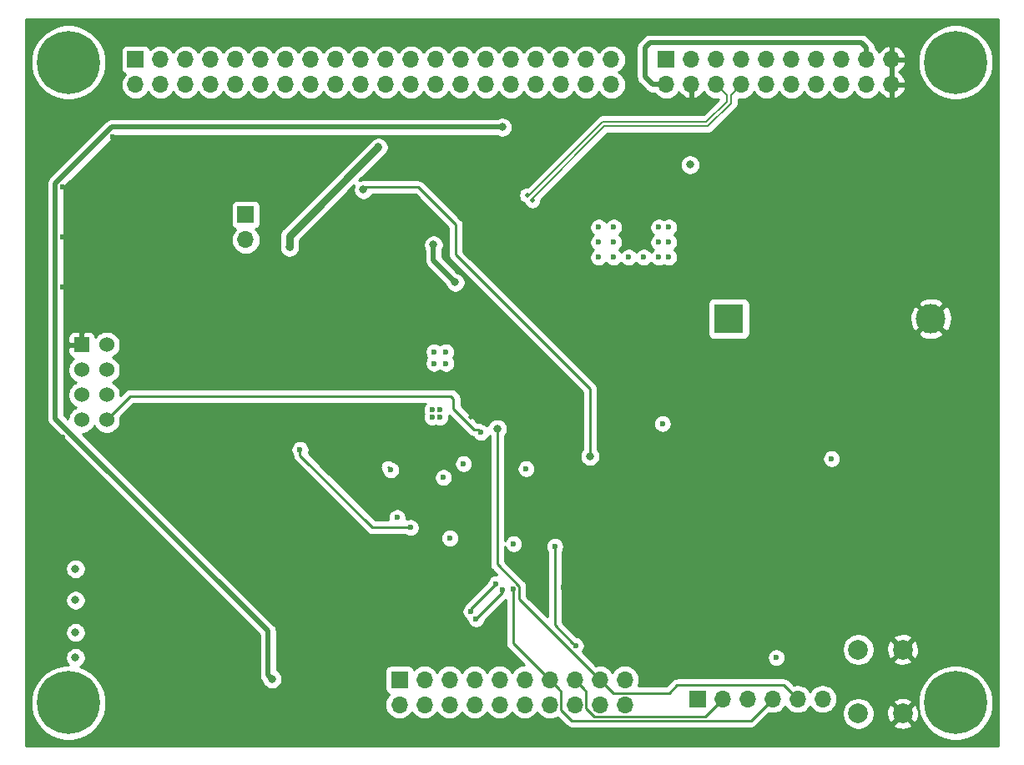
<source format=gbl>
G04 #@! TF.GenerationSoftware,KiCad,Pcbnew,(5.1.2)-1*
G04 #@! TF.CreationDate,2022-03-05T22:59:14+01:00*
G04 #@! TF.ProjectId,telemetria_receiver_2022,74656c65-6d65-4747-9269-615f72656365,rev?*
G04 #@! TF.SameCoordinates,Original*
G04 #@! TF.FileFunction,Copper,L4,Bot*
G04 #@! TF.FilePolarity,Positive*
%FSLAX46Y46*%
G04 Gerber Fmt 4.6, Leading zero omitted, Abs format (unit mm)*
G04 Created by KiCad (PCBNEW (5.1.2)-1) date 2022-03-05 22:59:14*
%MOMM*%
%LPD*%
G04 APERTURE LIST*
%ADD10C,1.524000*%
%ADD11R,1.524000X1.524000*%
%ADD12C,6.400000*%
%ADD13O,1.700000X1.700000*%
%ADD14R,1.700000X1.700000*%
%ADD15C,2.000000*%
%ADD16R,3.000000X3.000000*%
%ADD17C,3.000000*%
%ADD18C,0.500000*%
%ADD19C,0.600000*%
%ADD20C,0.800000*%
%ADD21C,0.293370*%
%ADD22C,0.250000*%
%ADD23C,0.500000*%
%ADD24C,0.750000*%
%ADD25C,0.200000*%
%ADD26C,0.254000*%
G04 APERTURE END LIST*
D10*
X108594000Y-97263000D03*
X106054000Y-97263000D03*
X108594000Y-94723000D03*
X106054000Y-94723000D03*
X108594000Y-92183000D03*
X106054000Y-92183000D03*
X108594000Y-89643000D03*
D11*
X106054000Y-89643000D03*
D12*
X104704000Y-125988000D03*
X104704000Y-60988000D03*
X194704000Y-125988000D03*
X194704000Y-60988000D03*
D13*
X181229000Y-125603000D03*
X178689000Y-125603000D03*
X176149000Y-125603000D03*
X173609000Y-125603000D03*
X171069000Y-125603000D03*
D14*
X168529000Y-125603000D03*
D15*
X189340600Y-127082600D03*
X184840600Y-127082600D03*
X189340600Y-120582600D03*
X184840600Y-120582600D03*
D16*
X171704000Y-87000000D03*
D17*
X192194000Y-87000000D03*
D13*
X161144000Y-126188000D03*
X161144000Y-123648000D03*
X158604000Y-126188000D03*
X158604000Y-123648000D03*
X156064000Y-126188000D03*
X156064000Y-123648000D03*
X153524000Y-126188000D03*
X153524000Y-123648000D03*
X150984000Y-126188000D03*
X150984000Y-123648000D03*
X148444000Y-126188000D03*
X148444000Y-123648000D03*
X145904000Y-126188000D03*
X145904000Y-123648000D03*
X143364000Y-126188000D03*
X143364000Y-123648000D03*
X140824000Y-126188000D03*
X140824000Y-123648000D03*
X138284000Y-126188000D03*
D14*
X138284000Y-123648000D03*
D13*
X122682000Y-78994000D03*
D14*
X122682000Y-76454000D03*
D13*
X188214000Y-63246000D03*
X188214000Y-60706000D03*
X185674000Y-63246000D03*
X185674000Y-60706000D03*
X183134000Y-63246000D03*
X183134000Y-60706000D03*
X180594000Y-63246000D03*
X180594000Y-60706000D03*
X178054000Y-63246000D03*
X178054000Y-60706000D03*
X175514000Y-63246000D03*
X175514000Y-60706000D03*
X172974000Y-63246000D03*
X172974000Y-60706000D03*
X170434000Y-63246000D03*
X170434000Y-60706000D03*
X167894000Y-63246000D03*
X167894000Y-60706000D03*
X165354000Y-63246000D03*
D14*
X165354000Y-60706000D03*
D13*
X159766000Y-63246000D03*
X159766000Y-60706000D03*
X157226000Y-63246000D03*
X157226000Y-60706000D03*
X154686000Y-63246000D03*
X154686000Y-60706000D03*
X152146000Y-63246000D03*
X152146000Y-60706000D03*
X149606000Y-63246000D03*
X149606000Y-60706000D03*
X147066000Y-63246000D03*
X147066000Y-60706000D03*
X144526000Y-63246000D03*
X144526000Y-60706000D03*
X141986000Y-63246000D03*
X141986000Y-60706000D03*
X139446000Y-63246000D03*
X139446000Y-60706000D03*
X136906000Y-63246000D03*
X136906000Y-60706000D03*
X134366000Y-63246000D03*
X134366000Y-60706000D03*
X131826000Y-63246000D03*
X131826000Y-60706000D03*
X129286000Y-63246000D03*
X129286000Y-60706000D03*
X126746000Y-63246000D03*
X126746000Y-60706000D03*
X124206000Y-63246000D03*
X124206000Y-60706000D03*
X121666000Y-63246000D03*
X121666000Y-60706000D03*
X119126000Y-63246000D03*
X119126000Y-60706000D03*
X116586000Y-63246000D03*
X116586000Y-60706000D03*
X114046000Y-63246000D03*
X114046000Y-60706000D03*
X111506000Y-63246000D03*
D14*
X111506000Y-60706000D03*
D18*
X132500000Y-76750000D03*
X145500000Y-97000000D03*
X156200000Y-102200000D03*
X166600000Y-72800000D03*
X153750000Y-96000000D03*
X140750000Y-75500000D03*
X124000000Y-129400000D03*
X138000000Y-110250000D03*
X150000000Y-95500000D03*
X163400000Y-89600000D03*
X163600000Y-83200000D03*
X167500000Y-68500000D03*
X166200000Y-87200000D03*
X129250000Y-74000000D03*
X167750000Y-65000000D03*
X152400000Y-114994990D03*
D19*
X162941000Y-107950000D03*
X164338000Y-107950000D03*
X165862000Y-107950000D03*
X167894000Y-107950000D03*
X169926000Y-107950000D03*
X171958000Y-107950000D03*
X173990000Y-107950000D03*
X176022000Y-107950000D03*
X178054000Y-107950000D03*
X180594000Y-107950000D03*
X171577000Y-110363000D03*
X173609000Y-110363000D03*
X175641000Y-110363000D03*
X178181000Y-110363000D03*
X180213000Y-110363000D03*
X182626000Y-109982000D03*
X180816000Y-112300000D03*
X177260000Y-112300000D03*
X174212000Y-112300000D03*
X172212000Y-113792000D03*
X169164000Y-113792000D03*
X166116000Y-113792000D03*
X163068000Y-113792000D03*
X160020000Y-113792000D03*
X157480000Y-113792000D03*
X175329000Y-105791000D03*
X173609000Y-105791000D03*
X171577000Y-105791000D03*
X180026000Y-105470000D03*
X181550000Y-105470000D03*
X171704000Y-116840000D03*
X173228000Y-116332000D03*
X174244000Y-116332000D03*
D18*
X150500000Y-82500000D03*
D19*
X109220000Y-73660000D03*
X114300000Y-73660000D03*
X114300000Y-78740000D03*
X109220000Y-78740000D03*
X114300000Y-83820000D03*
X114300000Y-88900000D03*
X114300000Y-104140000D03*
X119380000Y-88900000D03*
X119380000Y-83820000D03*
X119380000Y-78740000D03*
X152400000Y-86360000D03*
X157480000Y-86360000D03*
X157480000Y-91440000D03*
X152400000Y-91440000D03*
X147320000Y-81280000D03*
X152400000Y-81280000D03*
X152400000Y-78740000D03*
X154940000Y-78740000D03*
X154940000Y-81280000D03*
X170180000Y-81280000D03*
X170180000Y-76200000D03*
X175260000Y-76200000D03*
X175260000Y-81280000D03*
X180340000Y-81280000D03*
X180340000Y-76200000D03*
X185420000Y-76200000D03*
X185420000Y-81280000D03*
X190500000Y-81280000D03*
X190500000Y-76200000D03*
X190500000Y-71120000D03*
X185420000Y-71120000D03*
X180340000Y-71120000D03*
X180340000Y-71120000D03*
X175260000Y-71120000D03*
X175260000Y-86360000D03*
X180340000Y-86360000D03*
X185420000Y-86360000D03*
X185420000Y-91440000D03*
X180340000Y-91440000D03*
X175260000Y-91440000D03*
X175260000Y-96520000D03*
X180340000Y-96520000D03*
X185420000Y-96520000D03*
X190500000Y-96520000D03*
X190500000Y-91440000D03*
X195580000Y-91440000D03*
X195580000Y-96520000D03*
X195580000Y-101600000D03*
X195580000Y-106680000D03*
X195580000Y-111760000D03*
X195580000Y-116840000D03*
X190500000Y-116840000D03*
X190500000Y-111760000D03*
X193040000Y-106680000D03*
X193040000Y-101600000D03*
X175260000Y-99060000D03*
X180340000Y-99060000D03*
X180340000Y-101600000D03*
X175260000Y-101600000D03*
X170180000Y-101600000D03*
X170180000Y-96520000D03*
X165100000Y-101600000D03*
X160020000Y-101600000D03*
X175260000Y-119380000D03*
X170180000Y-119380000D03*
X165100000Y-119380000D03*
X160020000Y-119380000D03*
X165100000Y-121920000D03*
X170180000Y-121920000D03*
X174126000Y-121901000D03*
X180340000Y-129540000D03*
X175260000Y-129540000D03*
X170180000Y-129540000D03*
X165100000Y-129540000D03*
X160020000Y-129540000D03*
X154940000Y-129540000D03*
X149860000Y-129540000D03*
X144780000Y-129540000D03*
X139700000Y-129540000D03*
X134620000Y-129540000D03*
X134620000Y-127000000D03*
X134620000Y-121920000D03*
X147320000Y-121920000D03*
X142240000Y-121920000D03*
X139700000Y-121920000D03*
X144780000Y-121920000D03*
X111760000Y-124460000D03*
X116840000Y-124460000D03*
X116840000Y-127000000D03*
X111760000Y-127000000D03*
X111760000Y-129540000D03*
X116840000Y-129540000D03*
X121920000Y-124460000D03*
X121920000Y-121920000D03*
X116840000Y-121920000D03*
X121920000Y-119380000D03*
X129540000Y-89600000D03*
X131800000Y-87200000D03*
X131800000Y-91800000D03*
X144780000Y-104140000D03*
X149860000Y-104140000D03*
X149860000Y-106680000D03*
X144780000Y-106680000D03*
X147320000Y-106680000D03*
X147320000Y-104140000D03*
X137160000Y-111760000D03*
X134620000Y-111760000D03*
X134620000Y-114300000D03*
X137160000Y-114300000D03*
X139700000Y-114300000D03*
X154940000Y-114300000D03*
X144780000Y-91440000D03*
X109220000Y-68580000D03*
X104140000Y-68580000D03*
X104140000Y-78740000D03*
X104140000Y-73660000D03*
X109220000Y-63500000D03*
X104140000Y-83820000D03*
X104140000Y-99060000D03*
X104140000Y-104140000D03*
X195580000Y-81280000D03*
X195580000Y-76200000D03*
X195580000Y-71120000D03*
X195580000Y-66040000D03*
X190500000Y-66040000D03*
X132588000Y-107696000D03*
X130048000Y-107696000D03*
X127508000Y-107696000D03*
X127508000Y-109728000D03*
X130048000Y-109728000D03*
X127508000Y-112268000D03*
X124968000Y-112268000D03*
X122428000Y-109728000D03*
X122428000Y-107696000D03*
X122428000Y-105664000D03*
X122428000Y-112268000D03*
X147300000Y-108900000D03*
X147300000Y-102200000D03*
X119400000Y-104100000D03*
X131800000Y-96400000D03*
X129600000Y-99000000D03*
X129600000Y-93800000D03*
X136800000Y-97400000D03*
X140600000Y-99200000D03*
X125204000Y-83988000D03*
X125204000Y-88988000D03*
X130204000Y-83988000D03*
X141800000Y-91548000D03*
D20*
X105410000Y-112395000D03*
X105410000Y-115570000D03*
X167767000Y-71374000D03*
D19*
X158496000Y-80772000D03*
X158496000Y-79248000D03*
X158496000Y-77724000D03*
X160020000Y-77724000D03*
X160020000Y-79248000D03*
X160020000Y-80772000D03*
X161544000Y-80772000D03*
X163068000Y-80772000D03*
X164592000Y-80772000D03*
X164592000Y-79248000D03*
X164592000Y-77724000D03*
X165608000Y-77724000D03*
X165608000Y-79248000D03*
X165608000Y-80772000D03*
X143000000Y-90400000D03*
X141800000Y-90370000D03*
X182118000Y-101219000D03*
X164973000Y-97663000D03*
X143000000Y-91548000D03*
X176514600Y-121394000D03*
D20*
X105419000Y-118853002D03*
X105410000Y-121393000D03*
D19*
X146558000Y-98552000D03*
X137414000Y-102362000D03*
X138049000Y-107188000D03*
D20*
X148209000Y-98171000D03*
X148717000Y-67564000D03*
X125349000Y-123571000D03*
X143938000Y-83320000D03*
X141732000Y-79502000D03*
X136144000Y-69596000D03*
X127127000Y-79756000D03*
D18*
X151234834Y-74484834D03*
X151765166Y-75015166D03*
D19*
X149816000Y-114471000D03*
X154051000Y-110109000D03*
X156146500Y-120205500D03*
X146050000Y-117475000D03*
X148717000Y-114554000D03*
X148082000Y-113919000D03*
X145542000Y-116713000D03*
D20*
X134620000Y-73914000D03*
X157607000Y-100965000D03*
D19*
X139400000Y-108200000D03*
X128200000Y-100300000D03*
X144780000Y-101727000D03*
X142748000Y-103124000D03*
X151130000Y-102235000D03*
X149860000Y-109855000D03*
X141600000Y-97000000D03*
X142400000Y-97000000D03*
X142401400Y-96272400D03*
X141614000Y-96272400D03*
X143408400Y-109270800D03*
D21*
X146258001Y-98252001D02*
X146558000Y-98552000D01*
X110990380Y-94866620D02*
X143514992Y-94866620D01*
X143514992Y-94866620D02*
X143762686Y-95114314D01*
X108594000Y-97263000D02*
X110990380Y-94866620D01*
X143762686Y-95114314D02*
X143762686Y-96145782D01*
X143762686Y-96145782D02*
X145868905Y-98252001D01*
X145868905Y-98252001D02*
X146258001Y-98252001D01*
X137414000Y-102362000D02*
X137114001Y-102062001D01*
D22*
X177292000Y-124206000D02*
X178689000Y-125603000D01*
X166460996Y-124206000D02*
X177292000Y-124206000D01*
X165653997Y-125012999D02*
X166460996Y-124206000D01*
X158604000Y-123648000D02*
X159968999Y-125012999D01*
X159968999Y-125012999D02*
X165653997Y-125012999D01*
X148209000Y-98171000D02*
X148209000Y-111938998D01*
X148209000Y-111938998D02*
X150441001Y-114170999D01*
X150441001Y-114170999D02*
X150441001Y-115485001D01*
X150441001Y-115485001D02*
X157754001Y-122798001D01*
X157754001Y-122798001D02*
X158604000Y-123648000D01*
D23*
X109125998Y-67564000D02*
X148717000Y-67564000D01*
X103389999Y-73299999D02*
X109125998Y-67564000D01*
X103389999Y-76666599D02*
X103389999Y-73299999D01*
X103389999Y-76666599D02*
X103389999Y-76315001D01*
X103389999Y-97138999D02*
X103389999Y-76666599D01*
X124949001Y-118698001D02*
X103389999Y-97138999D01*
X125349000Y-123571000D02*
X124949001Y-123171001D01*
X124949001Y-123171001D02*
X124949001Y-118698001D01*
X141732000Y-81114000D02*
X143938000Y-83320000D01*
X141732000Y-79502000D02*
X141732000Y-81114000D01*
D24*
X136144000Y-69596000D02*
X127127000Y-78613000D01*
X127127000Y-79190315D02*
X127127000Y-79756000D01*
X127127000Y-78613000D02*
X127127000Y-79190315D01*
D23*
X163962000Y-63246000D02*
X165354000Y-63246000D01*
X185674000Y-59503919D02*
X185158081Y-58988000D01*
X185158081Y-58988000D02*
X163704000Y-58988000D01*
X163704000Y-58988000D02*
X163204000Y-59488000D01*
X163204000Y-59488000D02*
X163204000Y-62488000D01*
X185674000Y-60706000D02*
X185674000Y-59503919D01*
X163204000Y-62488000D02*
X163962000Y-63246000D01*
D25*
X170434000Y-63246000D02*
X171479000Y-64291000D01*
X151446967Y-74484834D02*
X151234834Y-74484834D01*
X171479000Y-64291000D02*
X171479000Y-64952800D01*
X171479000Y-64952800D02*
X169406800Y-67025000D01*
X169406800Y-67025000D02*
X158906800Y-67025001D01*
X158906800Y-67025001D02*
X151446967Y-74484834D01*
X151765166Y-74803033D02*
X151765166Y-75015166D01*
X171929000Y-64291000D02*
X171929000Y-65139200D01*
X159093199Y-67475000D02*
X151765166Y-74803033D01*
X169593200Y-67475000D02*
X159093199Y-67475000D01*
X172974000Y-63246000D02*
X171929000Y-64291000D01*
X171929000Y-65139200D02*
X169593200Y-67475000D01*
D22*
X154373999Y-124497999D02*
X153524000Y-123648000D01*
X154699001Y-124823001D02*
X154373999Y-124497999D01*
X154699001Y-126752001D02*
X154699001Y-124823001D01*
X155760011Y-127813011D02*
X154699001Y-126752001D01*
X176149000Y-125603000D02*
X173938989Y-127813011D01*
X173938989Y-127813011D02*
X155760011Y-127813011D01*
X149816000Y-119940000D02*
X149816000Y-114895264D01*
X149816000Y-114895264D02*
X149816000Y-114471000D01*
X153524000Y-123648000D02*
X149816000Y-119940000D01*
X156913999Y-124497999D02*
X156064000Y-123648000D01*
X157239001Y-124823001D02*
X156913999Y-124497999D01*
X157239001Y-126562003D02*
X157239001Y-124823001D01*
X158039999Y-127363001D02*
X157239001Y-126562003D01*
X171069000Y-125603000D02*
X169308999Y-127363001D01*
X169308999Y-127363001D02*
X158039999Y-127363001D01*
X155846501Y-119905501D02*
X156146500Y-120205500D01*
X154051000Y-118110000D02*
X155846501Y-119905501D01*
X154051000Y-110109000D02*
X154051000Y-118110000D01*
X146050000Y-117475000D02*
X146349999Y-117175001D01*
X146349999Y-117175001D02*
X148717000Y-114808000D01*
X148717000Y-114808000D02*
X148717000Y-114554000D01*
X145542000Y-116459000D02*
X145542000Y-116713000D01*
X148082000Y-113919000D02*
X145542000Y-116459000D01*
X134874000Y-73660000D02*
X134620000Y-73914000D01*
X140208000Y-73660000D02*
X134874000Y-73660000D01*
X144018000Y-77470000D02*
X140208000Y-73660000D01*
X144018000Y-80518000D02*
X144018000Y-77470000D01*
X155194000Y-91694000D02*
X144018000Y-80518000D01*
X155321000Y-91821000D02*
X155702000Y-92202000D01*
X155194000Y-91694000D02*
X155321000Y-91821000D01*
X157607000Y-94107000D02*
X157607000Y-100399315D01*
X155321000Y-91821000D02*
X157607000Y-94107000D01*
X157607000Y-100399315D02*
X157607000Y-100965000D01*
X128200000Y-100865685D02*
X135534315Y-108200000D01*
X128200000Y-100300000D02*
X128200000Y-100865685D01*
X135534315Y-108200000D02*
X139400000Y-108200000D01*
X139400000Y-108200000D02*
X139400000Y-108200000D01*
D26*
G36*
X199044000Y-130328000D02*
G01*
X100364000Y-130328000D01*
X100364000Y-125610285D01*
X100869000Y-125610285D01*
X100869000Y-126365715D01*
X101016377Y-127106628D01*
X101305467Y-127804554D01*
X101725161Y-128432670D01*
X102259330Y-128966839D01*
X102887446Y-129386533D01*
X103585372Y-129675623D01*
X104326285Y-129823000D01*
X105081715Y-129823000D01*
X105822628Y-129675623D01*
X106520554Y-129386533D01*
X107148670Y-128966839D01*
X107682839Y-128432670D01*
X108102533Y-127804554D01*
X108391623Y-127106628D01*
X108539000Y-126365715D01*
X108539000Y-125610285D01*
X108391623Y-124869372D01*
X108102533Y-124171446D01*
X107682839Y-123543330D01*
X107148670Y-123009161D01*
X106520554Y-122589467D01*
X105873306Y-122321368D01*
X105900256Y-122310205D01*
X106069774Y-122196937D01*
X106213937Y-122052774D01*
X106327205Y-121883256D01*
X106405226Y-121694898D01*
X106445000Y-121494939D01*
X106445000Y-121291061D01*
X106405226Y-121091102D01*
X106327205Y-120902744D01*
X106213937Y-120733226D01*
X106069774Y-120589063D01*
X105900256Y-120475795D01*
X105711898Y-120397774D01*
X105511939Y-120358000D01*
X105308061Y-120358000D01*
X105108102Y-120397774D01*
X104919744Y-120475795D01*
X104750226Y-120589063D01*
X104606063Y-120733226D01*
X104492795Y-120902744D01*
X104414774Y-121091102D01*
X104375000Y-121291061D01*
X104375000Y-121494939D01*
X104414774Y-121694898D01*
X104492795Y-121883256D01*
X104606063Y-122052774D01*
X104706289Y-122153000D01*
X104326285Y-122153000D01*
X103585372Y-122300377D01*
X102887446Y-122589467D01*
X102259330Y-123009161D01*
X101725161Y-123543330D01*
X101305467Y-124171446D01*
X101016377Y-124869372D01*
X100869000Y-125610285D01*
X100364000Y-125610285D01*
X100364000Y-118751063D01*
X104384000Y-118751063D01*
X104384000Y-118954941D01*
X104423774Y-119154900D01*
X104501795Y-119343258D01*
X104615063Y-119512776D01*
X104759226Y-119656939D01*
X104928744Y-119770207D01*
X105117102Y-119848228D01*
X105317061Y-119888002D01*
X105520939Y-119888002D01*
X105720898Y-119848228D01*
X105909256Y-119770207D01*
X106078774Y-119656939D01*
X106222937Y-119512776D01*
X106336205Y-119343258D01*
X106414226Y-119154900D01*
X106454000Y-118954941D01*
X106454000Y-118751063D01*
X106414226Y-118551104D01*
X106336205Y-118362746D01*
X106222937Y-118193228D01*
X106078774Y-118049065D01*
X105909256Y-117935797D01*
X105720898Y-117857776D01*
X105520939Y-117818002D01*
X105317061Y-117818002D01*
X105117102Y-117857776D01*
X104928744Y-117935797D01*
X104759226Y-118049065D01*
X104615063Y-118193228D01*
X104501795Y-118362746D01*
X104423774Y-118551104D01*
X104384000Y-118751063D01*
X100364000Y-118751063D01*
X100364000Y-115468061D01*
X104375000Y-115468061D01*
X104375000Y-115671939D01*
X104414774Y-115871898D01*
X104492795Y-116060256D01*
X104606063Y-116229774D01*
X104750226Y-116373937D01*
X104919744Y-116487205D01*
X105108102Y-116565226D01*
X105308061Y-116605000D01*
X105511939Y-116605000D01*
X105711898Y-116565226D01*
X105900256Y-116487205D01*
X106069774Y-116373937D01*
X106213937Y-116229774D01*
X106327205Y-116060256D01*
X106405226Y-115871898D01*
X106445000Y-115671939D01*
X106445000Y-115468061D01*
X106405226Y-115268102D01*
X106327205Y-115079744D01*
X106213937Y-114910226D01*
X106069774Y-114766063D01*
X105900256Y-114652795D01*
X105711898Y-114574774D01*
X105511939Y-114535000D01*
X105308061Y-114535000D01*
X105108102Y-114574774D01*
X104919744Y-114652795D01*
X104750226Y-114766063D01*
X104606063Y-114910226D01*
X104492795Y-115079744D01*
X104414774Y-115268102D01*
X104375000Y-115468061D01*
X100364000Y-115468061D01*
X100364000Y-112293061D01*
X104375000Y-112293061D01*
X104375000Y-112496939D01*
X104414774Y-112696898D01*
X104492795Y-112885256D01*
X104606063Y-113054774D01*
X104750226Y-113198937D01*
X104919744Y-113312205D01*
X105108102Y-113390226D01*
X105308061Y-113430000D01*
X105511939Y-113430000D01*
X105711898Y-113390226D01*
X105900256Y-113312205D01*
X106069774Y-113198937D01*
X106213937Y-113054774D01*
X106327205Y-112885256D01*
X106405226Y-112696898D01*
X106445000Y-112496939D01*
X106445000Y-112293061D01*
X106405226Y-112093102D01*
X106327205Y-111904744D01*
X106213937Y-111735226D01*
X106069774Y-111591063D01*
X105900256Y-111477795D01*
X105711898Y-111399774D01*
X105511939Y-111360000D01*
X105308061Y-111360000D01*
X105108102Y-111399774D01*
X104919744Y-111477795D01*
X104750226Y-111591063D01*
X104606063Y-111735226D01*
X104492795Y-111904744D01*
X104414774Y-112093102D01*
X104375000Y-112293061D01*
X100364000Y-112293061D01*
X100364000Y-73299999D01*
X102500718Y-73299999D01*
X102505000Y-73343478D01*
X102504999Y-76710075D01*
X102505000Y-76710085D01*
X102504999Y-97095530D01*
X102500718Y-97138999D01*
X102504999Y-97182468D01*
X102504999Y-97182475D01*
X102517804Y-97312488D01*
X102568410Y-97479311D01*
X102650588Y-97633057D01*
X102761182Y-97767816D01*
X102794955Y-97795533D01*
X124064002Y-119064581D01*
X124064001Y-123127532D01*
X124059720Y-123171001D01*
X124064001Y-123214470D01*
X124064001Y-123214477D01*
X124069381Y-123269102D01*
X124076806Y-123344491D01*
X124080223Y-123355754D01*
X124127412Y-123511313D01*
X124209590Y-123665059D01*
X124320184Y-123799818D01*
X124342955Y-123818506D01*
X124353774Y-123872898D01*
X124431795Y-124061256D01*
X124545063Y-124230774D01*
X124689226Y-124374937D01*
X124858744Y-124488205D01*
X125047102Y-124566226D01*
X125247061Y-124606000D01*
X125450939Y-124606000D01*
X125650898Y-124566226D01*
X125839256Y-124488205D01*
X126008774Y-124374937D01*
X126152937Y-124230774D01*
X126266205Y-124061256D01*
X126344226Y-123872898D01*
X126384000Y-123672939D01*
X126384000Y-123469061D01*
X126344226Y-123269102D01*
X126266205Y-123080744D01*
X126152937Y-122911226D01*
X126008774Y-122767063D01*
X125839256Y-122653795D01*
X125834001Y-122651618D01*
X125834001Y-118741467D01*
X125838282Y-118698000D01*
X125834001Y-118654534D01*
X125834001Y-118654524D01*
X125821196Y-118524511D01*
X125770590Y-118357688D01*
X125688412Y-118203942D01*
X125641954Y-118147333D01*
X125605533Y-118102954D01*
X125605531Y-118102952D01*
X125577818Y-118069184D01*
X125544050Y-118041471D01*
X116681290Y-109178711D01*
X142473400Y-109178711D01*
X142473400Y-109362889D01*
X142509332Y-109543529D01*
X142579814Y-109713689D01*
X142682138Y-109866828D01*
X142812372Y-109997062D01*
X142965511Y-110099386D01*
X143135671Y-110169868D01*
X143316311Y-110205800D01*
X143500489Y-110205800D01*
X143681129Y-110169868D01*
X143851289Y-110099386D01*
X144004428Y-109997062D01*
X144134662Y-109866828D01*
X144236986Y-109713689D01*
X144307468Y-109543529D01*
X144343400Y-109362889D01*
X144343400Y-109178711D01*
X144307468Y-108998071D01*
X144236986Y-108827911D01*
X144134662Y-108674772D01*
X144004428Y-108544538D01*
X143851289Y-108442214D01*
X143681129Y-108371732D01*
X143500489Y-108335800D01*
X143316311Y-108335800D01*
X143135671Y-108371732D01*
X142965511Y-108442214D01*
X142812372Y-108544538D01*
X142682138Y-108674772D01*
X142579814Y-108827911D01*
X142509332Y-108998071D01*
X142473400Y-109178711D01*
X116681290Y-109178711D01*
X107710490Y-100207911D01*
X127265000Y-100207911D01*
X127265000Y-100392089D01*
X127300932Y-100572729D01*
X127371414Y-100742889D01*
X127438526Y-100843329D01*
X127436324Y-100865685D01*
X127440000Y-100903007D01*
X127440000Y-100903018D01*
X127450997Y-101014671D01*
X127494454Y-101157932D01*
X127497159Y-101162992D01*
X127565026Y-101289961D01*
X127636201Y-101376687D01*
X127660000Y-101405686D01*
X127688998Y-101429484D01*
X134970516Y-108711003D01*
X134994314Y-108740001D01*
X135110039Y-108834974D01*
X135242068Y-108905546D01*
X135385329Y-108949003D01*
X135496982Y-108960000D01*
X135496990Y-108960000D01*
X135534315Y-108963676D01*
X135571640Y-108960000D01*
X138854465Y-108960000D01*
X138957111Y-109028586D01*
X139127271Y-109099068D01*
X139307911Y-109135000D01*
X139492089Y-109135000D01*
X139672729Y-109099068D01*
X139842889Y-109028586D01*
X139996028Y-108926262D01*
X140126262Y-108796028D01*
X140228586Y-108642889D01*
X140299068Y-108472729D01*
X140335000Y-108292089D01*
X140335000Y-108107911D01*
X140299068Y-107927271D01*
X140228586Y-107757111D01*
X140126262Y-107603972D01*
X139996028Y-107473738D01*
X139842889Y-107371414D01*
X139672729Y-107300932D01*
X139492089Y-107265000D01*
X139307911Y-107265000D01*
X139127271Y-107300932D01*
X138966617Y-107367476D01*
X138984000Y-107280089D01*
X138984000Y-107095911D01*
X138948068Y-106915271D01*
X138877586Y-106745111D01*
X138775262Y-106591972D01*
X138645028Y-106461738D01*
X138491889Y-106359414D01*
X138321729Y-106288932D01*
X138141089Y-106253000D01*
X137956911Y-106253000D01*
X137776271Y-106288932D01*
X137606111Y-106359414D01*
X137452972Y-106461738D01*
X137322738Y-106591972D01*
X137220414Y-106745111D01*
X137149932Y-106915271D01*
X137114000Y-107095911D01*
X137114000Y-107280089D01*
X137145809Y-107440000D01*
X135849117Y-107440000D01*
X130471118Y-102062001D01*
X136328535Y-102062001D01*
X136343627Y-102215238D01*
X136388325Y-102362586D01*
X136460910Y-102498382D01*
X136496417Y-102541648D01*
X136514932Y-102634729D01*
X136585414Y-102804889D01*
X136687738Y-102958028D01*
X136817972Y-103088262D01*
X136971111Y-103190586D01*
X137141271Y-103261068D01*
X137321911Y-103297000D01*
X137506089Y-103297000D01*
X137686729Y-103261068D01*
X137856889Y-103190586D01*
X138010028Y-103088262D01*
X138066379Y-103031911D01*
X141813000Y-103031911D01*
X141813000Y-103216089D01*
X141848932Y-103396729D01*
X141919414Y-103566889D01*
X142021738Y-103720028D01*
X142151972Y-103850262D01*
X142305111Y-103952586D01*
X142475271Y-104023068D01*
X142655911Y-104059000D01*
X142840089Y-104059000D01*
X143020729Y-104023068D01*
X143190889Y-103952586D01*
X143344028Y-103850262D01*
X143474262Y-103720028D01*
X143576586Y-103566889D01*
X143647068Y-103396729D01*
X143683000Y-103216089D01*
X143683000Y-103031911D01*
X143647068Y-102851271D01*
X143576586Y-102681111D01*
X143474262Y-102527972D01*
X143344028Y-102397738D01*
X143190889Y-102295414D01*
X143020729Y-102224932D01*
X142840089Y-102189000D01*
X142655911Y-102189000D01*
X142475271Y-102224932D01*
X142305111Y-102295414D01*
X142151972Y-102397738D01*
X142021738Y-102527972D01*
X141919414Y-102681111D01*
X141848932Y-102851271D01*
X141813000Y-103031911D01*
X138066379Y-103031911D01*
X138140262Y-102958028D01*
X138242586Y-102804889D01*
X138313068Y-102634729D01*
X138349000Y-102454089D01*
X138349000Y-102269911D01*
X138313068Y-102089271D01*
X138242586Y-101919111D01*
X138140262Y-101765972D01*
X138010028Y-101635738D01*
X138008791Y-101634911D01*
X143845000Y-101634911D01*
X143845000Y-101819089D01*
X143880932Y-101999729D01*
X143951414Y-102169889D01*
X144053738Y-102323028D01*
X144183972Y-102453262D01*
X144337111Y-102555586D01*
X144507271Y-102626068D01*
X144687911Y-102662000D01*
X144872089Y-102662000D01*
X145052729Y-102626068D01*
X145222889Y-102555586D01*
X145376028Y-102453262D01*
X145506262Y-102323028D01*
X145608586Y-102169889D01*
X145679068Y-101999729D01*
X145715000Y-101819089D01*
X145715000Y-101634911D01*
X145679068Y-101454271D01*
X145608586Y-101284111D01*
X145506262Y-101130972D01*
X145376028Y-101000738D01*
X145222889Y-100898414D01*
X145052729Y-100827932D01*
X144872089Y-100792000D01*
X144687911Y-100792000D01*
X144507271Y-100827932D01*
X144337111Y-100898414D01*
X144183972Y-101000738D01*
X144053738Y-101130972D01*
X143951414Y-101284111D01*
X143880932Y-101454271D01*
X143845000Y-101634911D01*
X138008791Y-101634911D01*
X137856889Y-101533414D01*
X137686729Y-101462932D01*
X137593648Y-101444417D01*
X137550382Y-101408910D01*
X137414586Y-101336325D01*
X137267238Y-101291627D01*
X137114001Y-101276535D01*
X136960764Y-101291627D01*
X136813416Y-101336325D01*
X136677620Y-101408910D01*
X136558592Y-101506592D01*
X136460910Y-101625620D01*
X136388325Y-101761416D01*
X136343627Y-101908764D01*
X136328535Y-102062001D01*
X130471118Y-102062001D01*
X129064734Y-100655618D01*
X129099068Y-100572729D01*
X129135000Y-100392089D01*
X129135000Y-100207911D01*
X129099068Y-100027271D01*
X129028586Y-99857111D01*
X128926262Y-99703972D01*
X128796028Y-99573738D01*
X128642889Y-99471414D01*
X128472729Y-99400932D01*
X128292089Y-99365000D01*
X128107911Y-99365000D01*
X127927271Y-99400932D01*
X127757111Y-99471414D01*
X127603972Y-99573738D01*
X127473738Y-99703972D01*
X127371414Y-99857111D01*
X127300932Y-100027271D01*
X127265000Y-100207911D01*
X107710490Y-100207911D01*
X106162578Y-98660000D01*
X106191592Y-98660000D01*
X106461490Y-98606314D01*
X106715727Y-98501005D01*
X106944535Y-98348120D01*
X107139120Y-98153535D01*
X107292005Y-97924727D01*
X107324000Y-97847485D01*
X107355995Y-97924727D01*
X107508880Y-98153535D01*
X107703465Y-98348120D01*
X107932273Y-98501005D01*
X108186510Y-98606314D01*
X108456408Y-98660000D01*
X108731592Y-98660000D01*
X109001490Y-98606314D01*
X109255727Y-98501005D01*
X109484535Y-98348120D01*
X109679120Y-98153535D01*
X109832005Y-97924727D01*
X109937314Y-97670490D01*
X109991000Y-97400592D01*
X109991000Y-97125408D01*
X109965460Y-96997009D01*
X111314165Y-95648305D01*
X140915805Y-95648305D01*
X140887738Y-95676372D01*
X140785414Y-95829511D01*
X140714932Y-95999671D01*
X140679000Y-96180311D01*
X140679000Y-96364489D01*
X140714932Y-96545129D01*
X140745655Y-96619300D01*
X140700932Y-96727271D01*
X140665000Y-96907911D01*
X140665000Y-97092089D01*
X140700932Y-97272729D01*
X140771414Y-97442889D01*
X140873738Y-97596028D01*
X141003972Y-97726262D01*
X141157111Y-97828586D01*
X141327271Y-97899068D01*
X141507911Y-97935000D01*
X141692089Y-97935000D01*
X141872729Y-97899068D01*
X142000000Y-97846351D01*
X142127271Y-97899068D01*
X142307911Y-97935000D01*
X142492089Y-97935000D01*
X142672729Y-97899068D01*
X142842889Y-97828586D01*
X142996028Y-97726262D01*
X143126262Y-97596028D01*
X143228586Y-97442889D01*
X143299068Y-97272729D01*
X143335000Y-97092089D01*
X143335000Y-96907911D01*
X143314056Y-96802621D01*
X145289016Y-98777581D01*
X145313496Y-98807410D01*
X145432523Y-98905093D01*
X145568320Y-98977678D01*
X145670970Y-99008816D01*
X145715667Y-99022375D01*
X145730935Y-99023879D01*
X145750042Y-99025761D01*
X145831738Y-99148028D01*
X145961972Y-99278262D01*
X146115111Y-99380586D01*
X146285271Y-99451068D01*
X146465911Y-99487000D01*
X146650089Y-99487000D01*
X146830729Y-99451068D01*
X147000889Y-99380586D01*
X147154028Y-99278262D01*
X147284262Y-99148028D01*
X147386586Y-98994889D01*
X147440066Y-98865777D01*
X147449000Y-98874711D01*
X147449001Y-111901666D01*
X147445324Y-111938998D01*
X147459998Y-112087983D01*
X147503454Y-112231244D01*
X147574026Y-112363274D01*
X147645201Y-112450000D01*
X147669000Y-112478999D01*
X147697998Y-112502797D01*
X148180470Y-112985269D01*
X148174089Y-112984000D01*
X147989911Y-112984000D01*
X147809271Y-113019932D01*
X147639111Y-113090414D01*
X147485972Y-113192738D01*
X147355738Y-113322972D01*
X147253414Y-113476111D01*
X147182932Y-113646271D01*
X147158848Y-113767350D01*
X145031003Y-115895196D01*
X145001999Y-115918999D01*
X144946936Y-115986094D01*
X144945972Y-115986738D01*
X144815738Y-116116972D01*
X144713414Y-116270111D01*
X144642932Y-116440271D01*
X144607000Y-116620911D01*
X144607000Y-116805089D01*
X144642932Y-116985729D01*
X144713414Y-117155889D01*
X144815738Y-117309028D01*
X144945972Y-117439262D01*
X145099111Y-117541586D01*
X145115000Y-117548167D01*
X145115000Y-117567089D01*
X145150932Y-117747729D01*
X145221414Y-117917889D01*
X145323738Y-118071028D01*
X145453972Y-118201262D01*
X145607111Y-118303586D01*
X145777271Y-118374068D01*
X145957911Y-118410000D01*
X146142089Y-118410000D01*
X146322729Y-118374068D01*
X146492889Y-118303586D01*
X146646028Y-118201262D01*
X146776262Y-118071028D01*
X146878586Y-117917889D01*
X146949068Y-117747729D01*
X146973153Y-117626648D01*
X149056001Y-115543801D01*
X149056000Y-119902677D01*
X149052324Y-119940000D01*
X149056000Y-119977322D01*
X149056000Y-119977332D01*
X149066997Y-120088985D01*
X149099989Y-120197747D01*
X149110454Y-120232246D01*
X149181026Y-120364276D01*
X149212802Y-120402995D01*
X149275999Y-120480001D01*
X149305003Y-120503804D01*
X150964199Y-122163000D01*
X150911050Y-122163000D01*
X150692889Y-122184487D01*
X150412966Y-122269401D01*
X150154986Y-122407294D01*
X149928866Y-122592866D01*
X149743294Y-122818986D01*
X149714000Y-122873791D01*
X149684706Y-122818986D01*
X149499134Y-122592866D01*
X149273014Y-122407294D01*
X149015034Y-122269401D01*
X148735111Y-122184487D01*
X148516950Y-122163000D01*
X148371050Y-122163000D01*
X148152889Y-122184487D01*
X147872966Y-122269401D01*
X147614986Y-122407294D01*
X147388866Y-122592866D01*
X147203294Y-122818986D01*
X147174000Y-122873791D01*
X147144706Y-122818986D01*
X146959134Y-122592866D01*
X146733014Y-122407294D01*
X146475034Y-122269401D01*
X146195111Y-122184487D01*
X145976950Y-122163000D01*
X145831050Y-122163000D01*
X145612889Y-122184487D01*
X145332966Y-122269401D01*
X145074986Y-122407294D01*
X144848866Y-122592866D01*
X144663294Y-122818986D01*
X144634000Y-122873791D01*
X144604706Y-122818986D01*
X144419134Y-122592866D01*
X144193014Y-122407294D01*
X143935034Y-122269401D01*
X143655111Y-122184487D01*
X143436950Y-122163000D01*
X143291050Y-122163000D01*
X143072889Y-122184487D01*
X142792966Y-122269401D01*
X142534986Y-122407294D01*
X142308866Y-122592866D01*
X142123294Y-122818986D01*
X142094000Y-122873791D01*
X142064706Y-122818986D01*
X141879134Y-122592866D01*
X141653014Y-122407294D01*
X141395034Y-122269401D01*
X141115111Y-122184487D01*
X140896950Y-122163000D01*
X140751050Y-122163000D01*
X140532889Y-122184487D01*
X140252966Y-122269401D01*
X139994986Y-122407294D01*
X139768866Y-122592866D01*
X139744393Y-122622687D01*
X139723502Y-122553820D01*
X139664537Y-122443506D01*
X139585185Y-122346815D01*
X139488494Y-122267463D01*
X139378180Y-122208498D01*
X139258482Y-122172188D01*
X139134000Y-122159928D01*
X137434000Y-122159928D01*
X137309518Y-122172188D01*
X137189820Y-122208498D01*
X137079506Y-122267463D01*
X136982815Y-122346815D01*
X136903463Y-122443506D01*
X136844498Y-122553820D01*
X136808188Y-122673518D01*
X136795928Y-122798000D01*
X136795928Y-124498000D01*
X136808188Y-124622482D01*
X136844498Y-124742180D01*
X136903463Y-124852494D01*
X136982815Y-124949185D01*
X137079506Y-125028537D01*
X137189820Y-125087502D01*
X137258687Y-125108393D01*
X137228866Y-125132866D01*
X137043294Y-125358986D01*
X136905401Y-125616966D01*
X136820487Y-125896889D01*
X136791815Y-126188000D01*
X136820487Y-126479111D01*
X136905401Y-126759034D01*
X137043294Y-127017014D01*
X137228866Y-127243134D01*
X137454986Y-127428706D01*
X137712966Y-127566599D01*
X137992889Y-127651513D01*
X138211050Y-127673000D01*
X138356950Y-127673000D01*
X138575111Y-127651513D01*
X138855034Y-127566599D01*
X139113014Y-127428706D01*
X139339134Y-127243134D01*
X139524706Y-127017014D01*
X139554000Y-126962209D01*
X139583294Y-127017014D01*
X139768866Y-127243134D01*
X139994986Y-127428706D01*
X140252966Y-127566599D01*
X140532889Y-127651513D01*
X140751050Y-127673000D01*
X140896950Y-127673000D01*
X141115111Y-127651513D01*
X141395034Y-127566599D01*
X141653014Y-127428706D01*
X141879134Y-127243134D01*
X142064706Y-127017014D01*
X142094000Y-126962209D01*
X142123294Y-127017014D01*
X142308866Y-127243134D01*
X142534986Y-127428706D01*
X142792966Y-127566599D01*
X143072889Y-127651513D01*
X143291050Y-127673000D01*
X143436950Y-127673000D01*
X143655111Y-127651513D01*
X143935034Y-127566599D01*
X144193014Y-127428706D01*
X144419134Y-127243134D01*
X144604706Y-127017014D01*
X144634000Y-126962209D01*
X144663294Y-127017014D01*
X144848866Y-127243134D01*
X145074986Y-127428706D01*
X145332966Y-127566599D01*
X145612889Y-127651513D01*
X145831050Y-127673000D01*
X145976950Y-127673000D01*
X146195111Y-127651513D01*
X146475034Y-127566599D01*
X146733014Y-127428706D01*
X146959134Y-127243134D01*
X147144706Y-127017014D01*
X147174000Y-126962209D01*
X147203294Y-127017014D01*
X147388866Y-127243134D01*
X147614986Y-127428706D01*
X147872966Y-127566599D01*
X148152889Y-127651513D01*
X148371050Y-127673000D01*
X148516950Y-127673000D01*
X148735111Y-127651513D01*
X149015034Y-127566599D01*
X149273014Y-127428706D01*
X149499134Y-127243134D01*
X149684706Y-127017014D01*
X149714000Y-126962209D01*
X149743294Y-127017014D01*
X149928866Y-127243134D01*
X150154986Y-127428706D01*
X150412966Y-127566599D01*
X150692889Y-127651513D01*
X150911050Y-127673000D01*
X151056950Y-127673000D01*
X151275111Y-127651513D01*
X151555034Y-127566599D01*
X151813014Y-127428706D01*
X152039134Y-127243134D01*
X152224706Y-127017014D01*
X152254000Y-126962209D01*
X152283294Y-127017014D01*
X152468866Y-127243134D01*
X152694986Y-127428706D01*
X152952966Y-127566599D01*
X153232889Y-127651513D01*
X153451050Y-127673000D01*
X153596950Y-127673000D01*
X153815111Y-127651513D01*
X154095034Y-127566599D01*
X154319056Y-127446857D01*
X155196212Y-128324014D01*
X155220010Y-128353012D01*
X155335735Y-128447985D01*
X155467764Y-128518557D01*
X155611025Y-128562014D01*
X155722678Y-128573011D01*
X155722686Y-128573011D01*
X155760011Y-128576687D01*
X155797336Y-128573011D01*
X173901667Y-128573011D01*
X173938989Y-128576687D01*
X173976311Y-128573011D01*
X173976322Y-128573011D01*
X174087975Y-128562014D01*
X174231236Y-128518557D01*
X174363265Y-128447985D01*
X174478990Y-128353012D01*
X174502793Y-128324008D01*
X175783005Y-127043797D01*
X175857889Y-127066513D01*
X176076050Y-127088000D01*
X176221950Y-127088000D01*
X176440111Y-127066513D01*
X176720034Y-126981599D01*
X176978014Y-126843706D01*
X177204134Y-126658134D01*
X177389706Y-126432014D01*
X177419000Y-126377209D01*
X177448294Y-126432014D01*
X177633866Y-126658134D01*
X177859986Y-126843706D01*
X178117966Y-126981599D01*
X178397889Y-127066513D01*
X178616050Y-127088000D01*
X178761950Y-127088000D01*
X178980111Y-127066513D01*
X179260034Y-126981599D01*
X179518014Y-126843706D01*
X179744134Y-126658134D01*
X179929706Y-126432014D01*
X179959000Y-126377209D01*
X179988294Y-126432014D01*
X180173866Y-126658134D01*
X180399986Y-126843706D01*
X180657966Y-126981599D01*
X180937889Y-127066513D01*
X181156050Y-127088000D01*
X181301950Y-127088000D01*
X181520111Y-127066513D01*
X181800034Y-126981599D01*
X181912346Y-126921567D01*
X183205600Y-126921567D01*
X183205600Y-127243633D01*
X183268432Y-127559512D01*
X183391682Y-127857063D01*
X183570613Y-128124852D01*
X183798348Y-128352587D01*
X184066137Y-128531518D01*
X184363688Y-128654768D01*
X184679567Y-128717600D01*
X185001633Y-128717600D01*
X185317512Y-128654768D01*
X185615063Y-128531518D01*
X185882852Y-128352587D01*
X186017426Y-128218013D01*
X188384792Y-128218013D01*
X188480556Y-128482414D01*
X188770171Y-128623304D01*
X189081708Y-128704984D01*
X189403195Y-128724318D01*
X189722275Y-128680561D01*
X190026688Y-128575395D01*
X190200644Y-128482414D01*
X190296408Y-128218013D01*
X189340600Y-127262205D01*
X188384792Y-128218013D01*
X186017426Y-128218013D01*
X186110587Y-128124852D01*
X186289518Y-127857063D01*
X186412768Y-127559512D01*
X186475600Y-127243633D01*
X186475600Y-127145195D01*
X187698882Y-127145195D01*
X187742639Y-127464275D01*
X187847805Y-127768688D01*
X187940786Y-127942644D01*
X188205187Y-128038408D01*
X189160995Y-127082600D01*
X189520205Y-127082600D01*
X190476013Y-128038408D01*
X190740414Y-127942644D01*
X190881304Y-127653029D01*
X190962984Y-127341492D01*
X190982318Y-127020005D01*
X190944962Y-126747600D01*
X191016377Y-127106628D01*
X191305467Y-127804554D01*
X191725161Y-128432670D01*
X192259330Y-128966839D01*
X192887446Y-129386533D01*
X193585372Y-129675623D01*
X194326285Y-129823000D01*
X195081715Y-129823000D01*
X195822628Y-129675623D01*
X196520554Y-129386533D01*
X197148670Y-128966839D01*
X197682839Y-128432670D01*
X198102533Y-127804554D01*
X198391623Y-127106628D01*
X198539000Y-126365715D01*
X198539000Y-125610285D01*
X198391623Y-124869372D01*
X198102533Y-124171446D01*
X197682839Y-123543330D01*
X197148670Y-123009161D01*
X196520554Y-122589467D01*
X195822628Y-122300377D01*
X195081715Y-122153000D01*
X194326285Y-122153000D01*
X193585372Y-122300377D01*
X192887446Y-122589467D01*
X192259330Y-123009161D01*
X191725161Y-123543330D01*
X191305467Y-124171446D01*
X191016377Y-124869372D01*
X190869000Y-125610285D01*
X190869000Y-126365715D01*
X190931764Y-126681250D01*
X190833395Y-126396512D01*
X190740414Y-126222556D01*
X190476013Y-126126792D01*
X189520205Y-127082600D01*
X189160995Y-127082600D01*
X188205187Y-126126792D01*
X187940786Y-126222556D01*
X187799896Y-126512171D01*
X187718216Y-126823708D01*
X187698882Y-127145195D01*
X186475600Y-127145195D01*
X186475600Y-126921567D01*
X186412768Y-126605688D01*
X186289518Y-126308137D01*
X186110587Y-126040348D01*
X186017426Y-125947187D01*
X188384792Y-125947187D01*
X189340600Y-126902995D01*
X190296408Y-125947187D01*
X190200644Y-125682786D01*
X189911029Y-125541896D01*
X189599492Y-125460216D01*
X189278005Y-125440882D01*
X188958925Y-125484639D01*
X188654512Y-125589805D01*
X188480556Y-125682786D01*
X188384792Y-125947187D01*
X186017426Y-125947187D01*
X185882852Y-125812613D01*
X185615063Y-125633682D01*
X185317512Y-125510432D01*
X185001633Y-125447600D01*
X184679567Y-125447600D01*
X184363688Y-125510432D01*
X184066137Y-125633682D01*
X183798348Y-125812613D01*
X183570613Y-126040348D01*
X183391682Y-126308137D01*
X183268432Y-126605688D01*
X183205600Y-126921567D01*
X181912346Y-126921567D01*
X182058014Y-126843706D01*
X182284134Y-126658134D01*
X182469706Y-126432014D01*
X182607599Y-126174034D01*
X182692513Y-125894111D01*
X182721185Y-125603000D01*
X182692513Y-125311889D01*
X182607599Y-125031966D01*
X182469706Y-124773986D01*
X182284134Y-124547866D01*
X182058014Y-124362294D01*
X181800034Y-124224401D01*
X181520111Y-124139487D01*
X181301950Y-124118000D01*
X181156050Y-124118000D01*
X180937889Y-124139487D01*
X180657966Y-124224401D01*
X180399986Y-124362294D01*
X180173866Y-124547866D01*
X179988294Y-124773986D01*
X179959000Y-124828791D01*
X179929706Y-124773986D01*
X179744134Y-124547866D01*
X179518014Y-124362294D01*
X179260034Y-124224401D01*
X178980111Y-124139487D01*
X178761950Y-124118000D01*
X178616050Y-124118000D01*
X178397889Y-124139487D01*
X178323004Y-124162203D01*
X177855804Y-123695003D01*
X177832001Y-123665999D01*
X177716276Y-123571026D01*
X177584247Y-123500454D01*
X177440986Y-123456997D01*
X177329333Y-123446000D01*
X177329322Y-123446000D01*
X177292000Y-123442324D01*
X177254678Y-123446000D01*
X166498319Y-123446000D01*
X166460996Y-123442324D01*
X166423673Y-123446000D01*
X166423663Y-123446000D01*
X166312010Y-123456997D01*
X166173496Y-123499014D01*
X166168749Y-123500454D01*
X166036719Y-123571026D01*
X165953079Y-123639668D01*
X165920995Y-123665999D01*
X165897197Y-123694998D01*
X165339196Y-124252999D01*
X162504444Y-124252999D01*
X162522599Y-124219034D01*
X162607513Y-123939111D01*
X162636185Y-123648000D01*
X162607513Y-123356889D01*
X162522599Y-123076966D01*
X162384706Y-122818986D01*
X162199134Y-122592866D01*
X161973014Y-122407294D01*
X161715034Y-122269401D01*
X161435111Y-122184487D01*
X161216950Y-122163000D01*
X161071050Y-122163000D01*
X160852889Y-122184487D01*
X160572966Y-122269401D01*
X160314986Y-122407294D01*
X160088866Y-122592866D01*
X159903294Y-122818986D01*
X159874000Y-122873791D01*
X159844706Y-122818986D01*
X159659134Y-122592866D01*
X159433014Y-122407294D01*
X159175034Y-122269401D01*
X158895111Y-122184487D01*
X158676950Y-122163000D01*
X158531050Y-122163000D01*
X158312889Y-122184487D01*
X158238005Y-122207203D01*
X157332713Y-121301911D01*
X175579600Y-121301911D01*
X175579600Y-121486089D01*
X175615532Y-121666729D01*
X175686014Y-121836889D01*
X175788338Y-121990028D01*
X175918572Y-122120262D01*
X176071711Y-122222586D01*
X176241871Y-122293068D01*
X176422511Y-122329000D01*
X176606689Y-122329000D01*
X176787329Y-122293068D01*
X176957489Y-122222586D01*
X177110628Y-122120262D01*
X177240862Y-121990028D01*
X177343186Y-121836889D01*
X177413668Y-121666729D01*
X177449600Y-121486089D01*
X177449600Y-121301911D01*
X177413668Y-121121271D01*
X177343186Y-120951111D01*
X177240862Y-120797972D01*
X177110628Y-120667738D01*
X176957489Y-120565414D01*
X176787329Y-120494932D01*
X176606689Y-120459000D01*
X176422511Y-120459000D01*
X176241871Y-120494932D01*
X176071711Y-120565414D01*
X175918572Y-120667738D01*
X175788338Y-120797972D01*
X175686014Y-120951111D01*
X175615532Y-121121271D01*
X175579600Y-121301911D01*
X157332713Y-121301911D01*
X156852546Y-120821744D01*
X156872762Y-120801528D01*
X156975086Y-120648389D01*
X157045568Y-120478229D01*
X157056838Y-120421567D01*
X183205600Y-120421567D01*
X183205600Y-120743633D01*
X183268432Y-121059512D01*
X183391682Y-121357063D01*
X183570613Y-121624852D01*
X183798348Y-121852587D01*
X184066137Y-122031518D01*
X184363688Y-122154768D01*
X184679567Y-122217600D01*
X185001633Y-122217600D01*
X185317512Y-122154768D01*
X185615063Y-122031518D01*
X185882852Y-121852587D01*
X186017426Y-121718013D01*
X188384792Y-121718013D01*
X188480556Y-121982414D01*
X188770171Y-122123304D01*
X189081708Y-122204984D01*
X189403195Y-122224318D01*
X189722275Y-122180561D01*
X190026688Y-122075395D01*
X190200644Y-121982414D01*
X190296408Y-121718013D01*
X189340600Y-120762205D01*
X188384792Y-121718013D01*
X186017426Y-121718013D01*
X186110587Y-121624852D01*
X186289518Y-121357063D01*
X186412768Y-121059512D01*
X186475600Y-120743633D01*
X186475600Y-120645195D01*
X187698882Y-120645195D01*
X187742639Y-120964275D01*
X187847805Y-121268688D01*
X187940786Y-121442644D01*
X188205187Y-121538408D01*
X189160995Y-120582600D01*
X189520205Y-120582600D01*
X190476013Y-121538408D01*
X190740414Y-121442644D01*
X190881304Y-121153029D01*
X190962984Y-120841492D01*
X190982318Y-120520005D01*
X190938561Y-120200925D01*
X190833395Y-119896512D01*
X190740414Y-119722556D01*
X190476013Y-119626792D01*
X189520205Y-120582600D01*
X189160995Y-120582600D01*
X188205187Y-119626792D01*
X187940786Y-119722556D01*
X187799896Y-120012171D01*
X187718216Y-120323708D01*
X187698882Y-120645195D01*
X186475600Y-120645195D01*
X186475600Y-120421567D01*
X186412768Y-120105688D01*
X186289518Y-119808137D01*
X186110587Y-119540348D01*
X186017426Y-119447187D01*
X188384792Y-119447187D01*
X189340600Y-120402995D01*
X190296408Y-119447187D01*
X190200644Y-119182786D01*
X189911029Y-119041896D01*
X189599492Y-118960216D01*
X189278005Y-118940882D01*
X188958925Y-118984639D01*
X188654512Y-119089805D01*
X188480556Y-119182786D01*
X188384792Y-119447187D01*
X186017426Y-119447187D01*
X185882852Y-119312613D01*
X185615063Y-119133682D01*
X185317512Y-119010432D01*
X185001633Y-118947600D01*
X184679567Y-118947600D01*
X184363688Y-119010432D01*
X184066137Y-119133682D01*
X183798348Y-119312613D01*
X183570613Y-119540348D01*
X183391682Y-119808137D01*
X183268432Y-120105688D01*
X183205600Y-120421567D01*
X157056838Y-120421567D01*
X157081500Y-120297589D01*
X157081500Y-120113411D01*
X157045568Y-119932771D01*
X156975086Y-119762611D01*
X156872762Y-119609472D01*
X156742528Y-119479238D01*
X156589389Y-119376914D01*
X156419229Y-119306432D01*
X156298149Y-119282347D01*
X154811000Y-117795199D01*
X154811000Y-110654535D01*
X154879586Y-110551889D01*
X154950068Y-110381729D01*
X154986000Y-110201089D01*
X154986000Y-110016911D01*
X154950068Y-109836271D01*
X154879586Y-109666111D01*
X154777262Y-109512972D01*
X154647028Y-109382738D01*
X154493889Y-109280414D01*
X154323729Y-109209932D01*
X154143089Y-109174000D01*
X153958911Y-109174000D01*
X153778271Y-109209932D01*
X153608111Y-109280414D01*
X153454972Y-109382738D01*
X153324738Y-109512972D01*
X153222414Y-109666111D01*
X153151932Y-109836271D01*
X153116000Y-110016911D01*
X153116000Y-110201089D01*
X153151932Y-110381729D01*
X153222414Y-110551889D01*
X153291000Y-110654536D01*
X153291001Y-117260200D01*
X151201001Y-115170200D01*
X151201001Y-114208321D01*
X151204677Y-114170998D01*
X151201001Y-114133675D01*
X151201001Y-114133666D01*
X151190004Y-114022013D01*
X151146547Y-113878752D01*
X151088425Y-113770015D01*
X151075975Y-113746722D01*
X151004800Y-113659996D01*
X150981002Y-113630998D01*
X150952005Y-113607201D01*
X148969000Y-111624197D01*
X148969000Y-110147207D01*
X149031414Y-110297889D01*
X149133738Y-110451028D01*
X149263972Y-110581262D01*
X149417111Y-110683586D01*
X149587271Y-110754068D01*
X149767911Y-110790000D01*
X149952089Y-110790000D01*
X150132729Y-110754068D01*
X150302889Y-110683586D01*
X150456028Y-110581262D01*
X150586262Y-110451028D01*
X150688586Y-110297889D01*
X150759068Y-110127729D01*
X150795000Y-109947089D01*
X150795000Y-109762911D01*
X150759068Y-109582271D01*
X150688586Y-109412111D01*
X150586262Y-109258972D01*
X150456028Y-109128738D01*
X150302889Y-109026414D01*
X150132729Y-108955932D01*
X149952089Y-108920000D01*
X149767911Y-108920000D01*
X149587271Y-108955932D01*
X149417111Y-109026414D01*
X149263972Y-109128738D01*
X149133738Y-109258972D01*
X149031414Y-109412111D01*
X148969000Y-109562793D01*
X148969000Y-102142911D01*
X150195000Y-102142911D01*
X150195000Y-102327089D01*
X150230932Y-102507729D01*
X150301414Y-102677889D01*
X150403738Y-102831028D01*
X150533972Y-102961262D01*
X150687111Y-103063586D01*
X150857271Y-103134068D01*
X151037911Y-103170000D01*
X151222089Y-103170000D01*
X151402729Y-103134068D01*
X151572889Y-103063586D01*
X151726028Y-102961262D01*
X151856262Y-102831028D01*
X151958586Y-102677889D01*
X152029068Y-102507729D01*
X152065000Y-102327089D01*
X152065000Y-102142911D01*
X152029068Y-101962271D01*
X151958586Y-101792111D01*
X151856262Y-101638972D01*
X151726028Y-101508738D01*
X151572889Y-101406414D01*
X151402729Y-101335932D01*
X151222089Y-101300000D01*
X151037911Y-101300000D01*
X150857271Y-101335932D01*
X150687111Y-101406414D01*
X150533972Y-101508738D01*
X150403738Y-101638972D01*
X150301414Y-101792111D01*
X150230932Y-101962271D01*
X150195000Y-102142911D01*
X148969000Y-102142911D01*
X148969000Y-98874711D01*
X149012937Y-98830774D01*
X149126205Y-98661256D01*
X149204226Y-98472898D01*
X149244000Y-98272939D01*
X149244000Y-98069061D01*
X149204226Y-97869102D01*
X149126205Y-97680744D01*
X149012937Y-97511226D01*
X148868774Y-97367063D01*
X148699256Y-97253795D01*
X148510898Y-97175774D01*
X148310939Y-97136000D01*
X148107061Y-97136000D01*
X147907102Y-97175774D01*
X147718744Y-97253795D01*
X147549226Y-97367063D01*
X147405063Y-97511226D01*
X147291795Y-97680744D01*
X147213774Y-97869102D01*
X147211056Y-97882766D01*
X147154028Y-97825738D01*
X147000889Y-97723414D01*
X146830729Y-97652932D01*
X146737650Y-97634417D01*
X146694383Y-97598909D01*
X146558586Y-97526324D01*
X146411238Y-97481627D01*
X146296399Y-97470316D01*
X146296391Y-97470316D01*
X146258001Y-97466535D01*
X146219611Y-97470316D01*
X146192689Y-97470316D01*
X144544371Y-95821998D01*
X144544371Y-95152703D01*
X144548152Y-95114313D01*
X144544371Y-95075923D01*
X144544371Y-95075916D01*
X144533060Y-94961077D01*
X144488363Y-94813729D01*
X144415778Y-94677932D01*
X144318095Y-94558905D01*
X144288267Y-94534426D01*
X144094881Y-94341040D01*
X144070401Y-94311211D01*
X143951374Y-94213528D01*
X143815577Y-94140943D01*
X143668229Y-94096246D01*
X143553390Y-94084935D01*
X143553382Y-94084935D01*
X143514992Y-94081154D01*
X143476602Y-94084935D01*
X111028770Y-94084935D01*
X110990379Y-94081154D01*
X110951989Y-94084935D01*
X110951982Y-94084935D01*
X110852410Y-94094742D01*
X110837142Y-94096246D01*
X110792445Y-94109805D01*
X110689795Y-94140943D01*
X110553998Y-94213528D01*
X110434971Y-94311211D01*
X110410495Y-94341035D01*
X109991000Y-94760530D01*
X109991000Y-94585408D01*
X109937314Y-94315510D01*
X109832005Y-94061273D01*
X109679120Y-93832465D01*
X109484535Y-93637880D01*
X109255727Y-93484995D01*
X109178485Y-93453000D01*
X109255727Y-93421005D01*
X109484535Y-93268120D01*
X109679120Y-93073535D01*
X109832005Y-92844727D01*
X109937314Y-92590490D01*
X109991000Y-92320592D01*
X109991000Y-92045408D01*
X109937314Y-91775510D01*
X109832005Y-91521273D01*
X109679120Y-91292465D01*
X109484535Y-91097880D01*
X109255727Y-90944995D01*
X109178485Y-90913000D01*
X109255727Y-90881005D01*
X109484535Y-90728120D01*
X109679120Y-90533535D01*
X109832005Y-90304727D01*
X109843112Y-90277911D01*
X140865000Y-90277911D01*
X140865000Y-90462089D01*
X140900932Y-90642729D01*
X140971414Y-90812889D01*
X141069042Y-90959000D01*
X140971414Y-91105111D01*
X140900932Y-91275271D01*
X140865000Y-91455911D01*
X140865000Y-91640089D01*
X140900932Y-91820729D01*
X140971414Y-91990889D01*
X141073738Y-92144028D01*
X141203972Y-92274262D01*
X141357111Y-92376586D01*
X141527271Y-92447068D01*
X141707911Y-92483000D01*
X141892089Y-92483000D01*
X142072729Y-92447068D01*
X142242889Y-92376586D01*
X142396028Y-92274262D01*
X142400000Y-92270290D01*
X142403972Y-92274262D01*
X142557111Y-92376586D01*
X142727271Y-92447068D01*
X142907911Y-92483000D01*
X143092089Y-92483000D01*
X143272729Y-92447068D01*
X143442889Y-92376586D01*
X143596028Y-92274262D01*
X143726262Y-92144028D01*
X143828586Y-91990889D01*
X143899068Y-91820729D01*
X143935000Y-91640089D01*
X143935000Y-91455911D01*
X143899068Y-91275271D01*
X143828586Y-91105111D01*
X143740981Y-90974000D01*
X143828586Y-90842889D01*
X143899068Y-90672729D01*
X143935000Y-90492089D01*
X143935000Y-90307911D01*
X143899068Y-90127271D01*
X143828586Y-89957111D01*
X143726262Y-89803972D01*
X143596028Y-89673738D01*
X143442889Y-89571414D01*
X143272729Y-89500932D01*
X143092089Y-89465000D01*
X142907911Y-89465000D01*
X142727271Y-89500932D01*
X142557111Y-89571414D01*
X142417194Y-89664904D01*
X142396028Y-89643738D01*
X142242889Y-89541414D01*
X142072729Y-89470932D01*
X141892089Y-89435000D01*
X141707911Y-89435000D01*
X141527271Y-89470932D01*
X141357111Y-89541414D01*
X141203972Y-89643738D01*
X141073738Y-89773972D01*
X140971414Y-89927111D01*
X140900932Y-90097271D01*
X140865000Y-90277911D01*
X109843112Y-90277911D01*
X109937314Y-90050490D01*
X109991000Y-89780592D01*
X109991000Y-89505408D01*
X109937314Y-89235510D01*
X109832005Y-88981273D01*
X109679120Y-88752465D01*
X109484535Y-88557880D01*
X109255727Y-88404995D01*
X109001490Y-88299686D01*
X108731592Y-88246000D01*
X108456408Y-88246000D01*
X108186510Y-88299686D01*
X107932273Y-88404995D01*
X107703465Y-88557880D01*
X107508880Y-88752465D01*
X107450080Y-88840465D01*
X107441812Y-88756518D01*
X107405502Y-88636820D01*
X107346537Y-88526506D01*
X107267185Y-88429815D01*
X107170494Y-88350463D01*
X107060180Y-88291498D01*
X106940482Y-88255188D01*
X106816000Y-88242928D01*
X106339750Y-88246000D01*
X106181000Y-88404750D01*
X106181000Y-89516000D01*
X106201000Y-89516000D01*
X106201000Y-89770000D01*
X106181000Y-89770000D01*
X106181000Y-89790000D01*
X105927000Y-89790000D01*
X105927000Y-89770000D01*
X104815750Y-89770000D01*
X104657000Y-89928750D01*
X104653928Y-90405000D01*
X104666188Y-90529482D01*
X104702498Y-90649180D01*
X104761463Y-90759494D01*
X104840815Y-90856185D01*
X104937506Y-90935537D01*
X105047820Y-90994502D01*
X105167518Y-91030812D01*
X105251465Y-91039080D01*
X105163465Y-91097880D01*
X104968880Y-91292465D01*
X104815995Y-91521273D01*
X104710686Y-91775510D01*
X104657000Y-92045408D01*
X104657000Y-92320592D01*
X104710686Y-92590490D01*
X104815995Y-92844727D01*
X104968880Y-93073535D01*
X105163465Y-93268120D01*
X105392273Y-93421005D01*
X105469515Y-93453000D01*
X105392273Y-93484995D01*
X105163465Y-93637880D01*
X104968880Y-93832465D01*
X104815995Y-94061273D01*
X104710686Y-94315510D01*
X104657000Y-94585408D01*
X104657000Y-94860592D01*
X104710686Y-95130490D01*
X104815995Y-95384727D01*
X104968880Y-95613535D01*
X105163465Y-95808120D01*
X105392273Y-95961005D01*
X105469515Y-95993000D01*
X105392273Y-96024995D01*
X105163465Y-96177880D01*
X104968880Y-96372465D01*
X104815995Y-96601273D01*
X104710686Y-96855510D01*
X104657000Y-97125408D01*
X104657000Y-97154422D01*
X104274999Y-96772421D01*
X104274999Y-88881000D01*
X104653928Y-88881000D01*
X104657000Y-89357250D01*
X104815750Y-89516000D01*
X105927000Y-89516000D01*
X105927000Y-88404750D01*
X105768250Y-88246000D01*
X105292000Y-88242928D01*
X105167518Y-88255188D01*
X105047820Y-88291498D01*
X104937506Y-88350463D01*
X104840815Y-88429815D01*
X104761463Y-88526506D01*
X104702498Y-88636820D01*
X104666188Y-88756518D01*
X104653928Y-88881000D01*
X104274999Y-88881000D01*
X104274999Y-78994000D01*
X121189815Y-78994000D01*
X121218487Y-79285111D01*
X121303401Y-79565034D01*
X121441294Y-79823014D01*
X121626866Y-80049134D01*
X121852986Y-80234706D01*
X122110966Y-80372599D01*
X122390889Y-80457513D01*
X122609050Y-80479000D01*
X122754950Y-80479000D01*
X122973111Y-80457513D01*
X123253034Y-80372599D01*
X123511014Y-80234706D01*
X123737134Y-80049134D01*
X123922706Y-79823014D01*
X124013013Y-79654061D01*
X126092000Y-79654061D01*
X126092000Y-79857939D01*
X126131774Y-80057898D01*
X126209795Y-80246256D01*
X126323063Y-80415774D01*
X126467226Y-80559937D01*
X126636744Y-80673205D01*
X126825102Y-80751226D01*
X127025061Y-80791000D01*
X127228939Y-80791000D01*
X127428898Y-80751226D01*
X127617256Y-80673205D01*
X127786774Y-80559937D01*
X127930937Y-80415774D01*
X128044205Y-80246256D01*
X128122226Y-80057898D01*
X128162000Y-79857939D01*
X128162000Y-79654061D01*
X128137000Y-79528377D01*
X128137000Y-79400061D01*
X140697000Y-79400061D01*
X140697000Y-79603939D01*
X140736774Y-79803898D01*
X140814795Y-79992256D01*
X140847000Y-80040455D01*
X140847001Y-81070521D01*
X140842719Y-81114000D01*
X140859805Y-81287490D01*
X140910412Y-81454313D01*
X140992590Y-81608059D01*
X141075468Y-81709046D01*
X141075471Y-81709049D01*
X141103184Y-81742817D01*
X141136951Y-81770529D01*
X142931465Y-83565044D01*
X142942774Y-83621898D01*
X143020795Y-83810256D01*
X143134063Y-83979774D01*
X143278226Y-84123937D01*
X143447744Y-84237205D01*
X143636102Y-84315226D01*
X143836061Y-84355000D01*
X144039939Y-84355000D01*
X144239898Y-84315226D01*
X144428256Y-84237205D01*
X144597774Y-84123937D01*
X144741937Y-83979774D01*
X144855205Y-83810256D01*
X144933226Y-83621898D01*
X144973000Y-83421939D01*
X144973000Y-83218061D01*
X144933226Y-83018102D01*
X144855205Y-82829744D01*
X144741937Y-82660226D01*
X144597774Y-82516063D01*
X144428256Y-82402795D01*
X144239898Y-82324774D01*
X144183044Y-82313465D01*
X142617000Y-80747422D01*
X142617000Y-80040454D01*
X142649205Y-79992256D01*
X142727226Y-79803898D01*
X142767000Y-79603939D01*
X142767000Y-79400061D01*
X142727226Y-79200102D01*
X142649205Y-79011744D01*
X142535937Y-78842226D01*
X142391774Y-78698063D01*
X142222256Y-78584795D01*
X142033898Y-78506774D01*
X141833939Y-78467000D01*
X141630061Y-78467000D01*
X141430102Y-78506774D01*
X141241744Y-78584795D01*
X141072226Y-78698063D01*
X140928063Y-78842226D01*
X140814795Y-79011744D01*
X140736774Y-79200102D01*
X140697000Y-79400061D01*
X128137000Y-79400061D01*
X128137000Y-79031355D01*
X133673226Y-73495130D01*
X133624774Y-73612102D01*
X133585000Y-73812061D01*
X133585000Y-74015939D01*
X133624774Y-74215898D01*
X133702795Y-74404256D01*
X133816063Y-74573774D01*
X133960226Y-74717937D01*
X134129744Y-74831205D01*
X134318102Y-74909226D01*
X134518061Y-74949000D01*
X134721939Y-74949000D01*
X134921898Y-74909226D01*
X135110256Y-74831205D01*
X135279774Y-74717937D01*
X135423937Y-74573774D01*
X135526685Y-74420000D01*
X139893199Y-74420000D01*
X143258001Y-77784803D01*
X143258000Y-80480677D01*
X143254324Y-80518000D01*
X143258000Y-80555322D01*
X143258000Y-80555332D01*
X143268997Y-80666985D01*
X143301364Y-80773687D01*
X143312454Y-80810246D01*
X143383026Y-80942276D01*
X143422871Y-80990826D01*
X143477999Y-81058001D01*
X143507003Y-81081804D01*
X154682997Y-92257799D01*
X154683003Y-92257804D01*
X154757201Y-92332002D01*
X156847000Y-94421802D01*
X156847001Y-100261288D01*
X156803063Y-100305226D01*
X156689795Y-100474744D01*
X156611774Y-100663102D01*
X156572000Y-100863061D01*
X156572000Y-101066939D01*
X156611774Y-101266898D01*
X156689795Y-101455256D01*
X156803063Y-101624774D01*
X156947226Y-101768937D01*
X157116744Y-101882205D01*
X157305102Y-101960226D01*
X157505061Y-102000000D01*
X157708939Y-102000000D01*
X157908898Y-101960226D01*
X158097256Y-101882205D01*
X158266774Y-101768937D01*
X158410937Y-101624774D01*
X158524205Y-101455256D01*
X158602226Y-101266898D01*
X158630070Y-101126911D01*
X181183000Y-101126911D01*
X181183000Y-101311089D01*
X181218932Y-101491729D01*
X181289414Y-101661889D01*
X181391738Y-101815028D01*
X181521972Y-101945262D01*
X181675111Y-102047586D01*
X181845271Y-102118068D01*
X182025911Y-102154000D01*
X182210089Y-102154000D01*
X182390729Y-102118068D01*
X182560889Y-102047586D01*
X182714028Y-101945262D01*
X182844262Y-101815028D01*
X182946586Y-101661889D01*
X183017068Y-101491729D01*
X183053000Y-101311089D01*
X183053000Y-101126911D01*
X183017068Y-100946271D01*
X182946586Y-100776111D01*
X182844262Y-100622972D01*
X182714028Y-100492738D01*
X182560889Y-100390414D01*
X182390729Y-100319932D01*
X182210089Y-100284000D01*
X182025911Y-100284000D01*
X181845271Y-100319932D01*
X181675111Y-100390414D01*
X181521972Y-100492738D01*
X181391738Y-100622972D01*
X181289414Y-100776111D01*
X181218932Y-100946271D01*
X181183000Y-101126911D01*
X158630070Y-101126911D01*
X158642000Y-101066939D01*
X158642000Y-100863061D01*
X158602226Y-100663102D01*
X158524205Y-100474744D01*
X158410937Y-100305226D01*
X158367000Y-100261289D01*
X158367000Y-97570911D01*
X164038000Y-97570911D01*
X164038000Y-97755089D01*
X164073932Y-97935729D01*
X164144414Y-98105889D01*
X164246738Y-98259028D01*
X164376972Y-98389262D01*
X164530111Y-98491586D01*
X164700271Y-98562068D01*
X164880911Y-98598000D01*
X165065089Y-98598000D01*
X165245729Y-98562068D01*
X165415889Y-98491586D01*
X165569028Y-98389262D01*
X165699262Y-98259028D01*
X165801586Y-98105889D01*
X165872068Y-97935729D01*
X165908000Y-97755089D01*
X165908000Y-97570911D01*
X165872068Y-97390271D01*
X165801586Y-97220111D01*
X165699262Y-97066972D01*
X165569028Y-96936738D01*
X165415889Y-96834414D01*
X165245729Y-96763932D01*
X165065089Y-96728000D01*
X164880911Y-96728000D01*
X164700271Y-96763932D01*
X164530111Y-96834414D01*
X164376972Y-96936738D01*
X164246738Y-97066972D01*
X164144414Y-97220111D01*
X164073932Y-97390271D01*
X164038000Y-97570911D01*
X158367000Y-97570911D01*
X158367000Y-94144322D01*
X158370676Y-94106999D01*
X158367000Y-94069676D01*
X158367000Y-94069667D01*
X158356003Y-93958014D01*
X158312546Y-93814753D01*
X158241974Y-93682724D01*
X158147001Y-93566999D01*
X158118004Y-93543202D01*
X155832002Y-91257201D01*
X155757804Y-91183003D01*
X155757799Y-91182997D01*
X150074802Y-85500000D01*
X169565928Y-85500000D01*
X169565928Y-88500000D01*
X169578188Y-88624482D01*
X169614498Y-88744180D01*
X169673463Y-88854494D01*
X169752815Y-88951185D01*
X169849506Y-89030537D01*
X169959820Y-89089502D01*
X170079518Y-89125812D01*
X170204000Y-89138072D01*
X173204000Y-89138072D01*
X173328482Y-89125812D01*
X173448180Y-89089502D01*
X173558494Y-89030537D01*
X173655185Y-88951185D01*
X173734537Y-88854494D01*
X173793502Y-88744180D01*
X173829812Y-88624482D01*
X173842072Y-88500000D01*
X173842072Y-88491653D01*
X190881952Y-88491653D01*
X191037962Y-88807214D01*
X191412745Y-88998020D01*
X191817551Y-89112044D01*
X192236824Y-89144902D01*
X192654451Y-89095334D01*
X193054383Y-88965243D01*
X193350038Y-88807214D01*
X193506048Y-88491653D01*
X192194000Y-87179605D01*
X190881952Y-88491653D01*
X173842072Y-88491653D01*
X173842072Y-87042824D01*
X190049098Y-87042824D01*
X190098666Y-87460451D01*
X190228757Y-87860383D01*
X190386786Y-88156038D01*
X190702347Y-88312048D01*
X192014395Y-87000000D01*
X192373605Y-87000000D01*
X193685653Y-88312048D01*
X194001214Y-88156038D01*
X194192020Y-87781255D01*
X194306044Y-87376449D01*
X194338902Y-86957176D01*
X194289334Y-86539549D01*
X194159243Y-86139617D01*
X194001214Y-85843962D01*
X193685653Y-85687952D01*
X192373605Y-87000000D01*
X192014395Y-87000000D01*
X190702347Y-85687952D01*
X190386786Y-85843962D01*
X190195980Y-86218745D01*
X190081956Y-86623551D01*
X190049098Y-87042824D01*
X173842072Y-87042824D01*
X173842072Y-85508347D01*
X190881952Y-85508347D01*
X192194000Y-86820395D01*
X193506048Y-85508347D01*
X193350038Y-85192786D01*
X192975255Y-85001980D01*
X192570449Y-84887956D01*
X192151176Y-84855098D01*
X191733549Y-84904666D01*
X191333617Y-85034757D01*
X191037962Y-85192786D01*
X190881952Y-85508347D01*
X173842072Y-85508347D01*
X173842072Y-85500000D01*
X173829812Y-85375518D01*
X173793502Y-85255820D01*
X173734537Y-85145506D01*
X173655185Y-85048815D01*
X173558494Y-84969463D01*
X173448180Y-84910498D01*
X173328482Y-84874188D01*
X173204000Y-84861928D01*
X170204000Y-84861928D01*
X170079518Y-84874188D01*
X169959820Y-84910498D01*
X169849506Y-84969463D01*
X169752815Y-85048815D01*
X169673463Y-85145506D01*
X169614498Y-85255820D01*
X169578188Y-85375518D01*
X169565928Y-85500000D01*
X150074802Y-85500000D01*
X144778000Y-80203199D01*
X144778000Y-77631911D01*
X157561000Y-77631911D01*
X157561000Y-77816089D01*
X157596932Y-77996729D01*
X157667414Y-78166889D01*
X157769738Y-78320028D01*
X157899972Y-78450262D01*
X157953458Y-78486000D01*
X157899972Y-78521738D01*
X157769738Y-78651972D01*
X157667414Y-78805111D01*
X157596932Y-78975271D01*
X157561000Y-79155911D01*
X157561000Y-79340089D01*
X157596932Y-79520729D01*
X157667414Y-79690889D01*
X157769738Y-79844028D01*
X157899972Y-79974262D01*
X157953458Y-80010000D01*
X157899972Y-80045738D01*
X157769738Y-80175972D01*
X157667414Y-80329111D01*
X157596932Y-80499271D01*
X157561000Y-80679911D01*
X157561000Y-80864089D01*
X157596932Y-81044729D01*
X157667414Y-81214889D01*
X157769738Y-81368028D01*
X157899972Y-81498262D01*
X158053111Y-81600586D01*
X158223271Y-81671068D01*
X158403911Y-81707000D01*
X158588089Y-81707000D01*
X158768729Y-81671068D01*
X158938889Y-81600586D01*
X159092028Y-81498262D01*
X159222262Y-81368028D01*
X159258000Y-81314542D01*
X159293738Y-81368028D01*
X159423972Y-81498262D01*
X159577111Y-81600586D01*
X159747271Y-81671068D01*
X159927911Y-81707000D01*
X160112089Y-81707000D01*
X160292729Y-81671068D01*
X160462889Y-81600586D01*
X160616028Y-81498262D01*
X160746262Y-81368028D01*
X160782000Y-81314542D01*
X160817738Y-81368028D01*
X160947972Y-81498262D01*
X161101111Y-81600586D01*
X161271271Y-81671068D01*
X161451911Y-81707000D01*
X161636089Y-81707000D01*
X161816729Y-81671068D01*
X161986889Y-81600586D01*
X162140028Y-81498262D01*
X162270262Y-81368028D01*
X162306000Y-81314542D01*
X162341738Y-81368028D01*
X162471972Y-81498262D01*
X162625111Y-81600586D01*
X162795271Y-81671068D01*
X162975911Y-81707000D01*
X163160089Y-81707000D01*
X163340729Y-81671068D01*
X163510889Y-81600586D01*
X163664028Y-81498262D01*
X163794262Y-81368028D01*
X163830000Y-81314542D01*
X163865738Y-81368028D01*
X163995972Y-81498262D01*
X164149111Y-81600586D01*
X164319271Y-81671068D01*
X164499911Y-81707000D01*
X164684089Y-81707000D01*
X164864729Y-81671068D01*
X165034889Y-81600586D01*
X165100000Y-81557080D01*
X165165111Y-81600586D01*
X165335271Y-81671068D01*
X165515911Y-81707000D01*
X165700089Y-81707000D01*
X165880729Y-81671068D01*
X166050889Y-81600586D01*
X166204028Y-81498262D01*
X166334262Y-81368028D01*
X166436586Y-81214889D01*
X166507068Y-81044729D01*
X166543000Y-80864089D01*
X166543000Y-80679911D01*
X166507068Y-80499271D01*
X166436586Y-80329111D01*
X166334262Y-80175972D01*
X166204028Y-80045738D01*
X166150542Y-80010000D01*
X166204028Y-79974262D01*
X166334262Y-79844028D01*
X166436586Y-79690889D01*
X166507068Y-79520729D01*
X166543000Y-79340089D01*
X166543000Y-79155911D01*
X166507068Y-78975271D01*
X166436586Y-78805111D01*
X166334262Y-78651972D01*
X166204028Y-78521738D01*
X166150542Y-78486000D01*
X166204028Y-78450262D01*
X166334262Y-78320028D01*
X166436586Y-78166889D01*
X166507068Y-77996729D01*
X166543000Y-77816089D01*
X166543000Y-77631911D01*
X166507068Y-77451271D01*
X166436586Y-77281111D01*
X166334262Y-77127972D01*
X166204028Y-76997738D01*
X166050889Y-76895414D01*
X165880729Y-76824932D01*
X165700089Y-76789000D01*
X165515911Y-76789000D01*
X165335271Y-76824932D01*
X165165111Y-76895414D01*
X165100000Y-76938920D01*
X165034889Y-76895414D01*
X164864729Y-76824932D01*
X164684089Y-76789000D01*
X164499911Y-76789000D01*
X164319271Y-76824932D01*
X164149111Y-76895414D01*
X163995972Y-76997738D01*
X163865738Y-77127972D01*
X163763414Y-77281111D01*
X163692932Y-77451271D01*
X163657000Y-77631911D01*
X163657000Y-77816089D01*
X163692932Y-77996729D01*
X163763414Y-78166889D01*
X163865738Y-78320028D01*
X163995972Y-78450262D01*
X164049458Y-78486000D01*
X163995972Y-78521738D01*
X163865738Y-78651972D01*
X163763414Y-78805111D01*
X163692932Y-78975271D01*
X163657000Y-79155911D01*
X163657000Y-79340089D01*
X163692932Y-79520729D01*
X163763414Y-79690889D01*
X163865738Y-79844028D01*
X163995972Y-79974262D01*
X164049458Y-80010000D01*
X163995972Y-80045738D01*
X163865738Y-80175972D01*
X163830000Y-80229458D01*
X163794262Y-80175972D01*
X163664028Y-80045738D01*
X163510889Y-79943414D01*
X163340729Y-79872932D01*
X163160089Y-79837000D01*
X162975911Y-79837000D01*
X162795271Y-79872932D01*
X162625111Y-79943414D01*
X162471972Y-80045738D01*
X162341738Y-80175972D01*
X162306000Y-80229458D01*
X162270262Y-80175972D01*
X162140028Y-80045738D01*
X161986889Y-79943414D01*
X161816729Y-79872932D01*
X161636089Y-79837000D01*
X161451911Y-79837000D01*
X161271271Y-79872932D01*
X161101111Y-79943414D01*
X160947972Y-80045738D01*
X160817738Y-80175972D01*
X160782000Y-80229458D01*
X160746262Y-80175972D01*
X160616028Y-80045738D01*
X160562542Y-80010000D01*
X160616028Y-79974262D01*
X160746262Y-79844028D01*
X160848586Y-79690889D01*
X160919068Y-79520729D01*
X160955000Y-79340089D01*
X160955000Y-79155911D01*
X160919068Y-78975271D01*
X160848586Y-78805111D01*
X160746262Y-78651972D01*
X160616028Y-78521738D01*
X160562542Y-78486000D01*
X160616028Y-78450262D01*
X160746262Y-78320028D01*
X160848586Y-78166889D01*
X160919068Y-77996729D01*
X160955000Y-77816089D01*
X160955000Y-77631911D01*
X160919068Y-77451271D01*
X160848586Y-77281111D01*
X160746262Y-77127972D01*
X160616028Y-76997738D01*
X160462889Y-76895414D01*
X160292729Y-76824932D01*
X160112089Y-76789000D01*
X159927911Y-76789000D01*
X159747271Y-76824932D01*
X159577111Y-76895414D01*
X159423972Y-76997738D01*
X159293738Y-77127972D01*
X159258000Y-77181458D01*
X159222262Y-77127972D01*
X159092028Y-76997738D01*
X158938889Y-76895414D01*
X158768729Y-76824932D01*
X158588089Y-76789000D01*
X158403911Y-76789000D01*
X158223271Y-76824932D01*
X158053111Y-76895414D01*
X157899972Y-76997738D01*
X157769738Y-77127972D01*
X157667414Y-77281111D01*
X157596932Y-77451271D01*
X157561000Y-77631911D01*
X144778000Y-77631911D01*
X144778000Y-77507325D01*
X144781676Y-77470000D01*
X144778000Y-77432675D01*
X144778000Y-77432667D01*
X144767003Y-77321014D01*
X144723546Y-77177753D01*
X144652974Y-77045724D01*
X144558001Y-76929999D01*
X144529003Y-76906201D01*
X142020471Y-74397669D01*
X150349834Y-74397669D01*
X150349834Y-74571999D01*
X150383844Y-74742979D01*
X150450557Y-74904039D01*
X150547410Y-75048989D01*
X150670679Y-75172258D01*
X150815629Y-75269111D01*
X150932486Y-75317514D01*
X150980889Y-75434371D01*
X151077742Y-75579321D01*
X151201011Y-75702590D01*
X151345961Y-75799443D01*
X151507021Y-75866156D01*
X151678001Y-75900166D01*
X151852331Y-75900166D01*
X152023311Y-75866156D01*
X152184371Y-75799443D01*
X152329321Y-75702590D01*
X152452590Y-75579321D01*
X152549443Y-75434371D01*
X152616156Y-75273311D01*
X152650166Y-75102331D01*
X152650166Y-74957479D01*
X156335584Y-71272061D01*
X166732000Y-71272061D01*
X166732000Y-71475939D01*
X166771774Y-71675898D01*
X166849795Y-71864256D01*
X166963063Y-72033774D01*
X167107226Y-72177937D01*
X167276744Y-72291205D01*
X167465102Y-72369226D01*
X167665061Y-72409000D01*
X167868939Y-72409000D01*
X168068898Y-72369226D01*
X168257256Y-72291205D01*
X168426774Y-72177937D01*
X168570937Y-72033774D01*
X168684205Y-71864256D01*
X168762226Y-71675898D01*
X168802000Y-71475939D01*
X168802000Y-71272061D01*
X168762226Y-71072102D01*
X168684205Y-70883744D01*
X168570937Y-70714226D01*
X168426774Y-70570063D01*
X168257256Y-70456795D01*
X168068898Y-70378774D01*
X167868939Y-70339000D01*
X167665061Y-70339000D01*
X167465102Y-70378774D01*
X167276744Y-70456795D01*
X167107226Y-70570063D01*
X166963063Y-70714226D01*
X166849795Y-70883744D01*
X166771774Y-71072102D01*
X166732000Y-71272061D01*
X156335584Y-71272061D01*
X159397646Y-68210000D01*
X169557095Y-68210000D01*
X169593200Y-68213556D01*
X169629305Y-68210000D01*
X169737285Y-68199365D01*
X169875833Y-68157337D01*
X170003520Y-68089087D01*
X170115438Y-67997238D01*
X170138459Y-67969188D01*
X172423193Y-65684454D01*
X172451238Y-65661438D01*
X172543087Y-65549520D01*
X172611337Y-65421833D01*
X172653365Y-65283285D01*
X172664000Y-65175305D01*
X172667556Y-65139201D01*
X172664000Y-65103096D01*
X172664000Y-64703783D01*
X172682889Y-64709513D01*
X172901050Y-64731000D01*
X173046950Y-64731000D01*
X173265111Y-64709513D01*
X173545034Y-64624599D01*
X173803014Y-64486706D01*
X174029134Y-64301134D01*
X174214706Y-64075014D01*
X174244000Y-64020209D01*
X174273294Y-64075014D01*
X174458866Y-64301134D01*
X174684986Y-64486706D01*
X174942966Y-64624599D01*
X175222889Y-64709513D01*
X175441050Y-64731000D01*
X175586950Y-64731000D01*
X175805111Y-64709513D01*
X176085034Y-64624599D01*
X176343014Y-64486706D01*
X176569134Y-64301134D01*
X176754706Y-64075014D01*
X176784000Y-64020209D01*
X176813294Y-64075014D01*
X176998866Y-64301134D01*
X177224986Y-64486706D01*
X177482966Y-64624599D01*
X177762889Y-64709513D01*
X177981050Y-64731000D01*
X178126950Y-64731000D01*
X178345111Y-64709513D01*
X178625034Y-64624599D01*
X178883014Y-64486706D01*
X179109134Y-64301134D01*
X179294706Y-64075014D01*
X179324000Y-64020209D01*
X179353294Y-64075014D01*
X179538866Y-64301134D01*
X179764986Y-64486706D01*
X180022966Y-64624599D01*
X180302889Y-64709513D01*
X180521050Y-64731000D01*
X180666950Y-64731000D01*
X180885111Y-64709513D01*
X181165034Y-64624599D01*
X181423014Y-64486706D01*
X181649134Y-64301134D01*
X181834706Y-64075014D01*
X181864000Y-64020209D01*
X181893294Y-64075014D01*
X182078866Y-64301134D01*
X182304986Y-64486706D01*
X182562966Y-64624599D01*
X182842889Y-64709513D01*
X183061050Y-64731000D01*
X183206950Y-64731000D01*
X183425111Y-64709513D01*
X183705034Y-64624599D01*
X183963014Y-64486706D01*
X184189134Y-64301134D01*
X184374706Y-64075014D01*
X184404000Y-64020209D01*
X184433294Y-64075014D01*
X184618866Y-64301134D01*
X184844986Y-64486706D01*
X185102966Y-64624599D01*
X185382889Y-64709513D01*
X185601050Y-64731000D01*
X185746950Y-64731000D01*
X185965111Y-64709513D01*
X186245034Y-64624599D01*
X186503014Y-64486706D01*
X186729134Y-64301134D01*
X186914706Y-64075014D01*
X186949201Y-64010477D01*
X187018822Y-64127355D01*
X187213731Y-64343588D01*
X187447080Y-64517641D01*
X187709901Y-64642825D01*
X187857110Y-64687476D01*
X188087000Y-64566155D01*
X188087000Y-63373000D01*
X188341000Y-63373000D01*
X188341000Y-64566155D01*
X188570890Y-64687476D01*
X188718099Y-64642825D01*
X188980920Y-64517641D01*
X189214269Y-64343588D01*
X189409178Y-64127355D01*
X189558157Y-63877252D01*
X189655481Y-63602891D01*
X189534814Y-63373000D01*
X188341000Y-63373000D01*
X188087000Y-63373000D01*
X188067000Y-63373000D01*
X188067000Y-63119000D01*
X188087000Y-63119000D01*
X188087000Y-60833000D01*
X188341000Y-60833000D01*
X188341000Y-63119000D01*
X189534814Y-63119000D01*
X189655481Y-62889109D01*
X189558157Y-62614748D01*
X189409178Y-62364645D01*
X189214269Y-62148412D01*
X188983120Y-61976000D01*
X189214269Y-61803588D01*
X189409178Y-61587355D01*
X189558157Y-61337252D01*
X189655481Y-61062891D01*
X189534814Y-60833000D01*
X188341000Y-60833000D01*
X188087000Y-60833000D01*
X188067000Y-60833000D01*
X188067000Y-60610285D01*
X190869000Y-60610285D01*
X190869000Y-61365715D01*
X191016377Y-62106628D01*
X191305467Y-62804554D01*
X191725161Y-63432670D01*
X192259330Y-63966839D01*
X192887446Y-64386533D01*
X193585372Y-64675623D01*
X194326285Y-64823000D01*
X195081715Y-64823000D01*
X195822628Y-64675623D01*
X196520554Y-64386533D01*
X197148670Y-63966839D01*
X197682839Y-63432670D01*
X198102533Y-62804554D01*
X198391623Y-62106628D01*
X198539000Y-61365715D01*
X198539000Y-60610285D01*
X198391623Y-59869372D01*
X198102533Y-59171446D01*
X197682839Y-58543330D01*
X197148670Y-58009161D01*
X196520554Y-57589467D01*
X195822628Y-57300377D01*
X195081715Y-57153000D01*
X194326285Y-57153000D01*
X193585372Y-57300377D01*
X192887446Y-57589467D01*
X192259330Y-58009161D01*
X191725161Y-58543330D01*
X191305467Y-59171446D01*
X191016377Y-59869372D01*
X190869000Y-60610285D01*
X188067000Y-60610285D01*
X188067000Y-60579000D01*
X188087000Y-60579000D01*
X188087000Y-59385845D01*
X188341000Y-59385845D01*
X188341000Y-60579000D01*
X189534814Y-60579000D01*
X189655481Y-60349109D01*
X189558157Y-60074748D01*
X189409178Y-59824645D01*
X189214269Y-59608412D01*
X188980920Y-59434359D01*
X188718099Y-59309175D01*
X188570890Y-59264524D01*
X188341000Y-59385845D01*
X188087000Y-59385845D01*
X187857110Y-59264524D01*
X187709901Y-59309175D01*
X187447080Y-59434359D01*
X187213731Y-59608412D01*
X187018822Y-59824645D01*
X186949201Y-59941523D01*
X186914706Y-59876986D01*
X186729134Y-59650866D01*
X186562294Y-59513944D01*
X186563281Y-59503919D01*
X186559000Y-59460450D01*
X186559000Y-59460442D01*
X186546195Y-59330429D01*
X186539748Y-59309175D01*
X186495589Y-59163605D01*
X186413411Y-59009860D01*
X186400347Y-58993942D01*
X186302817Y-58875102D01*
X186269044Y-58847385D01*
X185814615Y-58392956D01*
X185786898Y-58359183D01*
X185652140Y-58248589D01*
X185498394Y-58166411D01*
X185331571Y-58115805D01*
X185201558Y-58103000D01*
X185201550Y-58103000D01*
X185158081Y-58098719D01*
X185114612Y-58103000D01*
X163747469Y-58103000D01*
X163704000Y-58098719D01*
X163660531Y-58103000D01*
X163660523Y-58103000D01*
X163530510Y-58115805D01*
X163363687Y-58166411D01*
X163209941Y-58248589D01*
X163075183Y-58359183D01*
X163047466Y-58392956D01*
X162608956Y-58831466D01*
X162575183Y-58859183D01*
X162464589Y-58993942D01*
X162382411Y-59147688D01*
X162361104Y-59217928D01*
X162333424Y-59309175D01*
X162331805Y-59314511D01*
X162319000Y-59444524D01*
X162319000Y-59444531D01*
X162314719Y-59488000D01*
X162319000Y-59531469D01*
X162319001Y-62444521D01*
X162314719Y-62488000D01*
X162331805Y-62661490D01*
X162382412Y-62828313D01*
X162464590Y-62982059D01*
X162547468Y-63083046D01*
X162547471Y-63083049D01*
X162575184Y-63116817D01*
X162608951Y-63144529D01*
X163305470Y-63841049D01*
X163333183Y-63874817D01*
X163366951Y-63902530D01*
X163366953Y-63902532D01*
X163445311Y-63966839D01*
X163467941Y-63985411D01*
X163621687Y-64067589D01*
X163788510Y-64118195D01*
X163918523Y-64131000D01*
X163918531Y-64131000D01*
X163962000Y-64135281D01*
X164005469Y-64131000D01*
X164159241Y-64131000D01*
X164298866Y-64301134D01*
X164524986Y-64486706D01*
X164782966Y-64624599D01*
X165062889Y-64709513D01*
X165281050Y-64731000D01*
X165426950Y-64731000D01*
X165645111Y-64709513D01*
X165925034Y-64624599D01*
X166183014Y-64486706D01*
X166409134Y-64301134D01*
X166594706Y-64075014D01*
X166629201Y-64010477D01*
X166698822Y-64127355D01*
X166893731Y-64343588D01*
X167127080Y-64517641D01*
X167389901Y-64642825D01*
X167537110Y-64687476D01*
X167767000Y-64566155D01*
X167767000Y-63373000D01*
X167747000Y-63373000D01*
X167747000Y-63119000D01*
X167767000Y-63119000D01*
X167767000Y-63099000D01*
X168021000Y-63099000D01*
X168021000Y-63119000D01*
X168041000Y-63119000D01*
X168041000Y-63373000D01*
X168021000Y-63373000D01*
X168021000Y-64566155D01*
X168250890Y-64687476D01*
X168398099Y-64642825D01*
X168660920Y-64517641D01*
X168894269Y-64343588D01*
X169089178Y-64127355D01*
X169158799Y-64010477D01*
X169193294Y-64075014D01*
X169378866Y-64301134D01*
X169604986Y-64486706D01*
X169862966Y-64624599D01*
X170142889Y-64709513D01*
X170361050Y-64731000D01*
X170506950Y-64731000D01*
X170678222Y-64714131D01*
X169102354Y-66290000D01*
X158942914Y-66290002D01*
X158906799Y-66286445D01*
X158762714Y-66300636D01*
X158624166Y-66342665D01*
X158496480Y-66410915D01*
X158412606Y-66479748D01*
X158412601Y-66479753D01*
X158384562Y-66502764D01*
X158361551Y-66530803D01*
X151292521Y-73599834D01*
X151147669Y-73599834D01*
X150976689Y-73633844D01*
X150815629Y-73700557D01*
X150670679Y-73797410D01*
X150547410Y-73920679D01*
X150450557Y-74065629D01*
X150383844Y-74226689D01*
X150349834Y-74397669D01*
X142020471Y-74397669D01*
X140771804Y-73149003D01*
X140748001Y-73119999D01*
X140632276Y-73025026D01*
X140500247Y-72954454D01*
X140356986Y-72910997D01*
X140245333Y-72900000D01*
X140245322Y-72900000D01*
X140208000Y-72896324D01*
X140170678Y-72900000D01*
X134911322Y-72900000D01*
X134873999Y-72896324D01*
X134836676Y-72900000D01*
X134836667Y-72900000D01*
X134830545Y-72900603D01*
X134721939Y-72879000D01*
X134518061Y-72879000D01*
X134318102Y-72918774D01*
X134201130Y-72967226D01*
X136697226Y-70471130D01*
X136803774Y-70399937D01*
X136947937Y-70255774D01*
X137061205Y-70086256D01*
X137139226Y-69897898D01*
X137179000Y-69697939D01*
X137179000Y-69494061D01*
X137139226Y-69294102D01*
X137061205Y-69105744D01*
X136947937Y-68936226D01*
X136803774Y-68792063D01*
X136634256Y-68678795D01*
X136445898Y-68600774D01*
X136245939Y-68561000D01*
X136042061Y-68561000D01*
X135842102Y-68600774D01*
X135653744Y-68678795D01*
X135484226Y-68792063D01*
X135340063Y-68936226D01*
X135268870Y-69042774D01*
X126447906Y-77863739D01*
X126409367Y-77895367D01*
X126283153Y-78049160D01*
X126215599Y-78175546D01*
X126189368Y-78224621D01*
X126131615Y-78415006D01*
X126112114Y-78613000D01*
X126117000Y-78662608D01*
X126117000Y-79528377D01*
X126092000Y-79654061D01*
X124013013Y-79654061D01*
X124060599Y-79565034D01*
X124145513Y-79285111D01*
X124174185Y-78994000D01*
X124145513Y-78702889D01*
X124060599Y-78422966D01*
X123922706Y-78164986D01*
X123737134Y-77938866D01*
X123707313Y-77914393D01*
X123776180Y-77893502D01*
X123886494Y-77834537D01*
X123983185Y-77755185D01*
X124062537Y-77658494D01*
X124121502Y-77548180D01*
X124157812Y-77428482D01*
X124170072Y-77304000D01*
X124170072Y-75604000D01*
X124157812Y-75479518D01*
X124121502Y-75359820D01*
X124062537Y-75249506D01*
X123983185Y-75152815D01*
X123886494Y-75073463D01*
X123776180Y-75014498D01*
X123656482Y-74978188D01*
X123532000Y-74965928D01*
X121832000Y-74965928D01*
X121707518Y-74978188D01*
X121587820Y-75014498D01*
X121477506Y-75073463D01*
X121380815Y-75152815D01*
X121301463Y-75249506D01*
X121242498Y-75359820D01*
X121206188Y-75479518D01*
X121193928Y-75604000D01*
X121193928Y-77304000D01*
X121206188Y-77428482D01*
X121242498Y-77548180D01*
X121301463Y-77658494D01*
X121380815Y-77755185D01*
X121477506Y-77834537D01*
X121587820Y-77893502D01*
X121656687Y-77914393D01*
X121626866Y-77938866D01*
X121441294Y-78164986D01*
X121303401Y-78422966D01*
X121218487Y-78702889D01*
X121189815Y-78994000D01*
X104274999Y-78994000D01*
X104274999Y-73666577D01*
X109492577Y-68449000D01*
X148178546Y-68449000D01*
X148226744Y-68481205D01*
X148415102Y-68559226D01*
X148615061Y-68599000D01*
X148818939Y-68599000D01*
X149018898Y-68559226D01*
X149207256Y-68481205D01*
X149376774Y-68367937D01*
X149520937Y-68223774D01*
X149634205Y-68054256D01*
X149712226Y-67865898D01*
X149752000Y-67665939D01*
X149752000Y-67462061D01*
X149712226Y-67262102D01*
X149634205Y-67073744D01*
X149520937Y-66904226D01*
X149376774Y-66760063D01*
X149207256Y-66646795D01*
X149018898Y-66568774D01*
X148818939Y-66529000D01*
X148615061Y-66529000D01*
X148415102Y-66568774D01*
X148226744Y-66646795D01*
X148178546Y-66679000D01*
X109169467Y-66679000D01*
X109125998Y-66674719D01*
X109082529Y-66679000D01*
X109082521Y-66679000D01*
X108952508Y-66691805D01*
X108785684Y-66742411D01*
X108631939Y-66824589D01*
X108530951Y-66907468D01*
X108530949Y-66907470D01*
X108497181Y-66935183D01*
X108469468Y-66968951D01*
X102794951Y-72643469D01*
X102761183Y-72671182D01*
X102733470Y-72704950D01*
X102733467Y-72704953D01*
X102650589Y-72805940D01*
X102568411Y-72959686D01*
X102517804Y-73126509D01*
X102500718Y-73299999D01*
X100364000Y-73299999D01*
X100364000Y-60610285D01*
X100869000Y-60610285D01*
X100869000Y-61365715D01*
X101016377Y-62106628D01*
X101305467Y-62804554D01*
X101725161Y-63432670D01*
X102259330Y-63966839D01*
X102887446Y-64386533D01*
X103585372Y-64675623D01*
X104326285Y-64823000D01*
X105081715Y-64823000D01*
X105822628Y-64675623D01*
X106520554Y-64386533D01*
X107148670Y-63966839D01*
X107682839Y-63432670D01*
X107807567Y-63246000D01*
X110013815Y-63246000D01*
X110042487Y-63537111D01*
X110127401Y-63817034D01*
X110265294Y-64075014D01*
X110450866Y-64301134D01*
X110676986Y-64486706D01*
X110934966Y-64624599D01*
X111214889Y-64709513D01*
X111433050Y-64731000D01*
X111578950Y-64731000D01*
X111797111Y-64709513D01*
X112077034Y-64624599D01*
X112335014Y-64486706D01*
X112561134Y-64301134D01*
X112746706Y-64075014D01*
X112776000Y-64020209D01*
X112805294Y-64075014D01*
X112990866Y-64301134D01*
X113216986Y-64486706D01*
X113474966Y-64624599D01*
X113754889Y-64709513D01*
X113973050Y-64731000D01*
X114118950Y-64731000D01*
X114337111Y-64709513D01*
X114617034Y-64624599D01*
X114875014Y-64486706D01*
X115101134Y-64301134D01*
X115286706Y-64075014D01*
X115316000Y-64020209D01*
X115345294Y-64075014D01*
X115530866Y-64301134D01*
X115756986Y-64486706D01*
X116014966Y-64624599D01*
X116294889Y-64709513D01*
X116513050Y-64731000D01*
X116658950Y-64731000D01*
X116877111Y-64709513D01*
X117157034Y-64624599D01*
X117415014Y-64486706D01*
X117641134Y-64301134D01*
X117826706Y-64075014D01*
X117856000Y-64020209D01*
X117885294Y-64075014D01*
X118070866Y-64301134D01*
X118296986Y-64486706D01*
X118554966Y-64624599D01*
X118834889Y-64709513D01*
X119053050Y-64731000D01*
X119198950Y-64731000D01*
X119417111Y-64709513D01*
X119697034Y-64624599D01*
X119955014Y-64486706D01*
X120181134Y-64301134D01*
X120366706Y-64075014D01*
X120396000Y-64020209D01*
X120425294Y-64075014D01*
X120610866Y-64301134D01*
X120836986Y-64486706D01*
X121094966Y-64624599D01*
X121374889Y-64709513D01*
X121593050Y-64731000D01*
X121738950Y-64731000D01*
X121957111Y-64709513D01*
X122237034Y-64624599D01*
X122495014Y-64486706D01*
X122721134Y-64301134D01*
X122906706Y-64075014D01*
X122936000Y-64020209D01*
X122965294Y-64075014D01*
X123150866Y-64301134D01*
X123376986Y-64486706D01*
X123634966Y-64624599D01*
X123914889Y-64709513D01*
X124133050Y-64731000D01*
X124278950Y-64731000D01*
X124497111Y-64709513D01*
X124777034Y-64624599D01*
X125035014Y-64486706D01*
X125261134Y-64301134D01*
X125446706Y-64075014D01*
X125476000Y-64020209D01*
X125505294Y-64075014D01*
X125690866Y-64301134D01*
X125916986Y-64486706D01*
X126174966Y-64624599D01*
X126454889Y-64709513D01*
X126673050Y-64731000D01*
X126818950Y-64731000D01*
X127037111Y-64709513D01*
X127317034Y-64624599D01*
X127575014Y-64486706D01*
X127801134Y-64301134D01*
X127986706Y-64075014D01*
X128016000Y-64020209D01*
X128045294Y-64075014D01*
X128230866Y-64301134D01*
X128456986Y-64486706D01*
X128714966Y-64624599D01*
X128994889Y-64709513D01*
X129213050Y-64731000D01*
X129358950Y-64731000D01*
X129577111Y-64709513D01*
X129857034Y-64624599D01*
X130115014Y-64486706D01*
X130341134Y-64301134D01*
X130526706Y-64075014D01*
X130556000Y-64020209D01*
X130585294Y-64075014D01*
X130770866Y-64301134D01*
X130996986Y-64486706D01*
X131254966Y-64624599D01*
X131534889Y-64709513D01*
X131753050Y-64731000D01*
X131898950Y-64731000D01*
X132117111Y-64709513D01*
X132397034Y-64624599D01*
X132655014Y-64486706D01*
X132881134Y-64301134D01*
X133066706Y-64075014D01*
X133096000Y-64020209D01*
X133125294Y-64075014D01*
X133310866Y-64301134D01*
X133536986Y-64486706D01*
X133794966Y-64624599D01*
X134074889Y-64709513D01*
X134293050Y-64731000D01*
X134438950Y-64731000D01*
X134657111Y-64709513D01*
X134937034Y-64624599D01*
X135195014Y-64486706D01*
X135421134Y-64301134D01*
X135606706Y-64075014D01*
X135636000Y-64020209D01*
X135665294Y-64075014D01*
X135850866Y-64301134D01*
X136076986Y-64486706D01*
X136334966Y-64624599D01*
X136614889Y-64709513D01*
X136833050Y-64731000D01*
X136978950Y-64731000D01*
X137197111Y-64709513D01*
X137477034Y-64624599D01*
X137735014Y-64486706D01*
X137961134Y-64301134D01*
X138146706Y-64075014D01*
X138176000Y-64020209D01*
X138205294Y-64075014D01*
X138390866Y-64301134D01*
X138616986Y-64486706D01*
X138874966Y-64624599D01*
X139154889Y-64709513D01*
X139373050Y-64731000D01*
X139518950Y-64731000D01*
X139737111Y-64709513D01*
X140017034Y-64624599D01*
X140275014Y-64486706D01*
X140501134Y-64301134D01*
X140686706Y-64075014D01*
X140716000Y-64020209D01*
X140745294Y-64075014D01*
X140930866Y-64301134D01*
X141156986Y-64486706D01*
X141414966Y-64624599D01*
X141694889Y-64709513D01*
X141913050Y-64731000D01*
X142058950Y-64731000D01*
X142277111Y-64709513D01*
X142557034Y-64624599D01*
X142815014Y-64486706D01*
X143041134Y-64301134D01*
X143226706Y-64075014D01*
X143256000Y-64020209D01*
X143285294Y-64075014D01*
X143470866Y-64301134D01*
X143696986Y-64486706D01*
X143954966Y-64624599D01*
X144234889Y-64709513D01*
X144453050Y-64731000D01*
X144598950Y-64731000D01*
X144817111Y-64709513D01*
X145097034Y-64624599D01*
X145355014Y-64486706D01*
X145581134Y-64301134D01*
X145766706Y-64075014D01*
X145796000Y-64020209D01*
X145825294Y-64075014D01*
X146010866Y-64301134D01*
X146236986Y-64486706D01*
X146494966Y-64624599D01*
X146774889Y-64709513D01*
X146993050Y-64731000D01*
X147138950Y-64731000D01*
X147357111Y-64709513D01*
X147637034Y-64624599D01*
X147895014Y-64486706D01*
X148121134Y-64301134D01*
X148306706Y-64075014D01*
X148336000Y-64020209D01*
X148365294Y-64075014D01*
X148550866Y-64301134D01*
X148776986Y-64486706D01*
X149034966Y-64624599D01*
X149314889Y-64709513D01*
X149533050Y-64731000D01*
X149678950Y-64731000D01*
X149897111Y-64709513D01*
X150177034Y-64624599D01*
X150435014Y-64486706D01*
X150661134Y-64301134D01*
X150846706Y-64075014D01*
X150876000Y-64020209D01*
X150905294Y-64075014D01*
X151090866Y-64301134D01*
X151316986Y-64486706D01*
X151574966Y-64624599D01*
X151854889Y-64709513D01*
X152073050Y-64731000D01*
X152218950Y-64731000D01*
X152437111Y-64709513D01*
X152717034Y-64624599D01*
X152975014Y-64486706D01*
X153201134Y-64301134D01*
X153386706Y-64075014D01*
X153416000Y-64020209D01*
X153445294Y-64075014D01*
X153630866Y-64301134D01*
X153856986Y-64486706D01*
X154114966Y-64624599D01*
X154394889Y-64709513D01*
X154613050Y-64731000D01*
X154758950Y-64731000D01*
X154977111Y-64709513D01*
X155257034Y-64624599D01*
X155515014Y-64486706D01*
X155741134Y-64301134D01*
X155926706Y-64075014D01*
X155956000Y-64020209D01*
X155985294Y-64075014D01*
X156170866Y-64301134D01*
X156396986Y-64486706D01*
X156654966Y-64624599D01*
X156934889Y-64709513D01*
X157153050Y-64731000D01*
X157298950Y-64731000D01*
X157517111Y-64709513D01*
X157797034Y-64624599D01*
X158055014Y-64486706D01*
X158281134Y-64301134D01*
X158466706Y-64075014D01*
X158496000Y-64020209D01*
X158525294Y-64075014D01*
X158710866Y-64301134D01*
X158936986Y-64486706D01*
X159194966Y-64624599D01*
X159474889Y-64709513D01*
X159693050Y-64731000D01*
X159838950Y-64731000D01*
X160057111Y-64709513D01*
X160337034Y-64624599D01*
X160595014Y-64486706D01*
X160821134Y-64301134D01*
X161006706Y-64075014D01*
X161144599Y-63817034D01*
X161229513Y-63537111D01*
X161258185Y-63246000D01*
X161229513Y-62954889D01*
X161144599Y-62674966D01*
X161006706Y-62416986D01*
X160821134Y-62190866D01*
X160595014Y-62005294D01*
X160540209Y-61976000D01*
X160595014Y-61946706D01*
X160821134Y-61761134D01*
X161006706Y-61535014D01*
X161144599Y-61277034D01*
X161229513Y-60997111D01*
X161258185Y-60706000D01*
X161229513Y-60414889D01*
X161144599Y-60134966D01*
X161006706Y-59876986D01*
X160821134Y-59650866D01*
X160595014Y-59465294D01*
X160337034Y-59327401D01*
X160057111Y-59242487D01*
X159838950Y-59221000D01*
X159693050Y-59221000D01*
X159474889Y-59242487D01*
X159194966Y-59327401D01*
X158936986Y-59465294D01*
X158710866Y-59650866D01*
X158525294Y-59876986D01*
X158496000Y-59931791D01*
X158466706Y-59876986D01*
X158281134Y-59650866D01*
X158055014Y-59465294D01*
X157797034Y-59327401D01*
X157517111Y-59242487D01*
X157298950Y-59221000D01*
X157153050Y-59221000D01*
X156934889Y-59242487D01*
X156654966Y-59327401D01*
X156396986Y-59465294D01*
X156170866Y-59650866D01*
X155985294Y-59876986D01*
X155956000Y-59931791D01*
X155926706Y-59876986D01*
X155741134Y-59650866D01*
X155515014Y-59465294D01*
X155257034Y-59327401D01*
X154977111Y-59242487D01*
X154758950Y-59221000D01*
X154613050Y-59221000D01*
X154394889Y-59242487D01*
X154114966Y-59327401D01*
X153856986Y-59465294D01*
X153630866Y-59650866D01*
X153445294Y-59876986D01*
X153416000Y-59931791D01*
X153386706Y-59876986D01*
X153201134Y-59650866D01*
X152975014Y-59465294D01*
X152717034Y-59327401D01*
X152437111Y-59242487D01*
X152218950Y-59221000D01*
X152073050Y-59221000D01*
X151854889Y-59242487D01*
X151574966Y-59327401D01*
X151316986Y-59465294D01*
X151090866Y-59650866D01*
X150905294Y-59876986D01*
X150876000Y-59931791D01*
X150846706Y-59876986D01*
X150661134Y-59650866D01*
X150435014Y-59465294D01*
X150177034Y-59327401D01*
X149897111Y-59242487D01*
X149678950Y-59221000D01*
X149533050Y-59221000D01*
X149314889Y-59242487D01*
X149034966Y-59327401D01*
X148776986Y-59465294D01*
X148550866Y-59650866D01*
X148365294Y-59876986D01*
X148336000Y-59931791D01*
X148306706Y-59876986D01*
X148121134Y-59650866D01*
X147895014Y-59465294D01*
X147637034Y-59327401D01*
X147357111Y-59242487D01*
X147138950Y-59221000D01*
X146993050Y-59221000D01*
X146774889Y-59242487D01*
X146494966Y-59327401D01*
X146236986Y-59465294D01*
X146010866Y-59650866D01*
X145825294Y-59876986D01*
X145796000Y-59931791D01*
X145766706Y-59876986D01*
X145581134Y-59650866D01*
X145355014Y-59465294D01*
X145097034Y-59327401D01*
X144817111Y-59242487D01*
X144598950Y-59221000D01*
X144453050Y-59221000D01*
X144234889Y-59242487D01*
X143954966Y-59327401D01*
X143696986Y-59465294D01*
X143470866Y-59650866D01*
X143285294Y-59876986D01*
X143256000Y-59931791D01*
X143226706Y-59876986D01*
X143041134Y-59650866D01*
X142815014Y-59465294D01*
X142557034Y-59327401D01*
X142277111Y-59242487D01*
X142058950Y-59221000D01*
X141913050Y-59221000D01*
X141694889Y-59242487D01*
X141414966Y-59327401D01*
X141156986Y-59465294D01*
X140930866Y-59650866D01*
X140745294Y-59876986D01*
X140716000Y-59931791D01*
X140686706Y-59876986D01*
X140501134Y-59650866D01*
X140275014Y-59465294D01*
X140017034Y-59327401D01*
X139737111Y-59242487D01*
X139518950Y-59221000D01*
X139373050Y-59221000D01*
X139154889Y-59242487D01*
X138874966Y-59327401D01*
X138616986Y-59465294D01*
X138390866Y-59650866D01*
X138205294Y-59876986D01*
X138176000Y-59931791D01*
X138146706Y-59876986D01*
X137961134Y-59650866D01*
X137735014Y-59465294D01*
X137477034Y-59327401D01*
X137197111Y-59242487D01*
X136978950Y-59221000D01*
X136833050Y-59221000D01*
X136614889Y-59242487D01*
X136334966Y-59327401D01*
X136076986Y-59465294D01*
X135850866Y-59650866D01*
X135665294Y-59876986D01*
X135636000Y-59931791D01*
X135606706Y-59876986D01*
X135421134Y-59650866D01*
X135195014Y-59465294D01*
X134937034Y-59327401D01*
X134657111Y-59242487D01*
X134438950Y-59221000D01*
X134293050Y-59221000D01*
X134074889Y-59242487D01*
X133794966Y-59327401D01*
X133536986Y-59465294D01*
X133310866Y-59650866D01*
X133125294Y-59876986D01*
X133096000Y-59931791D01*
X133066706Y-59876986D01*
X132881134Y-59650866D01*
X132655014Y-59465294D01*
X132397034Y-59327401D01*
X132117111Y-59242487D01*
X131898950Y-59221000D01*
X131753050Y-59221000D01*
X131534889Y-59242487D01*
X131254966Y-59327401D01*
X130996986Y-59465294D01*
X130770866Y-59650866D01*
X130585294Y-59876986D01*
X130556000Y-59931791D01*
X130526706Y-59876986D01*
X130341134Y-59650866D01*
X130115014Y-59465294D01*
X129857034Y-59327401D01*
X129577111Y-59242487D01*
X129358950Y-59221000D01*
X129213050Y-59221000D01*
X128994889Y-59242487D01*
X128714966Y-59327401D01*
X128456986Y-59465294D01*
X128230866Y-59650866D01*
X128045294Y-59876986D01*
X128016000Y-59931791D01*
X127986706Y-59876986D01*
X127801134Y-59650866D01*
X127575014Y-59465294D01*
X127317034Y-59327401D01*
X127037111Y-59242487D01*
X126818950Y-59221000D01*
X126673050Y-59221000D01*
X126454889Y-59242487D01*
X126174966Y-59327401D01*
X125916986Y-59465294D01*
X125690866Y-59650866D01*
X125505294Y-59876986D01*
X125476000Y-59931791D01*
X125446706Y-59876986D01*
X125261134Y-59650866D01*
X125035014Y-59465294D01*
X124777034Y-59327401D01*
X124497111Y-59242487D01*
X124278950Y-59221000D01*
X124133050Y-59221000D01*
X123914889Y-59242487D01*
X123634966Y-59327401D01*
X123376986Y-59465294D01*
X123150866Y-59650866D01*
X122965294Y-59876986D01*
X122936000Y-59931791D01*
X122906706Y-59876986D01*
X122721134Y-59650866D01*
X122495014Y-59465294D01*
X122237034Y-59327401D01*
X121957111Y-59242487D01*
X121738950Y-59221000D01*
X121593050Y-59221000D01*
X121374889Y-59242487D01*
X121094966Y-59327401D01*
X120836986Y-59465294D01*
X120610866Y-59650866D01*
X120425294Y-59876986D01*
X120396000Y-59931791D01*
X120366706Y-59876986D01*
X120181134Y-59650866D01*
X119955014Y-59465294D01*
X119697034Y-59327401D01*
X119417111Y-59242487D01*
X119198950Y-59221000D01*
X119053050Y-59221000D01*
X118834889Y-59242487D01*
X118554966Y-59327401D01*
X118296986Y-59465294D01*
X118070866Y-59650866D01*
X117885294Y-59876986D01*
X117856000Y-59931791D01*
X117826706Y-59876986D01*
X117641134Y-59650866D01*
X117415014Y-59465294D01*
X117157034Y-59327401D01*
X116877111Y-59242487D01*
X116658950Y-59221000D01*
X116513050Y-59221000D01*
X116294889Y-59242487D01*
X116014966Y-59327401D01*
X115756986Y-59465294D01*
X115530866Y-59650866D01*
X115345294Y-59876986D01*
X115316000Y-59931791D01*
X115286706Y-59876986D01*
X115101134Y-59650866D01*
X114875014Y-59465294D01*
X114617034Y-59327401D01*
X114337111Y-59242487D01*
X114118950Y-59221000D01*
X113973050Y-59221000D01*
X113754889Y-59242487D01*
X113474966Y-59327401D01*
X113216986Y-59465294D01*
X112990866Y-59650866D01*
X112966393Y-59680687D01*
X112945502Y-59611820D01*
X112886537Y-59501506D01*
X112807185Y-59404815D01*
X112710494Y-59325463D01*
X112600180Y-59266498D01*
X112480482Y-59230188D01*
X112356000Y-59217928D01*
X110656000Y-59217928D01*
X110531518Y-59230188D01*
X110411820Y-59266498D01*
X110301506Y-59325463D01*
X110204815Y-59404815D01*
X110125463Y-59501506D01*
X110066498Y-59611820D01*
X110030188Y-59731518D01*
X110017928Y-59856000D01*
X110017928Y-61556000D01*
X110030188Y-61680482D01*
X110066498Y-61800180D01*
X110125463Y-61910494D01*
X110204815Y-62007185D01*
X110301506Y-62086537D01*
X110411820Y-62145502D01*
X110480687Y-62166393D01*
X110450866Y-62190866D01*
X110265294Y-62416986D01*
X110127401Y-62674966D01*
X110042487Y-62954889D01*
X110013815Y-63246000D01*
X107807567Y-63246000D01*
X108102533Y-62804554D01*
X108391623Y-62106628D01*
X108539000Y-61365715D01*
X108539000Y-60610285D01*
X108391623Y-59869372D01*
X108102533Y-59171446D01*
X107682839Y-58543330D01*
X107148670Y-58009161D01*
X106520554Y-57589467D01*
X105822628Y-57300377D01*
X105081715Y-57153000D01*
X104326285Y-57153000D01*
X103585372Y-57300377D01*
X102887446Y-57589467D01*
X102259330Y-58009161D01*
X101725161Y-58543330D01*
X101305467Y-59171446D01*
X101016377Y-59869372D01*
X100869000Y-60610285D01*
X100364000Y-60610285D01*
X100364000Y-56648000D01*
X199044001Y-56648000D01*
X199044000Y-130328000D01*
X199044000Y-130328000D01*
G37*
X199044000Y-130328000D02*
X100364000Y-130328000D01*
X100364000Y-125610285D01*
X100869000Y-125610285D01*
X100869000Y-126365715D01*
X101016377Y-127106628D01*
X101305467Y-127804554D01*
X101725161Y-128432670D01*
X102259330Y-128966839D01*
X102887446Y-129386533D01*
X103585372Y-129675623D01*
X104326285Y-129823000D01*
X105081715Y-129823000D01*
X105822628Y-129675623D01*
X106520554Y-129386533D01*
X107148670Y-128966839D01*
X107682839Y-128432670D01*
X108102533Y-127804554D01*
X108391623Y-127106628D01*
X108539000Y-126365715D01*
X108539000Y-125610285D01*
X108391623Y-124869372D01*
X108102533Y-124171446D01*
X107682839Y-123543330D01*
X107148670Y-123009161D01*
X106520554Y-122589467D01*
X105873306Y-122321368D01*
X105900256Y-122310205D01*
X106069774Y-122196937D01*
X106213937Y-122052774D01*
X106327205Y-121883256D01*
X106405226Y-121694898D01*
X106445000Y-121494939D01*
X106445000Y-121291061D01*
X106405226Y-121091102D01*
X106327205Y-120902744D01*
X106213937Y-120733226D01*
X106069774Y-120589063D01*
X105900256Y-120475795D01*
X105711898Y-120397774D01*
X105511939Y-120358000D01*
X105308061Y-120358000D01*
X105108102Y-120397774D01*
X104919744Y-120475795D01*
X104750226Y-120589063D01*
X104606063Y-120733226D01*
X104492795Y-120902744D01*
X104414774Y-121091102D01*
X104375000Y-121291061D01*
X104375000Y-121494939D01*
X104414774Y-121694898D01*
X104492795Y-121883256D01*
X104606063Y-122052774D01*
X104706289Y-122153000D01*
X104326285Y-122153000D01*
X103585372Y-122300377D01*
X102887446Y-122589467D01*
X102259330Y-123009161D01*
X101725161Y-123543330D01*
X101305467Y-124171446D01*
X101016377Y-124869372D01*
X100869000Y-125610285D01*
X100364000Y-125610285D01*
X100364000Y-118751063D01*
X104384000Y-118751063D01*
X104384000Y-118954941D01*
X104423774Y-119154900D01*
X104501795Y-119343258D01*
X104615063Y-119512776D01*
X104759226Y-119656939D01*
X104928744Y-119770207D01*
X105117102Y-119848228D01*
X105317061Y-119888002D01*
X105520939Y-119888002D01*
X105720898Y-119848228D01*
X105909256Y-119770207D01*
X106078774Y-119656939D01*
X106222937Y-119512776D01*
X106336205Y-119343258D01*
X106414226Y-119154900D01*
X106454000Y-118954941D01*
X106454000Y-118751063D01*
X106414226Y-118551104D01*
X106336205Y-118362746D01*
X106222937Y-118193228D01*
X106078774Y-118049065D01*
X105909256Y-117935797D01*
X105720898Y-117857776D01*
X105520939Y-117818002D01*
X105317061Y-117818002D01*
X105117102Y-117857776D01*
X104928744Y-117935797D01*
X104759226Y-118049065D01*
X104615063Y-118193228D01*
X104501795Y-118362746D01*
X104423774Y-118551104D01*
X104384000Y-118751063D01*
X100364000Y-118751063D01*
X100364000Y-115468061D01*
X104375000Y-115468061D01*
X104375000Y-115671939D01*
X104414774Y-115871898D01*
X104492795Y-116060256D01*
X104606063Y-116229774D01*
X104750226Y-116373937D01*
X104919744Y-116487205D01*
X105108102Y-116565226D01*
X105308061Y-116605000D01*
X105511939Y-116605000D01*
X105711898Y-116565226D01*
X105900256Y-116487205D01*
X106069774Y-116373937D01*
X106213937Y-116229774D01*
X106327205Y-116060256D01*
X106405226Y-115871898D01*
X106445000Y-115671939D01*
X106445000Y-115468061D01*
X106405226Y-115268102D01*
X106327205Y-115079744D01*
X106213937Y-114910226D01*
X106069774Y-114766063D01*
X105900256Y-114652795D01*
X105711898Y-114574774D01*
X105511939Y-114535000D01*
X105308061Y-114535000D01*
X105108102Y-114574774D01*
X104919744Y-114652795D01*
X104750226Y-114766063D01*
X104606063Y-114910226D01*
X104492795Y-115079744D01*
X104414774Y-115268102D01*
X104375000Y-115468061D01*
X100364000Y-115468061D01*
X100364000Y-112293061D01*
X104375000Y-112293061D01*
X104375000Y-112496939D01*
X104414774Y-112696898D01*
X104492795Y-112885256D01*
X104606063Y-113054774D01*
X104750226Y-113198937D01*
X104919744Y-113312205D01*
X105108102Y-113390226D01*
X105308061Y-113430000D01*
X105511939Y-113430000D01*
X105711898Y-113390226D01*
X105900256Y-113312205D01*
X106069774Y-113198937D01*
X106213937Y-113054774D01*
X106327205Y-112885256D01*
X106405226Y-112696898D01*
X106445000Y-112496939D01*
X106445000Y-112293061D01*
X106405226Y-112093102D01*
X106327205Y-111904744D01*
X106213937Y-111735226D01*
X106069774Y-111591063D01*
X105900256Y-111477795D01*
X105711898Y-111399774D01*
X105511939Y-111360000D01*
X105308061Y-111360000D01*
X105108102Y-111399774D01*
X104919744Y-111477795D01*
X104750226Y-111591063D01*
X104606063Y-111735226D01*
X104492795Y-111904744D01*
X104414774Y-112093102D01*
X104375000Y-112293061D01*
X100364000Y-112293061D01*
X100364000Y-73299999D01*
X102500718Y-73299999D01*
X102505000Y-73343478D01*
X102504999Y-76710075D01*
X102505000Y-76710085D01*
X102504999Y-97095530D01*
X102500718Y-97138999D01*
X102504999Y-97182468D01*
X102504999Y-97182475D01*
X102517804Y-97312488D01*
X102568410Y-97479311D01*
X102650588Y-97633057D01*
X102761182Y-97767816D01*
X102794955Y-97795533D01*
X124064002Y-119064581D01*
X124064001Y-123127532D01*
X124059720Y-123171001D01*
X124064001Y-123214470D01*
X124064001Y-123214477D01*
X124069381Y-123269102D01*
X124076806Y-123344491D01*
X124080223Y-123355754D01*
X124127412Y-123511313D01*
X124209590Y-123665059D01*
X124320184Y-123799818D01*
X124342955Y-123818506D01*
X124353774Y-123872898D01*
X124431795Y-124061256D01*
X124545063Y-124230774D01*
X124689226Y-124374937D01*
X124858744Y-124488205D01*
X125047102Y-124566226D01*
X125247061Y-124606000D01*
X125450939Y-124606000D01*
X125650898Y-124566226D01*
X125839256Y-124488205D01*
X126008774Y-124374937D01*
X126152937Y-124230774D01*
X126266205Y-124061256D01*
X126344226Y-123872898D01*
X126384000Y-123672939D01*
X126384000Y-123469061D01*
X126344226Y-123269102D01*
X126266205Y-123080744D01*
X126152937Y-122911226D01*
X126008774Y-122767063D01*
X125839256Y-122653795D01*
X125834001Y-122651618D01*
X125834001Y-118741467D01*
X125838282Y-118698000D01*
X125834001Y-118654534D01*
X125834001Y-118654524D01*
X125821196Y-118524511D01*
X125770590Y-118357688D01*
X125688412Y-118203942D01*
X125641954Y-118147333D01*
X125605533Y-118102954D01*
X125605531Y-118102952D01*
X125577818Y-118069184D01*
X125544050Y-118041471D01*
X116681290Y-109178711D01*
X142473400Y-109178711D01*
X142473400Y-109362889D01*
X142509332Y-109543529D01*
X142579814Y-109713689D01*
X142682138Y-109866828D01*
X142812372Y-109997062D01*
X142965511Y-110099386D01*
X143135671Y-110169868D01*
X143316311Y-110205800D01*
X143500489Y-110205800D01*
X143681129Y-110169868D01*
X143851289Y-110099386D01*
X144004428Y-109997062D01*
X144134662Y-109866828D01*
X144236986Y-109713689D01*
X144307468Y-109543529D01*
X144343400Y-109362889D01*
X144343400Y-109178711D01*
X144307468Y-108998071D01*
X144236986Y-108827911D01*
X144134662Y-108674772D01*
X144004428Y-108544538D01*
X143851289Y-108442214D01*
X143681129Y-108371732D01*
X143500489Y-108335800D01*
X143316311Y-108335800D01*
X143135671Y-108371732D01*
X142965511Y-108442214D01*
X142812372Y-108544538D01*
X142682138Y-108674772D01*
X142579814Y-108827911D01*
X142509332Y-108998071D01*
X142473400Y-109178711D01*
X116681290Y-109178711D01*
X107710490Y-100207911D01*
X127265000Y-100207911D01*
X127265000Y-100392089D01*
X127300932Y-100572729D01*
X127371414Y-100742889D01*
X127438526Y-100843329D01*
X127436324Y-100865685D01*
X127440000Y-100903007D01*
X127440000Y-100903018D01*
X127450997Y-101014671D01*
X127494454Y-101157932D01*
X127497159Y-101162992D01*
X127565026Y-101289961D01*
X127636201Y-101376687D01*
X127660000Y-101405686D01*
X127688998Y-101429484D01*
X134970516Y-108711003D01*
X134994314Y-108740001D01*
X135110039Y-108834974D01*
X135242068Y-108905546D01*
X135385329Y-108949003D01*
X135496982Y-108960000D01*
X135496990Y-108960000D01*
X135534315Y-108963676D01*
X135571640Y-108960000D01*
X138854465Y-108960000D01*
X138957111Y-109028586D01*
X139127271Y-109099068D01*
X139307911Y-109135000D01*
X139492089Y-109135000D01*
X139672729Y-109099068D01*
X139842889Y-109028586D01*
X139996028Y-108926262D01*
X140126262Y-108796028D01*
X140228586Y-108642889D01*
X140299068Y-108472729D01*
X140335000Y-108292089D01*
X140335000Y-108107911D01*
X140299068Y-107927271D01*
X140228586Y-107757111D01*
X140126262Y-107603972D01*
X139996028Y-107473738D01*
X139842889Y-107371414D01*
X139672729Y-107300932D01*
X139492089Y-107265000D01*
X139307911Y-107265000D01*
X139127271Y-107300932D01*
X138966617Y-107367476D01*
X138984000Y-107280089D01*
X138984000Y-107095911D01*
X138948068Y-106915271D01*
X138877586Y-106745111D01*
X138775262Y-106591972D01*
X138645028Y-106461738D01*
X138491889Y-106359414D01*
X138321729Y-106288932D01*
X138141089Y-106253000D01*
X137956911Y-106253000D01*
X137776271Y-106288932D01*
X137606111Y-106359414D01*
X137452972Y-106461738D01*
X137322738Y-106591972D01*
X137220414Y-106745111D01*
X137149932Y-106915271D01*
X137114000Y-107095911D01*
X137114000Y-107280089D01*
X137145809Y-107440000D01*
X135849117Y-107440000D01*
X130471118Y-102062001D01*
X136328535Y-102062001D01*
X136343627Y-102215238D01*
X136388325Y-102362586D01*
X136460910Y-102498382D01*
X136496417Y-102541648D01*
X136514932Y-102634729D01*
X136585414Y-102804889D01*
X136687738Y-102958028D01*
X136817972Y-103088262D01*
X136971111Y-103190586D01*
X137141271Y-103261068D01*
X137321911Y-103297000D01*
X137506089Y-103297000D01*
X137686729Y-103261068D01*
X137856889Y-103190586D01*
X138010028Y-103088262D01*
X138066379Y-103031911D01*
X141813000Y-103031911D01*
X141813000Y-103216089D01*
X141848932Y-103396729D01*
X141919414Y-103566889D01*
X142021738Y-103720028D01*
X142151972Y-103850262D01*
X142305111Y-103952586D01*
X142475271Y-104023068D01*
X142655911Y-104059000D01*
X142840089Y-104059000D01*
X143020729Y-104023068D01*
X143190889Y-103952586D01*
X143344028Y-103850262D01*
X143474262Y-103720028D01*
X143576586Y-103566889D01*
X143647068Y-103396729D01*
X143683000Y-103216089D01*
X143683000Y-103031911D01*
X143647068Y-102851271D01*
X143576586Y-102681111D01*
X143474262Y-102527972D01*
X143344028Y-102397738D01*
X143190889Y-102295414D01*
X143020729Y-102224932D01*
X142840089Y-102189000D01*
X142655911Y-102189000D01*
X142475271Y-102224932D01*
X142305111Y-102295414D01*
X142151972Y-102397738D01*
X142021738Y-102527972D01*
X141919414Y-102681111D01*
X141848932Y-102851271D01*
X141813000Y-103031911D01*
X138066379Y-103031911D01*
X138140262Y-102958028D01*
X138242586Y-102804889D01*
X138313068Y-102634729D01*
X138349000Y-102454089D01*
X138349000Y-102269911D01*
X138313068Y-102089271D01*
X138242586Y-101919111D01*
X138140262Y-101765972D01*
X138010028Y-101635738D01*
X138008791Y-101634911D01*
X143845000Y-101634911D01*
X143845000Y-101819089D01*
X143880932Y-101999729D01*
X143951414Y-102169889D01*
X144053738Y-102323028D01*
X144183972Y-102453262D01*
X144337111Y-102555586D01*
X144507271Y-102626068D01*
X144687911Y-102662000D01*
X144872089Y-102662000D01*
X145052729Y-102626068D01*
X145222889Y-102555586D01*
X145376028Y-102453262D01*
X145506262Y-102323028D01*
X145608586Y-102169889D01*
X145679068Y-101999729D01*
X145715000Y-101819089D01*
X145715000Y-101634911D01*
X145679068Y-101454271D01*
X145608586Y-101284111D01*
X145506262Y-101130972D01*
X145376028Y-101000738D01*
X145222889Y-100898414D01*
X145052729Y-100827932D01*
X144872089Y-100792000D01*
X144687911Y-100792000D01*
X144507271Y-100827932D01*
X144337111Y-100898414D01*
X144183972Y-101000738D01*
X144053738Y-101130972D01*
X143951414Y-101284111D01*
X143880932Y-101454271D01*
X143845000Y-101634911D01*
X138008791Y-101634911D01*
X137856889Y-101533414D01*
X137686729Y-101462932D01*
X137593648Y-101444417D01*
X137550382Y-101408910D01*
X137414586Y-101336325D01*
X137267238Y-101291627D01*
X137114001Y-101276535D01*
X136960764Y-101291627D01*
X136813416Y-101336325D01*
X136677620Y-101408910D01*
X136558592Y-101506592D01*
X136460910Y-101625620D01*
X136388325Y-101761416D01*
X136343627Y-101908764D01*
X136328535Y-102062001D01*
X130471118Y-102062001D01*
X129064734Y-100655618D01*
X129099068Y-100572729D01*
X129135000Y-100392089D01*
X129135000Y-100207911D01*
X129099068Y-100027271D01*
X129028586Y-99857111D01*
X128926262Y-99703972D01*
X128796028Y-99573738D01*
X128642889Y-99471414D01*
X128472729Y-99400932D01*
X128292089Y-99365000D01*
X128107911Y-99365000D01*
X127927271Y-99400932D01*
X127757111Y-99471414D01*
X127603972Y-99573738D01*
X127473738Y-99703972D01*
X127371414Y-99857111D01*
X127300932Y-100027271D01*
X127265000Y-100207911D01*
X107710490Y-100207911D01*
X106162578Y-98660000D01*
X106191592Y-98660000D01*
X106461490Y-98606314D01*
X106715727Y-98501005D01*
X106944535Y-98348120D01*
X107139120Y-98153535D01*
X107292005Y-97924727D01*
X107324000Y-97847485D01*
X107355995Y-97924727D01*
X107508880Y-98153535D01*
X107703465Y-98348120D01*
X107932273Y-98501005D01*
X108186510Y-98606314D01*
X108456408Y-98660000D01*
X108731592Y-98660000D01*
X109001490Y-98606314D01*
X109255727Y-98501005D01*
X109484535Y-98348120D01*
X109679120Y-98153535D01*
X109832005Y-97924727D01*
X109937314Y-97670490D01*
X109991000Y-97400592D01*
X109991000Y-97125408D01*
X109965460Y-96997009D01*
X111314165Y-95648305D01*
X140915805Y-95648305D01*
X140887738Y-95676372D01*
X140785414Y-95829511D01*
X140714932Y-95999671D01*
X140679000Y-96180311D01*
X140679000Y-96364489D01*
X140714932Y-96545129D01*
X140745655Y-96619300D01*
X140700932Y-96727271D01*
X140665000Y-96907911D01*
X140665000Y-97092089D01*
X140700932Y-97272729D01*
X140771414Y-97442889D01*
X140873738Y-97596028D01*
X141003972Y-97726262D01*
X141157111Y-97828586D01*
X141327271Y-97899068D01*
X141507911Y-97935000D01*
X141692089Y-97935000D01*
X141872729Y-97899068D01*
X142000000Y-97846351D01*
X142127271Y-97899068D01*
X142307911Y-97935000D01*
X142492089Y-97935000D01*
X142672729Y-97899068D01*
X142842889Y-97828586D01*
X142996028Y-97726262D01*
X143126262Y-97596028D01*
X143228586Y-97442889D01*
X143299068Y-97272729D01*
X143335000Y-97092089D01*
X143335000Y-96907911D01*
X143314056Y-96802621D01*
X145289016Y-98777581D01*
X145313496Y-98807410D01*
X145432523Y-98905093D01*
X145568320Y-98977678D01*
X145670970Y-99008816D01*
X145715667Y-99022375D01*
X145730935Y-99023879D01*
X145750042Y-99025761D01*
X145831738Y-99148028D01*
X145961972Y-99278262D01*
X146115111Y-99380586D01*
X146285271Y-99451068D01*
X146465911Y-99487000D01*
X146650089Y-99487000D01*
X146830729Y-99451068D01*
X147000889Y-99380586D01*
X147154028Y-99278262D01*
X147284262Y-99148028D01*
X147386586Y-98994889D01*
X147440066Y-98865777D01*
X147449000Y-98874711D01*
X147449001Y-111901666D01*
X147445324Y-111938998D01*
X147459998Y-112087983D01*
X147503454Y-112231244D01*
X147574026Y-112363274D01*
X147645201Y-112450000D01*
X147669000Y-112478999D01*
X147697998Y-112502797D01*
X148180470Y-112985269D01*
X148174089Y-112984000D01*
X147989911Y-112984000D01*
X147809271Y-113019932D01*
X147639111Y-113090414D01*
X147485972Y-113192738D01*
X147355738Y-113322972D01*
X147253414Y-113476111D01*
X147182932Y-113646271D01*
X147158848Y-113767350D01*
X145031003Y-115895196D01*
X145001999Y-115918999D01*
X144946936Y-115986094D01*
X144945972Y-115986738D01*
X144815738Y-116116972D01*
X144713414Y-116270111D01*
X144642932Y-116440271D01*
X144607000Y-116620911D01*
X144607000Y-116805089D01*
X144642932Y-116985729D01*
X144713414Y-117155889D01*
X144815738Y-117309028D01*
X144945972Y-117439262D01*
X145099111Y-117541586D01*
X145115000Y-117548167D01*
X145115000Y-117567089D01*
X145150932Y-117747729D01*
X145221414Y-117917889D01*
X145323738Y-118071028D01*
X145453972Y-118201262D01*
X145607111Y-118303586D01*
X145777271Y-118374068D01*
X145957911Y-118410000D01*
X146142089Y-118410000D01*
X146322729Y-118374068D01*
X146492889Y-118303586D01*
X146646028Y-118201262D01*
X146776262Y-118071028D01*
X146878586Y-117917889D01*
X146949068Y-117747729D01*
X146973153Y-117626648D01*
X149056001Y-115543801D01*
X149056000Y-119902677D01*
X149052324Y-119940000D01*
X149056000Y-119977322D01*
X149056000Y-119977332D01*
X149066997Y-120088985D01*
X149099989Y-120197747D01*
X149110454Y-120232246D01*
X149181026Y-120364276D01*
X149212802Y-120402995D01*
X149275999Y-120480001D01*
X149305003Y-120503804D01*
X150964199Y-122163000D01*
X150911050Y-122163000D01*
X150692889Y-122184487D01*
X150412966Y-122269401D01*
X150154986Y-122407294D01*
X149928866Y-122592866D01*
X149743294Y-122818986D01*
X149714000Y-122873791D01*
X149684706Y-122818986D01*
X149499134Y-122592866D01*
X149273014Y-122407294D01*
X149015034Y-122269401D01*
X148735111Y-122184487D01*
X148516950Y-122163000D01*
X148371050Y-122163000D01*
X148152889Y-122184487D01*
X147872966Y-122269401D01*
X147614986Y-122407294D01*
X147388866Y-122592866D01*
X147203294Y-122818986D01*
X147174000Y-122873791D01*
X147144706Y-122818986D01*
X146959134Y-122592866D01*
X146733014Y-122407294D01*
X146475034Y-122269401D01*
X146195111Y-122184487D01*
X145976950Y-122163000D01*
X145831050Y-122163000D01*
X145612889Y-122184487D01*
X145332966Y-122269401D01*
X145074986Y-122407294D01*
X144848866Y-122592866D01*
X144663294Y-122818986D01*
X144634000Y-122873791D01*
X144604706Y-122818986D01*
X144419134Y-122592866D01*
X144193014Y-122407294D01*
X143935034Y-122269401D01*
X143655111Y-122184487D01*
X143436950Y-122163000D01*
X143291050Y-122163000D01*
X143072889Y-122184487D01*
X142792966Y-122269401D01*
X142534986Y-122407294D01*
X142308866Y-122592866D01*
X142123294Y-122818986D01*
X142094000Y-122873791D01*
X142064706Y-122818986D01*
X141879134Y-122592866D01*
X141653014Y-122407294D01*
X141395034Y-122269401D01*
X141115111Y-122184487D01*
X140896950Y-122163000D01*
X140751050Y-122163000D01*
X140532889Y-122184487D01*
X140252966Y-122269401D01*
X139994986Y-122407294D01*
X139768866Y-122592866D01*
X139744393Y-122622687D01*
X139723502Y-122553820D01*
X139664537Y-122443506D01*
X139585185Y-122346815D01*
X139488494Y-122267463D01*
X139378180Y-122208498D01*
X139258482Y-122172188D01*
X139134000Y-122159928D01*
X137434000Y-122159928D01*
X137309518Y-122172188D01*
X137189820Y-122208498D01*
X137079506Y-122267463D01*
X136982815Y-122346815D01*
X136903463Y-122443506D01*
X136844498Y-122553820D01*
X136808188Y-122673518D01*
X136795928Y-122798000D01*
X136795928Y-124498000D01*
X136808188Y-124622482D01*
X136844498Y-124742180D01*
X136903463Y-124852494D01*
X136982815Y-124949185D01*
X137079506Y-125028537D01*
X137189820Y-125087502D01*
X137258687Y-125108393D01*
X137228866Y-125132866D01*
X137043294Y-125358986D01*
X136905401Y-125616966D01*
X136820487Y-125896889D01*
X136791815Y-126188000D01*
X136820487Y-126479111D01*
X136905401Y-126759034D01*
X137043294Y-127017014D01*
X137228866Y-127243134D01*
X137454986Y-127428706D01*
X137712966Y-127566599D01*
X137992889Y-127651513D01*
X138211050Y-127673000D01*
X138356950Y-127673000D01*
X138575111Y-127651513D01*
X138855034Y-127566599D01*
X139113014Y-127428706D01*
X139339134Y-127243134D01*
X139524706Y-127017014D01*
X139554000Y-126962209D01*
X139583294Y-127017014D01*
X139768866Y-127243134D01*
X139994986Y-127428706D01*
X140252966Y-127566599D01*
X140532889Y-127651513D01*
X140751050Y-127673000D01*
X140896950Y-127673000D01*
X141115111Y-127651513D01*
X141395034Y-127566599D01*
X141653014Y-127428706D01*
X141879134Y-127243134D01*
X142064706Y-127017014D01*
X142094000Y-126962209D01*
X142123294Y-127017014D01*
X142308866Y-127243134D01*
X142534986Y-127428706D01*
X142792966Y-127566599D01*
X143072889Y-127651513D01*
X143291050Y-127673000D01*
X143436950Y-127673000D01*
X143655111Y-127651513D01*
X143935034Y-127566599D01*
X144193014Y-127428706D01*
X144419134Y-127243134D01*
X144604706Y-127017014D01*
X144634000Y-126962209D01*
X144663294Y-127017014D01*
X144848866Y-127243134D01*
X145074986Y-127428706D01*
X145332966Y-127566599D01*
X145612889Y-127651513D01*
X145831050Y-127673000D01*
X145976950Y-127673000D01*
X146195111Y-127651513D01*
X146475034Y-127566599D01*
X146733014Y-127428706D01*
X146959134Y-127243134D01*
X147144706Y-127017014D01*
X147174000Y-126962209D01*
X147203294Y-127017014D01*
X147388866Y-127243134D01*
X147614986Y-127428706D01*
X147872966Y-127566599D01*
X148152889Y-127651513D01*
X148371050Y-127673000D01*
X148516950Y-127673000D01*
X148735111Y-127651513D01*
X149015034Y-127566599D01*
X149273014Y-127428706D01*
X149499134Y-127243134D01*
X149684706Y-127017014D01*
X149714000Y-126962209D01*
X149743294Y-127017014D01*
X149928866Y-127243134D01*
X150154986Y-127428706D01*
X150412966Y-127566599D01*
X150692889Y-127651513D01*
X150911050Y-127673000D01*
X151056950Y-127673000D01*
X151275111Y-127651513D01*
X151555034Y-127566599D01*
X151813014Y-127428706D01*
X152039134Y-127243134D01*
X152224706Y-127017014D01*
X152254000Y-126962209D01*
X152283294Y-127017014D01*
X152468866Y-127243134D01*
X152694986Y-127428706D01*
X152952966Y-127566599D01*
X153232889Y-127651513D01*
X153451050Y-127673000D01*
X153596950Y-127673000D01*
X153815111Y-127651513D01*
X154095034Y-127566599D01*
X154319056Y-127446857D01*
X155196212Y-128324014D01*
X155220010Y-128353012D01*
X155335735Y-128447985D01*
X155467764Y-128518557D01*
X155611025Y-128562014D01*
X155722678Y-128573011D01*
X155722686Y-128573011D01*
X155760011Y-128576687D01*
X155797336Y-128573011D01*
X173901667Y-128573011D01*
X173938989Y-128576687D01*
X173976311Y-128573011D01*
X173976322Y-128573011D01*
X174087975Y-128562014D01*
X174231236Y-128518557D01*
X174363265Y-128447985D01*
X174478990Y-128353012D01*
X174502793Y-128324008D01*
X175783005Y-127043797D01*
X175857889Y-127066513D01*
X176076050Y-127088000D01*
X176221950Y-127088000D01*
X176440111Y-127066513D01*
X176720034Y-126981599D01*
X176978014Y-126843706D01*
X177204134Y-126658134D01*
X177389706Y-126432014D01*
X177419000Y-126377209D01*
X177448294Y-126432014D01*
X177633866Y-126658134D01*
X177859986Y-126843706D01*
X178117966Y-126981599D01*
X178397889Y-127066513D01*
X178616050Y-127088000D01*
X178761950Y-127088000D01*
X178980111Y-127066513D01*
X179260034Y-126981599D01*
X179518014Y-126843706D01*
X179744134Y-126658134D01*
X179929706Y-126432014D01*
X179959000Y-126377209D01*
X179988294Y-126432014D01*
X180173866Y-126658134D01*
X180399986Y-126843706D01*
X180657966Y-126981599D01*
X180937889Y-127066513D01*
X181156050Y-127088000D01*
X181301950Y-127088000D01*
X181520111Y-127066513D01*
X181800034Y-126981599D01*
X181912346Y-126921567D01*
X183205600Y-126921567D01*
X183205600Y-127243633D01*
X183268432Y-127559512D01*
X183391682Y-127857063D01*
X183570613Y-128124852D01*
X183798348Y-128352587D01*
X184066137Y-128531518D01*
X184363688Y-128654768D01*
X184679567Y-128717600D01*
X185001633Y-128717600D01*
X185317512Y-128654768D01*
X185615063Y-128531518D01*
X185882852Y-128352587D01*
X186017426Y-128218013D01*
X188384792Y-128218013D01*
X188480556Y-128482414D01*
X188770171Y-128623304D01*
X189081708Y-128704984D01*
X189403195Y-128724318D01*
X189722275Y-128680561D01*
X190026688Y-128575395D01*
X190200644Y-128482414D01*
X190296408Y-128218013D01*
X189340600Y-127262205D01*
X188384792Y-128218013D01*
X186017426Y-128218013D01*
X186110587Y-128124852D01*
X186289518Y-127857063D01*
X186412768Y-127559512D01*
X186475600Y-127243633D01*
X186475600Y-127145195D01*
X187698882Y-127145195D01*
X187742639Y-127464275D01*
X187847805Y-127768688D01*
X187940786Y-127942644D01*
X188205187Y-128038408D01*
X189160995Y-127082600D01*
X189520205Y-127082600D01*
X190476013Y-128038408D01*
X190740414Y-127942644D01*
X190881304Y-127653029D01*
X190962984Y-127341492D01*
X190982318Y-127020005D01*
X190944962Y-126747600D01*
X191016377Y-127106628D01*
X191305467Y-127804554D01*
X191725161Y-128432670D01*
X192259330Y-128966839D01*
X192887446Y-129386533D01*
X193585372Y-129675623D01*
X194326285Y-129823000D01*
X195081715Y-129823000D01*
X195822628Y-129675623D01*
X196520554Y-129386533D01*
X197148670Y-128966839D01*
X197682839Y-128432670D01*
X198102533Y-127804554D01*
X198391623Y-127106628D01*
X198539000Y-126365715D01*
X198539000Y-125610285D01*
X198391623Y-124869372D01*
X198102533Y-124171446D01*
X197682839Y-123543330D01*
X197148670Y-123009161D01*
X196520554Y-122589467D01*
X195822628Y-122300377D01*
X195081715Y-122153000D01*
X194326285Y-122153000D01*
X193585372Y-122300377D01*
X192887446Y-122589467D01*
X192259330Y-123009161D01*
X191725161Y-123543330D01*
X191305467Y-124171446D01*
X191016377Y-124869372D01*
X190869000Y-125610285D01*
X190869000Y-126365715D01*
X190931764Y-126681250D01*
X190833395Y-126396512D01*
X190740414Y-126222556D01*
X190476013Y-126126792D01*
X189520205Y-127082600D01*
X189160995Y-127082600D01*
X188205187Y-126126792D01*
X187940786Y-126222556D01*
X187799896Y-126512171D01*
X187718216Y-126823708D01*
X187698882Y-127145195D01*
X186475600Y-127145195D01*
X186475600Y-126921567D01*
X186412768Y-126605688D01*
X186289518Y-126308137D01*
X186110587Y-126040348D01*
X186017426Y-125947187D01*
X188384792Y-125947187D01*
X189340600Y-126902995D01*
X190296408Y-125947187D01*
X190200644Y-125682786D01*
X189911029Y-125541896D01*
X189599492Y-125460216D01*
X189278005Y-125440882D01*
X188958925Y-125484639D01*
X188654512Y-125589805D01*
X188480556Y-125682786D01*
X188384792Y-125947187D01*
X186017426Y-125947187D01*
X185882852Y-125812613D01*
X185615063Y-125633682D01*
X185317512Y-125510432D01*
X185001633Y-125447600D01*
X184679567Y-125447600D01*
X184363688Y-125510432D01*
X184066137Y-125633682D01*
X183798348Y-125812613D01*
X183570613Y-126040348D01*
X183391682Y-126308137D01*
X183268432Y-126605688D01*
X183205600Y-126921567D01*
X181912346Y-126921567D01*
X182058014Y-126843706D01*
X182284134Y-126658134D01*
X182469706Y-126432014D01*
X182607599Y-126174034D01*
X182692513Y-125894111D01*
X182721185Y-125603000D01*
X182692513Y-125311889D01*
X182607599Y-125031966D01*
X182469706Y-124773986D01*
X182284134Y-124547866D01*
X182058014Y-124362294D01*
X181800034Y-124224401D01*
X181520111Y-124139487D01*
X181301950Y-124118000D01*
X181156050Y-124118000D01*
X180937889Y-124139487D01*
X180657966Y-124224401D01*
X180399986Y-124362294D01*
X180173866Y-124547866D01*
X179988294Y-124773986D01*
X179959000Y-124828791D01*
X179929706Y-124773986D01*
X179744134Y-124547866D01*
X179518014Y-124362294D01*
X179260034Y-124224401D01*
X178980111Y-124139487D01*
X178761950Y-124118000D01*
X178616050Y-124118000D01*
X178397889Y-124139487D01*
X178323004Y-124162203D01*
X177855804Y-123695003D01*
X177832001Y-123665999D01*
X177716276Y-123571026D01*
X177584247Y-123500454D01*
X177440986Y-123456997D01*
X177329333Y-123446000D01*
X177329322Y-123446000D01*
X177292000Y-123442324D01*
X177254678Y-123446000D01*
X166498319Y-123446000D01*
X166460996Y-123442324D01*
X166423673Y-123446000D01*
X166423663Y-123446000D01*
X166312010Y-123456997D01*
X166173496Y-123499014D01*
X166168749Y-123500454D01*
X166036719Y-123571026D01*
X165953079Y-123639668D01*
X165920995Y-123665999D01*
X165897197Y-123694998D01*
X165339196Y-124252999D01*
X162504444Y-124252999D01*
X162522599Y-124219034D01*
X162607513Y-123939111D01*
X162636185Y-123648000D01*
X162607513Y-123356889D01*
X162522599Y-123076966D01*
X162384706Y-122818986D01*
X162199134Y-122592866D01*
X161973014Y-122407294D01*
X161715034Y-122269401D01*
X161435111Y-122184487D01*
X161216950Y-122163000D01*
X161071050Y-122163000D01*
X160852889Y-122184487D01*
X160572966Y-122269401D01*
X160314986Y-122407294D01*
X160088866Y-122592866D01*
X159903294Y-122818986D01*
X159874000Y-122873791D01*
X159844706Y-122818986D01*
X159659134Y-122592866D01*
X159433014Y-122407294D01*
X159175034Y-122269401D01*
X158895111Y-122184487D01*
X158676950Y-122163000D01*
X158531050Y-122163000D01*
X158312889Y-122184487D01*
X158238005Y-122207203D01*
X157332713Y-121301911D01*
X175579600Y-121301911D01*
X175579600Y-121486089D01*
X175615532Y-121666729D01*
X175686014Y-121836889D01*
X175788338Y-121990028D01*
X175918572Y-122120262D01*
X176071711Y-122222586D01*
X176241871Y-122293068D01*
X176422511Y-122329000D01*
X176606689Y-122329000D01*
X176787329Y-122293068D01*
X176957489Y-122222586D01*
X177110628Y-122120262D01*
X177240862Y-121990028D01*
X177343186Y-121836889D01*
X177413668Y-121666729D01*
X177449600Y-121486089D01*
X177449600Y-121301911D01*
X177413668Y-121121271D01*
X177343186Y-120951111D01*
X177240862Y-120797972D01*
X177110628Y-120667738D01*
X176957489Y-120565414D01*
X176787329Y-120494932D01*
X176606689Y-120459000D01*
X176422511Y-120459000D01*
X176241871Y-120494932D01*
X176071711Y-120565414D01*
X175918572Y-120667738D01*
X175788338Y-120797972D01*
X175686014Y-120951111D01*
X175615532Y-121121271D01*
X175579600Y-121301911D01*
X157332713Y-121301911D01*
X156852546Y-120821744D01*
X156872762Y-120801528D01*
X156975086Y-120648389D01*
X157045568Y-120478229D01*
X157056838Y-120421567D01*
X183205600Y-120421567D01*
X183205600Y-120743633D01*
X183268432Y-121059512D01*
X183391682Y-121357063D01*
X183570613Y-121624852D01*
X183798348Y-121852587D01*
X184066137Y-122031518D01*
X184363688Y-122154768D01*
X184679567Y-122217600D01*
X185001633Y-122217600D01*
X185317512Y-122154768D01*
X185615063Y-122031518D01*
X185882852Y-121852587D01*
X186017426Y-121718013D01*
X188384792Y-121718013D01*
X188480556Y-121982414D01*
X188770171Y-122123304D01*
X189081708Y-122204984D01*
X189403195Y-122224318D01*
X189722275Y-122180561D01*
X190026688Y-122075395D01*
X190200644Y-121982414D01*
X190296408Y-121718013D01*
X189340600Y-120762205D01*
X188384792Y-121718013D01*
X186017426Y-121718013D01*
X186110587Y-121624852D01*
X186289518Y-121357063D01*
X186412768Y-121059512D01*
X186475600Y-120743633D01*
X186475600Y-120645195D01*
X187698882Y-120645195D01*
X187742639Y-120964275D01*
X187847805Y-121268688D01*
X187940786Y-121442644D01*
X188205187Y-121538408D01*
X189160995Y-120582600D01*
X189520205Y-120582600D01*
X190476013Y-121538408D01*
X190740414Y-121442644D01*
X190881304Y-121153029D01*
X190962984Y-120841492D01*
X190982318Y-120520005D01*
X190938561Y-120200925D01*
X190833395Y-119896512D01*
X190740414Y-119722556D01*
X190476013Y-119626792D01*
X189520205Y-120582600D01*
X189160995Y-120582600D01*
X188205187Y-119626792D01*
X187940786Y-119722556D01*
X187799896Y-120012171D01*
X187718216Y-120323708D01*
X187698882Y-120645195D01*
X186475600Y-120645195D01*
X186475600Y-120421567D01*
X186412768Y-120105688D01*
X186289518Y-119808137D01*
X186110587Y-119540348D01*
X186017426Y-119447187D01*
X188384792Y-119447187D01*
X189340600Y-120402995D01*
X190296408Y-119447187D01*
X190200644Y-119182786D01*
X189911029Y-119041896D01*
X189599492Y-118960216D01*
X189278005Y-118940882D01*
X188958925Y-118984639D01*
X188654512Y-119089805D01*
X188480556Y-119182786D01*
X188384792Y-119447187D01*
X186017426Y-119447187D01*
X185882852Y-119312613D01*
X185615063Y-119133682D01*
X185317512Y-119010432D01*
X185001633Y-118947600D01*
X184679567Y-118947600D01*
X184363688Y-119010432D01*
X184066137Y-119133682D01*
X183798348Y-119312613D01*
X183570613Y-119540348D01*
X183391682Y-119808137D01*
X183268432Y-120105688D01*
X183205600Y-120421567D01*
X157056838Y-120421567D01*
X157081500Y-120297589D01*
X157081500Y-120113411D01*
X157045568Y-119932771D01*
X156975086Y-119762611D01*
X156872762Y-119609472D01*
X156742528Y-119479238D01*
X156589389Y-119376914D01*
X156419229Y-119306432D01*
X156298149Y-119282347D01*
X154811000Y-117795199D01*
X154811000Y-110654535D01*
X154879586Y-110551889D01*
X154950068Y-110381729D01*
X154986000Y-110201089D01*
X154986000Y-110016911D01*
X154950068Y-109836271D01*
X154879586Y-109666111D01*
X154777262Y-109512972D01*
X154647028Y-109382738D01*
X154493889Y-109280414D01*
X154323729Y-109209932D01*
X154143089Y-109174000D01*
X153958911Y-109174000D01*
X153778271Y-109209932D01*
X153608111Y-109280414D01*
X153454972Y-109382738D01*
X153324738Y-109512972D01*
X153222414Y-109666111D01*
X153151932Y-109836271D01*
X153116000Y-110016911D01*
X153116000Y-110201089D01*
X153151932Y-110381729D01*
X153222414Y-110551889D01*
X153291000Y-110654536D01*
X153291001Y-117260200D01*
X151201001Y-115170200D01*
X151201001Y-114208321D01*
X151204677Y-114170998D01*
X151201001Y-114133675D01*
X151201001Y-114133666D01*
X151190004Y-114022013D01*
X151146547Y-113878752D01*
X151088425Y-113770015D01*
X151075975Y-113746722D01*
X151004800Y-113659996D01*
X150981002Y-113630998D01*
X150952005Y-113607201D01*
X148969000Y-111624197D01*
X148969000Y-110147207D01*
X149031414Y-110297889D01*
X149133738Y-110451028D01*
X149263972Y-110581262D01*
X149417111Y-110683586D01*
X149587271Y-110754068D01*
X149767911Y-110790000D01*
X149952089Y-110790000D01*
X150132729Y-110754068D01*
X150302889Y-110683586D01*
X150456028Y-110581262D01*
X150586262Y-110451028D01*
X150688586Y-110297889D01*
X150759068Y-110127729D01*
X150795000Y-109947089D01*
X150795000Y-109762911D01*
X150759068Y-109582271D01*
X150688586Y-109412111D01*
X150586262Y-109258972D01*
X150456028Y-109128738D01*
X150302889Y-109026414D01*
X150132729Y-108955932D01*
X149952089Y-108920000D01*
X149767911Y-108920000D01*
X149587271Y-108955932D01*
X149417111Y-109026414D01*
X149263972Y-109128738D01*
X149133738Y-109258972D01*
X149031414Y-109412111D01*
X148969000Y-109562793D01*
X148969000Y-102142911D01*
X150195000Y-102142911D01*
X150195000Y-102327089D01*
X150230932Y-102507729D01*
X150301414Y-102677889D01*
X150403738Y-102831028D01*
X150533972Y-102961262D01*
X150687111Y-103063586D01*
X150857271Y-103134068D01*
X151037911Y-103170000D01*
X151222089Y-103170000D01*
X151402729Y-103134068D01*
X151572889Y-103063586D01*
X151726028Y-102961262D01*
X151856262Y-102831028D01*
X151958586Y-102677889D01*
X152029068Y-102507729D01*
X152065000Y-102327089D01*
X152065000Y-102142911D01*
X152029068Y-101962271D01*
X151958586Y-101792111D01*
X151856262Y-101638972D01*
X151726028Y-101508738D01*
X151572889Y-101406414D01*
X151402729Y-101335932D01*
X151222089Y-101300000D01*
X151037911Y-101300000D01*
X150857271Y-101335932D01*
X150687111Y-101406414D01*
X150533972Y-101508738D01*
X150403738Y-101638972D01*
X150301414Y-101792111D01*
X150230932Y-101962271D01*
X150195000Y-102142911D01*
X148969000Y-102142911D01*
X148969000Y-98874711D01*
X149012937Y-98830774D01*
X149126205Y-98661256D01*
X149204226Y-98472898D01*
X149244000Y-98272939D01*
X149244000Y-98069061D01*
X149204226Y-97869102D01*
X149126205Y-97680744D01*
X149012937Y-97511226D01*
X148868774Y-97367063D01*
X148699256Y-97253795D01*
X148510898Y-97175774D01*
X148310939Y-97136000D01*
X148107061Y-97136000D01*
X147907102Y-97175774D01*
X147718744Y-97253795D01*
X147549226Y-97367063D01*
X147405063Y-97511226D01*
X147291795Y-97680744D01*
X147213774Y-97869102D01*
X147211056Y-97882766D01*
X147154028Y-97825738D01*
X147000889Y-97723414D01*
X146830729Y-97652932D01*
X146737650Y-97634417D01*
X146694383Y-97598909D01*
X146558586Y-97526324D01*
X146411238Y-97481627D01*
X146296399Y-97470316D01*
X146296391Y-97470316D01*
X146258001Y-97466535D01*
X146219611Y-97470316D01*
X146192689Y-97470316D01*
X144544371Y-95821998D01*
X144544371Y-95152703D01*
X144548152Y-95114313D01*
X144544371Y-95075923D01*
X144544371Y-95075916D01*
X144533060Y-94961077D01*
X144488363Y-94813729D01*
X144415778Y-94677932D01*
X144318095Y-94558905D01*
X144288267Y-94534426D01*
X144094881Y-94341040D01*
X144070401Y-94311211D01*
X143951374Y-94213528D01*
X143815577Y-94140943D01*
X143668229Y-94096246D01*
X143553390Y-94084935D01*
X143553382Y-94084935D01*
X143514992Y-94081154D01*
X143476602Y-94084935D01*
X111028770Y-94084935D01*
X110990379Y-94081154D01*
X110951989Y-94084935D01*
X110951982Y-94084935D01*
X110852410Y-94094742D01*
X110837142Y-94096246D01*
X110792445Y-94109805D01*
X110689795Y-94140943D01*
X110553998Y-94213528D01*
X110434971Y-94311211D01*
X110410495Y-94341035D01*
X109991000Y-94760530D01*
X109991000Y-94585408D01*
X109937314Y-94315510D01*
X109832005Y-94061273D01*
X109679120Y-93832465D01*
X109484535Y-93637880D01*
X109255727Y-93484995D01*
X109178485Y-93453000D01*
X109255727Y-93421005D01*
X109484535Y-93268120D01*
X109679120Y-93073535D01*
X109832005Y-92844727D01*
X109937314Y-92590490D01*
X109991000Y-92320592D01*
X109991000Y-92045408D01*
X109937314Y-91775510D01*
X109832005Y-91521273D01*
X109679120Y-91292465D01*
X109484535Y-91097880D01*
X109255727Y-90944995D01*
X109178485Y-90913000D01*
X109255727Y-90881005D01*
X109484535Y-90728120D01*
X109679120Y-90533535D01*
X109832005Y-90304727D01*
X109843112Y-90277911D01*
X140865000Y-90277911D01*
X140865000Y-90462089D01*
X140900932Y-90642729D01*
X140971414Y-90812889D01*
X141069042Y-90959000D01*
X140971414Y-91105111D01*
X140900932Y-91275271D01*
X140865000Y-91455911D01*
X140865000Y-91640089D01*
X140900932Y-91820729D01*
X140971414Y-91990889D01*
X141073738Y-92144028D01*
X141203972Y-92274262D01*
X141357111Y-92376586D01*
X141527271Y-92447068D01*
X141707911Y-92483000D01*
X141892089Y-92483000D01*
X142072729Y-92447068D01*
X142242889Y-92376586D01*
X142396028Y-92274262D01*
X142400000Y-92270290D01*
X142403972Y-92274262D01*
X142557111Y-92376586D01*
X142727271Y-92447068D01*
X142907911Y-92483000D01*
X143092089Y-92483000D01*
X143272729Y-92447068D01*
X143442889Y-92376586D01*
X143596028Y-92274262D01*
X143726262Y-92144028D01*
X143828586Y-91990889D01*
X143899068Y-91820729D01*
X143935000Y-91640089D01*
X143935000Y-91455911D01*
X143899068Y-91275271D01*
X143828586Y-91105111D01*
X143740981Y-90974000D01*
X143828586Y-90842889D01*
X143899068Y-90672729D01*
X143935000Y-90492089D01*
X143935000Y-90307911D01*
X143899068Y-90127271D01*
X143828586Y-89957111D01*
X143726262Y-89803972D01*
X143596028Y-89673738D01*
X143442889Y-89571414D01*
X143272729Y-89500932D01*
X143092089Y-89465000D01*
X142907911Y-89465000D01*
X142727271Y-89500932D01*
X142557111Y-89571414D01*
X142417194Y-89664904D01*
X142396028Y-89643738D01*
X142242889Y-89541414D01*
X142072729Y-89470932D01*
X141892089Y-89435000D01*
X141707911Y-89435000D01*
X141527271Y-89470932D01*
X141357111Y-89541414D01*
X141203972Y-89643738D01*
X141073738Y-89773972D01*
X140971414Y-89927111D01*
X140900932Y-90097271D01*
X140865000Y-90277911D01*
X109843112Y-90277911D01*
X109937314Y-90050490D01*
X109991000Y-89780592D01*
X109991000Y-89505408D01*
X109937314Y-89235510D01*
X109832005Y-88981273D01*
X109679120Y-88752465D01*
X109484535Y-88557880D01*
X109255727Y-88404995D01*
X109001490Y-88299686D01*
X108731592Y-88246000D01*
X108456408Y-88246000D01*
X108186510Y-88299686D01*
X107932273Y-88404995D01*
X107703465Y-88557880D01*
X107508880Y-88752465D01*
X107450080Y-88840465D01*
X107441812Y-88756518D01*
X107405502Y-88636820D01*
X107346537Y-88526506D01*
X107267185Y-88429815D01*
X107170494Y-88350463D01*
X107060180Y-88291498D01*
X106940482Y-88255188D01*
X106816000Y-88242928D01*
X106339750Y-88246000D01*
X106181000Y-88404750D01*
X106181000Y-89516000D01*
X106201000Y-89516000D01*
X106201000Y-89770000D01*
X106181000Y-89770000D01*
X106181000Y-89790000D01*
X105927000Y-89790000D01*
X105927000Y-89770000D01*
X104815750Y-89770000D01*
X104657000Y-89928750D01*
X104653928Y-90405000D01*
X104666188Y-90529482D01*
X104702498Y-90649180D01*
X104761463Y-90759494D01*
X104840815Y-90856185D01*
X104937506Y-90935537D01*
X105047820Y-90994502D01*
X105167518Y-91030812D01*
X105251465Y-91039080D01*
X105163465Y-91097880D01*
X104968880Y-91292465D01*
X104815995Y-91521273D01*
X104710686Y-91775510D01*
X104657000Y-92045408D01*
X104657000Y-92320592D01*
X104710686Y-92590490D01*
X104815995Y-92844727D01*
X104968880Y-93073535D01*
X105163465Y-93268120D01*
X105392273Y-93421005D01*
X105469515Y-93453000D01*
X105392273Y-93484995D01*
X105163465Y-93637880D01*
X104968880Y-93832465D01*
X104815995Y-94061273D01*
X104710686Y-94315510D01*
X104657000Y-94585408D01*
X104657000Y-94860592D01*
X104710686Y-95130490D01*
X104815995Y-95384727D01*
X104968880Y-95613535D01*
X105163465Y-95808120D01*
X105392273Y-95961005D01*
X105469515Y-95993000D01*
X105392273Y-96024995D01*
X105163465Y-96177880D01*
X104968880Y-96372465D01*
X104815995Y-96601273D01*
X104710686Y-96855510D01*
X104657000Y-97125408D01*
X104657000Y-97154422D01*
X104274999Y-96772421D01*
X104274999Y-88881000D01*
X104653928Y-88881000D01*
X104657000Y-89357250D01*
X104815750Y-89516000D01*
X105927000Y-89516000D01*
X105927000Y-88404750D01*
X105768250Y-88246000D01*
X105292000Y-88242928D01*
X105167518Y-88255188D01*
X105047820Y-88291498D01*
X104937506Y-88350463D01*
X104840815Y-88429815D01*
X104761463Y-88526506D01*
X104702498Y-88636820D01*
X104666188Y-88756518D01*
X104653928Y-88881000D01*
X104274999Y-88881000D01*
X104274999Y-78994000D01*
X121189815Y-78994000D01*
X121218487Y-79285111D01*
X121303401Y-79565034D01*
X121441294Y-79823014D01*
X121626866Y-80049134D01*
X121852986Y-80234706D01*
X122110966Y-80372599D01*
X122390889Y-80457513D01*
X122609050Y-80479000D01*
X122754950Y-80479000D01*
X122973111Y-80457513D01*
X123253034Y-80372599D01*
X123511014Y-80234706D01*
X123737134Y-80049134D01*
X123922706Y-79823014D01*
X124013013Y-79654061D01*
X126092000Y-79654061D01*
X126092000Y-79857939D01*
X126131774Y-80057898D01*
X126209795Y-80246256D01*
X126323063Y-80415774D01*
X126467226Y-80559937D01*
X126636744Y-80673205D01*
X126825102Y-80751226D01*
X127025061Y-80791000D01*
X127228939Y-80791000D01*
X127428898Y-80751226D01*
X127617256Y-80673205D01*
X127786774Y-80559937D01*
X127930937Y-80415774D01*
X128044205Y-80246256D01*
X128122226Y-80057898D01*
X128162000Y-79857939D01*
X128162000Y-79654061D01*
X128137000Y-79528377D01*
X128137000Y-79400061D01*
X140697000Y-79400061D01*
X140697000Y-79603939D01*
X140736774Y-79803898D01*
X140814795Y-79992256D01*
X140847000Y-80040455D01*
X140847001Y-81070521D01*
X140842719Y-81114000D01*
X140859805Y-81287490D01*
X140910412Y-81454313D01*
X140992590Y-81608059D01*
X141075468Y-81709046D01*
X141075471Y-81709049D01*
X141103184Y-81742817D01*
X141136951Y-81770529D01*
X142931465Y-83565044D01*
X142942774Y-83621898D01*
X143020795Y-83810256D01*
X143134063Y-83979774D01*
X143278226Y-84123937D01*
X143447744Y-84237205D01*
X143636102Y-84315226D01*
X143836061Y-84355000D01*
X144039939Y-84355000D01*
X144239898Y-84315226D01*
X144428256Y-84237205D01*
X144597774Y-84123937D01*
X144741937Y-83979774D01*
X144855205Y-83810256D01*
X144933226Y-83621898D01*
X144973000Y-83421939D01*
X144973000Y-83218061D01*
X144933226Y-83018102D01*
X144855205Y-82829744D01*
X144741937Y-82660226D01*
X144597774Y-82516063D01*
X144428256Y-82402795D01*
X144239898Y-82324774D01*
X144183044Y-82313465D01*
X142617000Y-80747422D01*
X142617000Y-80040454D01*
X142649205Y-79992256D01*
X142727226Y-79803898D01*
X142767000Y-79603939D01*
X142767000Y-79400061D01*
X142727226Y-79200102D01*
X142649205Y-79011744D01*
X142535937Y-78842226D01*
X142391774Y-78698063D01*
X142222256Y-78584795D01*
X142033898Y-78506774D01*
X141833939Y-78467000D01*
X141630061Y-78467000D01*
X141430102Y-78506774D01*
X141241744Y-78584795D01*
X141072226Y-78698063D01*
X140928063Y-78842226D01*
X140814795Y-79011744D01*
X140736774Y-79200102D01*
X140697000Y-79400061D01*
X128137000Y-79400061D01*
X128137000Y-79031355D01*
X133673226Y-73495130D01*
X133624774Y-73612102D01*
X133585000Y-73812061D01*
X133585000Y-74015939D01*
X133624774Y-74215898D01*
X133702795Y-74404256D01*
X133816063Y-74573774D01*
X133960226Y-74717937D01*
X134129744Y-74831205D01*
X134318102Y-74909226D01*
X134518061Y-74949000D01*
X134721939Y-74949000D01*
X134921898Y-74909226D01*
X135110256Y-74831205D01*
X135279774Y-74717937D01*
X135423937Y-74573774D01*
X135526685Y-74420000D01*
X139893199Y-74420000D01*
X143258001Y-77784803D01*
X143258000Y-80480677D01*
X143254324Y-80518000D01*
X143258000Y-80555322D01*
X143258000Y-80555332D01*
X143268997Y-80666985D01*
X143301364Y-80773687D01*
X143312454Y-80810246D01*
X143383026Y-80942276D01*
X143422871Y-80990826D01*
X143477999Y-81058001D01*
X143507003Y-81081804D01*
X154682997Y-92257799D01*
X154683003Y-92257804D01*
X154757201Y-92332002D01*
X156847000Y-94421802D01*
X156847001Y-100261288D01*
X156803063Y-100305226D01*
X156689795Y-100474744D01*
X156611774Y-100663102D01*
X156572000Y-100863061D01*
X156572000Y-101066939D01*
X156611774Y-101266898D01*
X156689795Y-101455256D01*
X156803063Y-101624774D01*
X156947226Y-101768937D01*
X157116744Y-101882205D01*
X157305102Y-101960226D01*
X157505061Y-102000000D01*
X157708939Y-102000000D01*
X157908898Y-101960226D01*
X158097256Y-101882205D01*
X158266774Y-101768937D01*
X158410937Y-101624774D01*
X158524205Y-101455256D01*
X158602226Y-101266898D01*
X158630070Y-101126911D01*
X181183000Y-101126911D01*
X181183000Y-101311089D01*
X181218932Y-101491729D01*
X181289414Y-101661889D01*
X181391738Y-101815028D01*
X181521972Y-101945262D01*
X181675111Y-102047586D01*
X181845271Y-102118068D01*
X182025911Y-102154000D01*
X182210089Y-102154000D01*
X182390729Y-102118068D01*
X182560889Y-102047586D01*
X182714028Y-101945262D01*
X182844262Y-101815028D01*
X182946586Y-101661889D01*
X183017068Y-101491729D01*
X183053000Y-101311089D01*
X183053000Y-101126911D01*
X183017068Y-100946271D01*
X182946586Y-100776111D01*
X182844262Y-100622972D01*
X182714028Y-100492738D01*
X182560889Y-100390414D01*
X182390729Y-100319932D01*
X182210089Y-100284000D01*
X182025911Y-100284000D01*
X181845271Y-100319932D01*
X181675111Y-100390414D01*
X181521972Y-100492738D01*
X181391738Y-100622972D01*
X181289414Y-100776111D01*
X181218932Y-100946271D01*
X181183000Y-101126911D01*
X158630070Y-101126911D01*
X158642000Y-101066939D01*
X158642000Y-100863061D01*
X158602226Y-100663102D01*
X158524205Y-100474744D01*
X158410937Y-100305226D01*
X158367000Y-100261289D01*
X158367000Y-97570911D01*
X164038000Y-97570911D01*
X164038000Y-97755089D01*
X164073932Y-97935729D01*
X164144414Y-98105889D01*
X164246738Y-98259028D01*
X164376972Y-98389262D01*
X164530111Y-98491586D01*
X164700271Y-98562068D01*
X164880911Y-98598000D01*
X165065089Y-98598000D01*
X165245729Y-98562068D01*
X165415889Y-98491586D01*
X165569028Y-98389262D01*
X165699262Y-98259028D01*
X165801586Y-98105889D01*
X165872068Y-97935729D01*
X165908000Y-97755089D01*
X165908000Y-97570911D01*
X165872068Y-97390271D01*
X165801586Y-97220111D01*
X165699262Y-97066972D01*
X165569028Y-96936738D01*
X165415889Y-96834414D01*
X165245729Y-96763932D01*
X165065089Y-96728000D01*
X164880911Y-96728000D01*
X164700271Y-96763932D01*
X164530111Y-96834414D01*
X164376972Y-96936738D01*
X164246738Y-97066972D01*
X164144414Y-97220111D01*
X164073932Y-97390271D01*
X164038000Y-97570911D01*
X158367000Y-97570911D01*
X158367000Y-94144322D01*
X158370676Y-94106999D01*
X158367000Y-94069676D01*
X158367000Y-94069667D01*
X158356003Y-93958014D01*
X158312546Y-93814753D01*
X158241974Y-93682724D01*
X158147001Y-93566999D01*
X158118004Y-93543202D01*
X155832002Y-91257201D01*
X155757804Y-91183003D01*
X155757799Y-91182997D01*
X150074802Y-85500000D01*
X169565928Y-85500000D01*
X169565928Y-88500000D01*
X169578188Y-88624482D01*
X169614498Y-88744180D01*
X169673463Y-88854494D01*
X169752815Y-88951185D01*
X169849506Y-89030537D01*
X169959820Y-89089502D01*
X170079518Y-89125812D01*
X170204000Y-89138072D01*
X173204000Y-89138072D01*
X173328482Y-89125812D01*
X173448180Y-89089502D01*
X173558494Y-89030537D01*
X173655185Y-88951185D01*
X173734537Y-88854494D01*
X173793502Y-88744180D01*
X173829812Y-88624482D01*
X173842072Y-88500000D01*
X173842072Y-88491653D01*
X190881952Y-88491653D01*
X191037962Y-88807214D01*
X191412745Y-88998020D01*
X191817551Y-89112044D01*
X192236824Y-89144902D01*
X192654451Y-89095334D01*
X193054383Y-88965243D01*
X193350038Y-88807214D01*
X193506048Y-88491653D01*
X192194000Y-87179605D01*
X190881952Y-88491653D01*
X173842072Y-88491653D01*
X173842072Y-87042824D01*
X190049098Y-87042824D01*
X190098666Y-87460451D01*
X190228757Y-87860383D01*
X190386786Y-88156038D01*
X190702347Y-88312048D01*
X192014395Y-87000000D01*
X192373605Y-87000000D01*
X193685653Y-88312048D01*
X194001214Y-88156038D01*
X194192020Y-87781255D01*
X194306044Y-87376449D01*
X194338902Y-86957176D01*
X194289334Y-86539549D01*
X194159243Y-86139617D01*
X194001214Y-85843962D01*
X193685653Y-85687952D01*
X192373605Y-87000000D01*
X192014395Y-87000000D01*
X190702347Y-85687952D01*
X190386786Y-85843962D01*
X190195980Y-86218745D01*
X190081956Y-86623551D01*
X190049098Y-87042824D01*
X173842072Y-87042824D01*
X173842072Y-85508347D01*
X190881952Y-85508347D01*
X192194000Y-86820395D01*
X193506048Y-85508347D01*
X193350038Y-85192786D01*
X192975255Y-85001980D01*
X192570449Y-84887956D01*
X192151176Y-84855098D01*
X191733549Y-84904666D01*
X191333617Y-85034757D01*
X191037962Y-85192786D01*
X190881952Y-85508347D01*
X173842072Y-85508347D01*
X173842072Y-85500000D01*
X173829812Y-85375518D01*
X173793502Y-85255820D01*
X173734537Y-85145506D01*
X173655185Y-85048815D01*
X173558494Y-84969463D01*
X173448180Y-84910498D01*
X173328482Y-84874188D01*
X173204000Y-84861928D01*
X170204000Y-84861928D01*
X170079518Y-84874188D01*
X169959820Y-84910498D01*
X169849506Y-84969463D01*
X169752815Y-85048815D01*
X169673463Y-85145506D01*
X169614498Y-85255820D01*
X169578188Y-85375518D01*
X169565928Y-85500000D01*
X150074802Y-85500000D01*
X144778000Y-80203199D01*
X144778000Y-77631911D01*
X157561000Y-77631911D01*
X157561000Y-77816089D01*
X157596932Y-77996729D01*
X157667414Y-78166889D01*
X157769738Y-78320028D01*
X157899972Y-78450262D01*
X157953458Y-78486000D01*
X157899972Y-78521738D01*
X157769738Y-78651972D01*
X157667414Y-78805111D01*
X157596932Y-78975271D01*
X157561000Y-79155911D01*
X157561000Y-79340089D01*
X157596932Y-79520729D01*
X157667414Y-79690889D01*
X157769738Y-79844028D01*
X157899972Y-79974262D01*
X157953458Y-80010000D01*
X157899972Y-80045738D01*
X157769738Y-80175972D01*
X157667414Y-80329111D01*
X157596932Y-80499271D01*
X157561000Y-80679911D01*
X157561000Y-80864089D01*
X157596932Y-81044729D01*
X157667414Y-81214889D01*
X157769738Y-81368028D01*
X157899972Y-81498262D01*
X158053111Y-81600586D01*
X158223271Y-81671068D01*
X158403911Y-81707000D01*
X158588089Y-81707000D01*
X158768729Y-81671068D01*
X158938889Y-81600586D01*
X159092028Y-81498262D01*
X159222262Y-81368028D01*
X159258000Y-81314542D01*
X159293738Y-81368028D01*
X159423972Y-81498262D01*
X159577111Y-81600586D01*
X159747271Y-81671068D01*
X159927911Y-81707000D01*
X160112089Y-81707000D01*
X160292729Y-81671068D01*
X160462889Y-81600586D01*
X160616028Y-81498262D01*
X160746262Y-81368028D01*
X160782000Y-81314542D01*
X160817738Y-81368028D01*
X160947972Y-81498262D01*
X161101111Y-81600586D01*
X161271271Y-81671068D01*
X161451911Y-81707000D01*
X161636089Y-81707000D01*
X161816729Y-81671068D01*
X161986889Y-81600586D01*
X162140028Y-81498262D01*
X162270262Y-81368028D01*
X162306000Y-81314542D01*
X162341738Y-81368028D01*
X162471972Y-81498262D01*
X162625111Y-81600586D01*
X162795271Y-81671068D01*
X162975911Y-81707000D01*
X163160089Y-81707000D01*
X163340729Y-81671068D01*
X163510889Y-81600586D01*
X163664028Y-81498262D01*
X163794262Y-81368028D01*
X163830000Y-81314542D01*
X163865738Y-81368028D01*
X163995972Y-81498262D01*
X164149111Y-81600586D01*
X164319271Y-81671068D01*
X164499911Y-81707000D01*
X164684089Y-81707000D01*
X164864729Y-81671068D01*
X165034889Y-81600586D01*
X165100000Y-81557080D01*
X165165111Y-81600586D01*
X165335271Y-81671068D01*
X165515911Y-81707000D01*
X165700089Y-81707000D01*
X165880729Y-81671068D01*
X166050889Y-81600586D01*
X166204028Y-81498262D01*
X166334262Y-81368028D01*
X166436586Y-81214889D01*
X166507068Y-81044729D01*
X166543000Y-80864089D01*
X166543000Y-80679911D01*
X166507068Y-80499271D01*
X166436586Y-80329111D01*
X166334262Y-80175972D01*
X166204028Y-80045738D01*
X166150542Y-80010000D01*
X166204028Y-79974262D01*
X166334262Y-79844028D01*
X166436586Y-79690889D01*
X166507068Y-79520729D01*
X166543000Y-79340089D01*
X166543000Y-79155911D01*
X166507068Y-78975271D01*
X166436586Y-78805111D01*
X166334262Y-78651972D01*
X166204028Y-78521738D01*
X166150542Y-78486000D01*
X166204028Y-78450262D01*
X166334262Y-78320028D01*
X166436586Y-78166889D01*
X166507068Y-77996729D01*
X166543000Y-77816089D01*
X166543000Y-77631911D01*
X166507068Y-77451271D01*
X166436586Y-77281111D01*
X166334262Y-77127972D01*
X166204028Y-76997738D01*
X166050889Y-76895414D01*
X165880729Y-76824932D01*
X165700089Y-76789000D01*
X165515911Y-76789000D01*
X165335271Y-76824932D01*
X165165111Y-76895414D01*
X165100000Y-76938920D01*
X165034889Y-76895414D01*
X164864729Y-76824932D01*
X164684089Y-76789000D01*
X164499911Y-76789000D01*
X164319271Y-76824932D01*
X164149111Y-76895414D01*
X163995972Y-76997738D01*
X163865738Y-77127972D01*
X163763414Y-77281111D01*
X163692932Y-77451271D01*
X163657000Y-77631911D01*
X163657000Y-77816089D01*
X163692932Y-77996729D01*
X163763414Y-78166889D01*
X163865738Y-78320028D01*
X163995972Y-78450262D01*
X164049458Y-78486000D01*
X163995972Y-78521738D01*
X163865738Y-78651972D01*
X163763414Y-78805111D01*
X163692932Y-78975271D01*
X163657000Y-79155911D01*
X163657000Y-79340089D01*
X163692932Y-79520729D01*
X163763414Y-79690889D01*
X163865738Y-79844028D01*
X163995972Y-79974262D01*
X164049458Y-80010000D01*
X163995972Y-80045738D01*
X163865738Y-80175972D01*
X163830000Y-80229458D01*
X163794262Y-80175972D01*
X163664028Y-80045738D01*
X163510889Y-79943414D01*
X163340729Y-79872932D01*
X163160089Y-79837000D01*
X162975911Y-79837000D01*
X162795271Y-79872932D01*
X162625111Y-79943414D01*
X162471972Y-80045738D01*
X162341738Y-80175972D01*
X162306000Y-80229458D01*
X162270262Y-80175972D01*
X162140028Y-80045738D01*
X161986889Y-79943414D01*
X161816729Y-79872932D01*
X161636089Y-79837000D01*
X161451911Y-79837000D01*
X161271271Y-79872932D01*
X161101111Y-79943414D01*
X160947972Y-80045738D01*
X160817738Y-80175972D01*
X160782000Y-80229458D01*
X160746262Y-80175972D01*
X160616028Y-80045738D01*
X160562542Y-80010000D01*
X160616028Y-79974262D01*
X160746262Y-79844028D01*
X160848586Y-79690889D01*
X160919068Y-79520729D01*
X160955000Y-79340089D01*
X160955000Y-79155911D01*
X160919068Y-78975271D01*
X160848586Y-78805111D01*
X160746262Y-78651972D01*
X160616028Y-78521738D01*
X160562542Y-78486000D01*
X160616028Y-78450262D01*
X160746262Y-78320028D01*
X160848586Y-78166889D01*
X160919068Y-77996729D01*
X160955000Y-77816089D01*
X160955000Y-77631911D01*
X160919068Y-77451271D01*
X160848586Y-77281111D01*
X160746262Y-77127972D01*
X160616028Y-76997738D01*
X160462889Y-76895414D01*
X160292729Y-76824932D01*
X160112089Y-76789000D01*
X159927911Y-76789000D01*
X159747271Y-76824932D01*
X159577111Y-76895414D01*
X159423972Y-76997738D01*
X159293738Y-77127972D01*
X159258000Y-77181458D01*
X159222262Y-77127972D01*
X159092028Y-76997738D01*
X158938889Y-76895414D01*
X158768729Y-76824932D01*
X158588089Y-76789000D01*
X158403911Y-76789000D01*
X158223271Y-76824932D01*
X158053111Y-76895414D01*
X157899972Y-76997738D01*
X157769738Y-77127972D01*
X157667414Y-77281111D01*
X157596932Y-77451271D01*
X157561000Y-77631911D01*
X144778000Y-77631911D01*
X144778000Y-77507325D01*
X144781676Y-77470000D01*
X144778000Y-77432675D01*
X144778000Y-77432667D01*
X144767003Y-77321014D01*
X144723546Y-77177753D01*
X144652974Y-77045724D01*
X144558001Y-76929999D01*
X144529003Y-76906201D01*
X142020471Y-74397669D01*
X150349834Y-74397669D01*
X150349834Y-74571999D01*
X150383844Y-74742979D01*
X150450557Y-74904039D01*
X150547410Y-75048989D01*
X150670679Y-75172258D01*
X150815629Y-75269111D01*
X150932486Y-75317514D01*
X150980889Y-75434371D01*
X151077742Y-75579321D01*
X151201011Y-75702590D01*
X151345961Y-75799443D01*
X151507021Y-75866156D01*
X151678001Y-75900166D01*
X151852331Y-75900166D01*
X152023311Y-75866156D01*
X152184371Y-75799443D01*
X152329321Y-75702590D01*
X152452590Y-75579321D01*
X152549443Y-75434371D01*
X152616156Y-75273311D01*
X152650166Y-75102331D01*
X152650166Y-74957479D01*
X156335584Y-71272061D01*
X166732000Y-71272061D01*
X166732000Y-71475939D01*
X166771774Y-71675898D01*
X166849795Y-71864256D01*
X166963063Y-72033774D01*
X167107226Y-72177937D01*
X167276744Y-72291205D01*
X167465102Y-72369226D01*
X167665061Y-72409000D01*
X167868939Y-72409000D01*
X168068898Y-72369226D01*
X168257256Y-72291205D01*
X168426774Y-72177937D01*
X168570937Y-72033774D01*
X168684205Y-71864256D01*
X168762226Y-71675898D01*
X168802000Y-71475939D01*
X168802000Y-71272061D01*
X168762226Y-71072102D01*
X168684205Y-70883744D01*
X168570937Y-70714226D01*
X168426774Y-70570063D01*
X168257256Y-70456795D01*
X168068898Y-70378774D01*
X167868939Y-70339000D01*
X167665061Y-70339000D01*
X167465102Y-70378774D01*
X167276744Y-70456795D01*
X167107226Y-70570063D01*
X166963063Y-70714226D01*
X166849795Y-70883744D01*
X166771774Y-71072102D01*
X166732000Y-71272061D01*
X156335584Y-71272061D01*
X159397646Y-68210000D01*
X169557095Y-68210000D01*
X169593200Y-68213556D01*
X169629305Y-68210000D01*
X169737285Y-68199365D01*
X169875833Y-68157337D01*
X170003520Y-68089087D01*
X170115438Y-67997238D01*
X170138459Y-67969188D01*
X172423193Y-65684454D01*
X172451238Y-65661438D01*
X172543087Y-65549520D01*
X172611337Y-65421833D01*
X172653365Y-65283285D01*
X172664000Y-65175305D01*
X172667556Y-65139201D01*
X172664000Y-65103096D01*
X172664000Y-64703783D01*
X172682889Y-64709513D01*
X172901050Y-64731000D01*
X173046950Y-64731000D01*
X173265111Y-64709513D01*
X173545034Y-64624599D01*
X173803014Y-64486706D01*
X174029134Y-64301134D01*
X174214706Y-64075014D01*
X174244000Y-64020209D01*
X174273294Y-64075014D01*
X174458866Y-64301134D01*
X174684986Y-64486706D01*
X174942966Y-64624599D01*
X175222889Y-64709513D01*
X175441050Y-64731000D01*
X175586950Y-64731000D01*
X175805111Y-64709513D01*
X176085034Y-64624599D01*
X176343014Y-64486706D01*
X176569134Y-64301134D01*
X176754706Y-64075014D01*
X176784000Y-64020209D01*
X176813294Y-64075014D01*
X176998866Y-64301134D01*
X177224986Y-64486706D01*
X177482966Y-64624599D01*
X177762889Y-64709513D01*
X177981050Y-64731000D01*
X178126950Y-64731000D01*
X178345111Y-64709513D01*
X178625034Y-64624599D01*
X178883014Y-64486706D01*
X179109134Y-64301134D01*
X179294706Y-64075014D01*
X179324000Y-64020209D01*
X179353294Y-64075014D01*
X179538866Y-64301134D01*
X179764986Y-64486706D01*
X180022966Y-64624599D01*
X180302889Y-64709513D01*
X180521050Y-64731000D01*
X180666950Y-64731000D01*
X180885111Y-64709513D01*
X181165034Y-64624599D01*
X181423014Y-64486706D01*
X181649134Y-64301134D01*
X181834706Y-64075014D01*
X181864000Y-64020209D01*
X181893294Y-64075014D01*
X182078866Y-64301134D01*
X182304986Y-64486706D01*
X182562966Y-64624599D01*
X182842889Y-64709513D01*
X183061050Y-64731000D01*
X183206950Y-64731000D01*
X183425111Y-64709513D01*
X183705034Y-64624599D01*
X183963014Y-64486706D01*
X184189134Y-64301134D01*
X184374706Y-64075014D01*
X184404000Y-64020209D01*
X184433294Y-64075014D01*
X184618866Y-64301134D01*
X184844986Y-64486706D01*
X185102966Y-64624599D01*
X185382889Y-64709513D01*
X185601050Y-64731000D01*
X185746950Y-64731000D01*
X185965111Y-64709513D01*
X186245034Y-64624599D01*
X186503014Y-64486706D01*
X186729134Y-64301134D01*
X186914706Y-64075014D01*
X186949201Y-64010477D01*
X187018822Y-64127355D01*
X187213731Y-64343588D01*
X187447080Y-64517641D01*
X187709901Y-64642825D01*
X187857110Y-64687476D01*
X188087000Y-64566155D01*
X188087000Y-63373000D01*
X188341000Y-63373000D01*
X188341000Y-64566155D01*
X188570890Y-64687476D01*
X188718099Y-64642825D01*
X188980920Y-64517641D01*
X189214269Y-64343588D01*
X189409178Y-64127355D01*
X189558157Y-63877252D01*
X189655481Y-63602891D01*
X189534814Y-63373000D01*
X188341000Y-63373000D01*
X188087000Y-63373000D01*
X188067000Y-63373000D01*
X188067000Y-63119000D01*
X188087000Y-63119000D01*
X188087000Y-60833000D01*
X188341000Y-60833000D01*
X188341000Y-63119000D01*
X189534814Y-63119000D01*
X189655481Y-62889109D01*
X189558157Y-62614748D01*
X189409178Y-62364645D01*
X189214269Y-62148412D01*
X188983120Y-61976000D01*
X189214269Y-61803588D01*
X189409178Y-61587355D01*
X189558157Y-61337252D01*
X189655481Y-61062891D01*
X189534814Y-60833000D01*
X188341000Y-60833000D01*
X188087000Y-60833000D01*
X188067000Y-60833000D01*
X188067000Y-60610285D01*
X190869000Y-60610285D01*
X190869000Y-61365715D01*
X191016377Y-62106628D01*
X191305467Y-62804554D01*
X191725161Y-63432670D01*
X192259330Y-63966839D01*
X192887446Y-64386533D01*
X193585372Y-64675623D01*
X194326285Y-64823000D01*
X195081715Y-64823000D01*
X195822628Y-64675623D01*
X196520554Y-64386533D01*
X197148670Y-63966839D01*
X197682839Y-63432670D01*
X198102533Y-62804554D01*
X198391623Y-62106628D01*
X198539000Y-61365715D01*
X198539000Y-60610285D01*
X198391623Y-59869372D01*
X198102533Y-59171446D01*
X197682839Y-58543330D01*
X197148670Y-58009161D01*
X196520554Y-57589467D01*
X195822628Y-57300377D01*
X195081715Y-57153000D01*
X194326285Y-57153000D01*
X193585372Y-57300377D01*
X192887446Y-57589467D01*
X192259330Y-58009161D01*
X191725161Y-58543330D01*
X191305467Y-59171446D01*
X191016377Y-59869372D01*
X190869000Y-60610285D01*
X188067000Y-60610285D01*
X188067000Y-60579000D01*
X188087000Y-60579000D01*
X188087000Y-59385845D01*
X188341000Y-59385845D01*
X188341000Y-60579000D01*
X189534814Y-60579000D01*
X189655481Y-60349109D01*
X189558157Y-60074748D01*
X189409178Y-59824645D01*
X189214269Y-59608412D01*
X188980920Y-59434359D01*
X188718099Y-59309175D01*
X188570890Y-59264524D01*
X188341000Y-59385845D01*
X188087000Y-59385845D01*
X187857110Y-59264524D01*
X187709901Y-59309175D01*
X187447080Y-59434359D01*
X187213731Y-59608412D01*
X187018822Y-59824645D01*
X186949201Y-59941523D01*
X186914706Y-59876986D01*
X186729134Y-59650866D01*
X186562294Y-59513944D01*
X186563281Y-59503919D01*
X186559000Y-59460450D01*
X186559000Y-59460442D01*
X186546195Y-59330429D01*
X186539748Y-59309175D01*
X186495589Y-59163605D01*
X186413411Y-59009860D01*
X186400347Y-58993942D01*
X186302817Y-58875102D01*
X186269044Y-58847385D01*
X185814615Y-58392956D01*
X185786898Y-58359183D01*
X185652140Y-58248589D01*
X185498394Y-58166411D01*
X185331571Y-58115805D01*
X185201558Y-58103000D01*
X185201550Y-58103000D01*
X185158081Y-58098719D01*
X185114612Y-58103000D01*
X163747469Y-58103000D01*
X163704000Y-58098719D01*
X163660531Y-58103000D01*
X163660523Y-58103000D01*
X163530510Y-58115805D01*
X163363687Y-58166411D01*
X163209941Y-58248589D01*
X163075183Y-58359183D01*
X163047466Y-58392956D01*
X162608956Y-58831466D01*
X162575183Y-58859183D01*
X162464589Y-58993942D01*
X162382411Y-59147688D01*
X162361104Y-59217928D01*
X162333424Y-59309175D01*
X162331805Y-59314511D01*
X162319000Y-59444524D01*
X162319000Y-59444531D01*
X162314719Y-59488000D01*
X162319000Y-59531469D01*
X162319001Y-62444521D01*
X162314719Y-62488000D01*
X162331805Y-62661490D01*
X162382412Y-62828313D01*
X162464590Y-62982059D01*
X162547468Y-63083046D01*
X162547471Y-63083049D01*
X162575184Y-63116817D01*
X162608951Y-63144529D01*
X163305470Y-63841049D01*
X163333183Y-63874817D01*
X163366951Y-63902530D01*
X163366953Y-63902532D01*
X163445311Y-63966839D01*
X163467941Y-63985411D01*
X163621687Y-64067589D01*
X163788510Y-64118195D01*
X163918523Y-64131000D01*
X163918531Y-64131000D01*
X163962000Y-64135281D01*
X164005469Y-64131000D01*
X164159241Y-64131000D01*
X164298866Y-64301134D01*
X164524986Y-64486706D01*
X164782966Y-64624599D01*
X165062889Y-64709513D01*
X165281050Y-64731000D01*
X165426950Y-64731000D01*
X165645111Y-64709513D01*
X165925034Y-64624599D01*
X166183014Y-64486706D01*
X166409134Y-64301134D01*
X166594706Y-64075014D01*
X166629201Y-64010477D01*
X166698822Y-64127355D01*
X166893731Y-64343588D01*
X167127080Y-64517641D01*
X167389901Y-64642825D01*
X167537110Y-64687476D01*
X167767000Y-64566155D01*
X167767000Y-63373000D01*
X167747000Y-63373000D01*
X167747000Y-63119000D01*
X167767000Y-63119000D01*
X167767000Y-63099000D01*
X168021000Y-63099000D01*
X168021000Y-63119000D01*
X168041000Y-63119000D01*
X168041000Y-63373000D01*
X168021000Y-63373000D01*
X168021000Y-64566155D01*
X168250890Y-64687476D01*
X168398099Y-64642825D01*
X168660920Y-64517641D01*
X168894269Y-64343588D01*
X169089178Y-64127355D01*
X169158799Y-64010477D01*
X169193294Y-64075014D01*
X169378866Y-64301134D01*
X169604986Y-64486706D01*
X169862966Y-64624599D01*
X170142889Y-64709513D01*
X170361050Y-64731000D01*
X170506950Y-64731000D01*
X170678222Y-64714131D01*
X169102354Y-66290000D01*
X158942914Y-66290002D01*
X158906799Y-66286445D01*
X158762714Y-66300636D01*
X158624166Y-66342665D01*
X158496480Y-66410915D01*
X158412606Y-66479748D01*
X158412601Y-66479753D01*
X158384562Y-66502764D01*
X158361551Y-66530803D01*
X151292521Y-73599834D01*
X151147669Y-73599834D01*
X150976689Y-73633844D01*
X150815629Y-73700557D01*
X150670679Y-73797410D01*
X150547410Y-73920679D01*
X150450557Y-74065629D01*
X150383844Y-74226689D01*
X150349834Y-74397669D01*
X142020471Y-74397669D01*
X140771804Y-73149003D01*
X140748001Y-73119999D01*
X140632276Y-73025026D01*
X140500247Y-72954454D01*
X140356986Y-72910997D01*
X140245333Y-72900000D01*
X140245322Y-72900000D01*
X140208000Y-72896324D01*
X140170678Y-72900000D01*
X134911322Y-72900000D01*
X134873999Y-72896324D01*
X134836676Y-72900000D01*
X134836667Y-72900000D01*
X134830545Y-72900603D01*
X134721939Y-72879000D01*
X134518061Y-72879000D01*
X134318102Y-72918774D01*
X134201130Y-72967226D01*
X136697226Y-70471130D01*
X136803774Y-70399937D01*
X136947937Y-70255774D01*
X137061205Y-70086256D01*
X137139226Y-69897898D01*
X137179000Y-69697939D01*
X137179000Y-69494061D01*
X137139226Y-69294102D01*
X137061205Y-69105744D01*
X136947937Y-68936226D01*
X136803774Y-68792063D01*
X136634256Y-68678795D01*
X136445898Y-68600774D01*
X136245939Y-68561000D01*
X136042061Y-68561000D01*
X135842102Y-68600774D01*
X135653744Y-68678795D01*
X135484226Y-68792063D01*
X135340063Y-68936226D01*
X135268870Y-69042774D01*
X126447906Y-77863739D01*
X126409367Y-77895367D01*
X126283153Y-78049160D01*
X126215599Y-78175546D01*
X126189368Y-78224621D01*
X126131615Y-78415006D01*
X126112114Y-78613000D01*
X126117000Y-78662608D01*
X126117000Y-79528377D01*
X126092000Y-79654061D01*
X124013013Y-79654061D01*
X124060599Y-79565034D01*
X124145513Y-79285111D01*
X124174185Y-78994000D01*
X124145513Y-78702889D01*
X124060599Y-78422966D01*
X123922706Y-78164986D01*
X123737134Y-77938866D01*
X123707313Y-77914393D01*
X123776180Y-77893502D01*
X123886494Y-77834537D01*
X123983185Y-77755185D01*
X124062537Y-77658494D01*
X124121502Y-77548180D01*
X124157812Y-77428482D01*
X124170072Y-77304000D01*
X124170072Y-75604000D01*
X124157812Y-75479518D01*
X124121502Y-75359820D01*
X124062537Y-75249506D01*
X123983185Y-75152815D01*
X123886494Y-75073463D01*
X123776180Y-75014498D01*
X123656482Y-74978188D01*
X123532000Y-74965928D01*
X121832000Y-74965928D01*
X121707518Y-74978188D01*
X121587820Y-75014498D01*
X121477506Y-75073463D01*
X121380815Y-75152815D01*
X121301463Y-75249506D01*
X121242498Y-75359820D01*
X121206188Y-75479518D01*
X121193928Y-75604000D01*
X121193928Y-77304000D01*
X121206188Y-77428482D01*
X121242498Y-77548180D01*
X121301463Y-77658494D01*
X121380815Y-77755185D01*
X121477506Y-77834537D01*
X121587820Y-77893502D01*
X121656687Y-77914393D01*
X121626866Y-77938866D01*
X121441294Y-78164986D01*
X121303401Y-78422966D01*
X121218487Y-78702889D01*
X121189815Y-78994000D01*
X104274999Y-78994000D01*
X104274999Y-73666577D01*
X109492577Y-68449000D01*
X148178546Y-68449000D01*
X148226744Y-68481205D01*
X148415102Y-68559226D01*
X148615061Y-68599000D01*
X148818939Y-68599000D01*
X149018898Y-68559226D01*
X149207256Y-68481205D01*
X149376774Y-68367937D01*
X149520937Y-68223774D01*
X149634205Y-68054256D01*
X149712226Y-67865898D01*
X149752000Y-67665939D01*
X149752000Y-67462061D01*
X149712226Y-67262102D01*
X149634205Y-67073744D01*
X149520937Y-66904226D01*
X149376774Y-66760063D01*
X149207256Y-66646795D01*
X149018898Y-66568774D01*
X148818939Y-66529000D01*
X148615061Y-66529000D01*
X148415102Y-66568774D01*
X148226744Y-66646795D01*
X148178546Y-66679000D01*
X109169467Y-66679000D01*
X109125998Y-66674719D01*
X109082529Y-66679000D01*
X109082521Y-66679000D01*
X108952508Y-66691805D01*
X108785684Y-66742411D01*
X108631939Y-66824589D01*
X108530951Y-66907468D01*
X108530949Y-66907470D01*
X108497181Y-66935183D01*
X108469468Y-66968951D01*
X102794951Y-72643469D01*
X102761183Y-72671182D01*
X102733470Y-72704950D01*
X102733467Y-72704953D01*
X102650589Y-72805940D01*
X102568411Y-72959686D01*
X102517804Y-73126509D01*
X102500718Y-73299999D01*
X100364000Y-73299999D01*
X100364000Y-60610285D01*
X100869000Y-60610285D01*
X100869000Y-61365715D01*
X101016377Y-62106628D01*
X101305467Y-62804554D01*
X101725161Y-63432670D01*
X102259330Y-63966839D01*
X102887446Y-64386533D01*
X103585372Y-64675623D01*
X104326285Y-64823000D01*
X105081715Y-64823000D01*
X105822628Y-64675623D01*
X106520554Y-64386533D01*
X107148670Y-63966839D01*
X107682839Y-63432670D01*
X107807567Y-63246000D01*
X110013815Y-63246000D01*
X110042487Y-63537111D01*
X110127401Y-63817034D01*
X110265294Y-64075014D01*
X110450866Y-64301134D01*
X110676986Y-64486706D01*
X110934966Y-64624599D01*
X111214889Y-64709513D01*
X111433050Y-64731000D01*
X111578950Y-64731000D01*
X111797111Y-64709513D01*
X112077034Y-64624599D01*
X112335014Y-64486706D01*
X112561134Y-64301134D01*
X112746706Y-64075014D01*
X112776000Y-64020209D01*
X112805294Y-64075014D01*
X112990866Y-64301134D01*
X113216986Y-64486706D01*
X113474966Y-64624599D01*
X113754889Y-64709513D01*
X113973050Y-64731000D01*
X114118950Y-64731000D01*
X114337111Y-64709513D01*
X114617034Y-64624599D01*
X114875014Y-64486706D01*
X115101134Y-64301134D01*
X115286706Y-64075014D01*
X115316000Y-64020209D01*
X115345294Y-64075014D01*
X115530866Y-64301134D01*
X115756986Y-64486706D01*
X116014966Y-64624599D01*
X116294889Y-64709513D01*
X116513050Y-64731000D01*
X116658950Y-64731000D01*
X116877111Y-64709513D01*
X117157034Y-64624599D01*
X117415014Y-64486706D01*
X117641134Y-64301134D01*
X117826706Y-64075014D01*
X117856000Y-64020209D01*
X117885294Y-64075014D01*
X118070866Y-64301134D01*
X118296986Y-64486706D01*
X118554966Y-64624599D01*
X118834889Y-64709513D01*
X119053050Y-64731000D01*
X119198950Y-64731000D01*
X119417111Y-64709513D01*
X119697034Y-64624599D01*
X119955014Y-64486706D01*
X120181134Y-64301134D01*
X120366706Y-64075014D01*
X120396000Y-64020209D01*
X120425294Y-64075014D01*
X120610866Y-64301134D01*
X120836986Y-64486706D01*
X121094966Y-64624599D01*
X121374889Y-64709513D01*
X121593050Y-64731000D01*
X121738950Y-64731000D01*
X121957111Y-64709513D01*
X122237034Y-64624599D01*
X122495014Y-64486706D01*
X122721134Y-64301134D01*
X122906706Y-64075014D01*
X122936000Y-64020209D01*
X122965294Y-64075014D01*
X123150866Y-64301134D01*
X123376986Y-64486706D01*
X123634966Y-64624599D01*
X123914889Y-64709513D01*
X124133050Y-64731000D01*
X124278950Y-64731000D01*
X124497111Y-64709513D01*
X124777034Y-64624599D01*
X125035014Y-64486706D01*
X125261134Y-64301134D01*
X125446706Y-64075014D01*
X125476000Y-64020209D01*
X125505294Y-64075014D01*
X125690866Y-64301134D01*
X125916986Y-64486706D01*
X126174966Y-64624599D01*
X126454889Y-64709513D01*
X126673050Y-64731000D01*
X126818950Y-64731000D01*
X127037111Y-64709513D01*
X127317034Y-64624599D01*
X127575014Y-64486706D01*
X127801134Y-64301134D01*
X127986706Y-64075014D01*
X128016000Y-64020209D01*
X128045294Y-64075014D01*
X128230866Y-64301134D01*
X128456986Y-64486706D01*
X128714966Y-64624599D01*
X128994889Y-64709513D01*
X129213050Y-64731000D01*
X129358950Y-64731000D01*
X129577111Y-64709513D01*
X129857034Y-64624599D01*
X130115014Y-64486706D01*
X130341134Y-64301134D01*
X130526706Y-64075014D01*
X130556000Y-64020209D01*
X130585294Y-64075014D01*
X130770866Y-64301134D01*
X130996986Y-64486706D01*
X131254966Y-64624599D01*
X131534889Y-64709513D01*
X131753050Y-64731000D01*
X131898950Y-64731000D01*
X132117111Y-64709513D01*
X132397034Y-64624599D01*
X132655014Y-64486706D01*
X132881134Y-64301134D01*
X133066706Y-64075014D01*
X133096000Y-64020209D01*
X133125294Y-64075014D01*
X133310866Y-64301134D01*
X133536986Y-64486706D01*
X133794966Y-64624599D01*
X134074889Y-64709513D01*
X134293050Y-64731000D01*
X134438950Y-64731000D01*
X134657111Y-64709513D01*
X134937034Y-64624599D01*
X135195014Y-64486706D01*
X135421134Y-64301134D01*
X135606706Y-64075014D01*
X135636000Y-64020209D01*
X135665294Y-64075014D01*
X135850866Y-64301134D01*
X136076986Y-64486706D01*
X136334966Y-64624599D01*
X136614889Y-64709513D01*
X136833050Y-64731000D01*
X136978950Y-64731000D01*
X137197111Y-64709513D01*
X137477034Y-64624599D01*
X137735014Y-64486706D01*
X137961134Y-64301134D01*
X138146706Y-64075014D01*
X138176000Y-64020209D01*
X138205294Y-64075014D01*
X138390866Y-64301134D01*
X138616986Y-64486706D01*
X138874966Y-64624599D01*
X139154889Y-64709513D01*
X139373050Y-64731000D01*
X139518950Y-64731000D01*
X139737111Y-64709513D01*
X140017034Y-64624599D01*
X140275014Y-64486706D01*
X140501134Y-64301134D01*
X140686706Y-64075014D01*
X140716000Y-64020209D01*
X140745294Y-64075014D01*
X140930866Y-64301134D01*
X141156986Y-64486706D01*
X141414966Y-64624599D01*
X141694889Y-64709513D01*
X141913050Y-64731000D01*
X142058950Y-64731000D01*
X142277111Y-64709513D01*
X142557034Y-64624599D01*
X142815014Y-64486706D01*
X143041134Y-64301134D01*
X143226706Y-64075014D01*
X143256000Y-64020209D01*
X143285294Y-64075014D01*
X143470866Y-64301134D01*
X143696986Y-64486706D01*
X143954966Y-64624599D01*
X144234889Y-64709513D01*
X144453050Y-64731000D01*
X144598950Y-64731000D01*
X144817111Y-64709513D01*
X145097034Y-64624599D01*
X145355014Y-64486706D01*
X145581134Y-64301134D01*
X145766706Y-64075014D01*
X145796000Y-64020209D01*
X145825294Y-64075014D01*
X146010866Y-64301134D01*
X146236986Y-64486706D01*
X146494966Y-64624599D01*
X146774889Y-64709513D01*
X146993050Y-64731000D01*
X147138950Y-64731000D01*
X147357111Y-64709513D01*
X147637034Y-64624599D01*
X147895014Y-64486706D01*
X148121134Y-64301134D01*
X148306706Y-64075014D01*
X148336000Y-64020209D01*
X148365294Y-64075014D01*
X148550866Y-64301134D01*
X148776986Y-64486706D01*
X149034966Y-64624599D01*
X149314889Y-64709513D01*
X149533050Y-64731000D01*
X149678950Y-64731000D01*
X149897111Y-64709513D01*
X150177034Y-64624599D01*
X150435014Y-64486706D01*
X150661134Y-64301134D01*
X150846706Y-64075014D01*
X150876000Y-64020209D01*
X150905294Y-64075014D01*
X151090866Y-64301134D01*
X151316986Y-64486706D01*
X151574966Y-64624599D01*
X151854889Y-64709513D01*
X152073050Y-64731000D01*
X152218950Y-64731000D01*
X152437111Y-64709513D01*
X152717034Y-64624599D01*
X152975014Y-64486706D01*
X153201134Y-64301134D01*
X153386706Y-64075014D01*
X153416000Y-64020209D01*
X153445294Y-64075014D01*
X153630866Y-64301134D01*
X153856986Y-64486706D01*
X154114966Y-64624599D01*
X154394889Y-64709513D01*
X154613050Y-64731000D01*
X154758950Y-64731000D01*
X154977111Y-64709513D01*
X155257034Y-64624599D01*
X155515014Y-64486706D01*
X155741134Y-64301134D01*
X155926706Y-64075014D01*
X155956000Y-64020209D01*
X155985294Y-64075014D01*
X156170866Y-64301134D01*
X156396986Y-64486706D01*
X156654966Y-64624599D01*
X156934889Y-64709513D01*
X157153050Y-64731000D01*
X157298950Y-64731000D01*
X157517111Y-64709513D01*
X157797034Y-64624599D01*
X158055014Y-64486706D01*
X158281134Y-64301134D01*
X158466706Y-64075014D01*
X158496000Y-64020209D01*
X158525294Y-64075014D01*
X158710866Y-64301134D01*
X158936986Y-64486706D01*
X159194966Y-64624599D01*
X159474889Y-64709513D01*
X159693050Y-64731000D01*
X159838950Y-64731000D01*
X160057111Y-64709513D01*
X160337034Y-64624599D01*
X160595014Y-64486706D01*
X160821134Y-64301134D01*
X161006706Y-64075014D01*
X161144599Y-63817034D01*
X161229513Y-63537111D01*
X161258185Y-63246000D01*
X161229513Y-62954889D01*
X161144599Y-62674966D01*
X161006706Y-62416986D01*
X160821134Y-62190866D01*
X160595014Y-62005294D01*
X160540209Y-61976000D01*
X160595014Y-61946706D01*
X160821134Y-61761134D01*
X161006706Y-61535014D01*
X161144599Y-61277034D01*
X161229513Y-60997111D01*
X161258185Y-60706000D01*
X161229513Y-60414889D01*
X161144599Y-60134966D01*
X161006706Y-59876986D01*
X160821134Y-59650866D01*
X160595014Y-59465294D01*
X160337034Y-59327401D01*
X160057111Y-59242487D01*
X159838950Y-59221000D01*
X159693050Y-59221000D01*
X159474889Y-59242487D01*
X159194966Y-59327401D01*
X158936986Y-59465294D01*
X158710866Y-59650866D01*
X158525294Y-59876986D01*
X158496000Y-59931791D01*
X158466706Y-59876986D01*
X158281134Y-59650866D01*
X158055014Y-59465294D01*
X157797034Y-59327401D01*
X157517111Y-59242487D01*
X157298950Y-59221000D01*
X157153050Y-59221000D01*
X156934889Y-59242487D01*
X156654966Y-59327401D01*
X156396986Y-59465294D01*
X156170866Y-59650866D01*
X155985294Y-59876986D01*
X155956000Y-59931791D01*
X155926706Y-59876986D01*
X155741134Y-59650866D01*
X155515014Y-59465294D01*
X155257034Y-59327401D01*
X154977111Y-59242487D01*
X154758950Y-59221000D01*
X154613050Y-59221000D01*
X154394889Y-59242487D01*
X154114966Y-59327401D01*
X153856986Y-59465294D01*
X153630866Y-59650866D01*
X153445294Y-59876986D01*
X153416000Y-59931791D01*
X153386706Y-59876986D01*
X153201134Y-59650866D01*
X152975014Y-59465294D01*
X152717034Y-59327401D01*
X152437111Y-59242487D01*
X152218950Y-59221000D01*
X152073050Y-59221000D01*
X151854889Y-59242487D01*
X151574966Y-59327401D01*
X151316986Y-59465294D01*
X151090866Y-59650866D01*
X150905294Y-59876986D01*
X150876000Y-59931791D01*
X150846706Y-59876986D01*
X150661134Y-59650866D01*
X150435014Y-59465294D01*
X150177034Y-59327401D01*
X149897111Y-59242487D01*
X149678950Y-59221000D01*
X149533050Y-59221000D01*
X149314889Y-59242487D01*
X149034966Y-59327401D01*
X148776986Y-59465294D01*
X148550866Y-59650866D01*
X148365294Y-59876986D01*
X148336000Y-59931791D01*
X148306706Y-59876986D01*
X148121134Y-59650866D01*
X147895014Y-59465294D01*
X147637034Y-59327401D01*
X147357111Y-59242487D01*
X147138950Y-59221000D01*
X146993050Y-59221000D01*
X146774889Y-59242487D01*
X146494966Y-59327401D01*
X146236986Y-59465294D01*
X146010866Y-59650866D01*
X145825294Y-59876986D01*
X145796000Y-59931791D01*
X145766706Y-59876986D01*
X145581134Y-59650866D01*
X145355014Y-59465294D01*
X145097034Y-59327401D01*
X144817111Y-59242487D01*
X144598950Y-59221000D01*
X144453050Y-59221000D01*
X144234889Y-59242487D01*
X143954966Y-59327401D01*
X143696986Y-59465294D01*
X143470866Y-59650866D01*
X143285294Y-59876986D01*
X143256000Y-59931791D01*
X143226706Y-59876986D01*
X143041134Y-59650866D01*
X142815014Y-59465294D01*
X142557034Y-59327401D01*
X142277111Y-59242487D01*
X142058950Y-59221000D01*
X141913050Y-59221000D01*
X141694889Y-59242487D01*
X141414966Y-59327401D01*
X141156986Y-59465294D01*
X140930866Y-59650866D01*
X140745294Y-59876986D01*
X140716000Y-59931791D01*
X140686706Y-59876986D01*
X140501134Y-59650866D01*
X140275014Y-59465294D01*
X140017034Y-59327401D01*
X139737111Y-59242487D01*
X139518950Y-59221000D01*
X139373050Y-59221000D01*
X139154889Y-59242487D01*
X138874966Y-59327401D01*
X138616986Y-59465294D01*
X138390866Y-59650866D01*
X138205294Y-59876986D01*
X138176000Y-59931791D01*
X138146706Y-59876986D01*
X137961134Y-59650866D01*
X137735014Y-59465294D01*
X137477034Y-59327401D01*
X137197111Y-59242487D01*
X136978950Y-59221000D01*
X136833050Y-59221000D01*
X136614889Y-59242487D01*
X136334966Y-59327401D01*
X136076986Y-59465294D01*
X135850866Y-59650866D01*
X135665294Y-59876986D01*
X135636000Y-59931791D01*
X135606706Y-59876986D01*
X135421134Y-59650866D01*
X135195014Y-59465294D01*
X134937034Y-59327401D01*
X134657111Y-59242487D01*
X134438950Y-59221000D01*
X134293050Y-59221000D01*
X134074889Y-59242487D01*
X133794966Y-59327401D01*
X133536986Y-59465294D01*
X133310866Y-59650866D01*
X133125294Y-59876986D01*
X133096000Y-59931791D01*
X133066706Y-59876986D01*
X132881134Y-59650866D01*
X132655014Y-59465294D01*
X132397034Y-59327401D01*
X132117111Y-59242487D01*
X131898950Y-59221000D01*
X131753050Y-59221000D01*
X131534889Y-59242487D01*
X131254966Y-59327401D01*
X130996986Y-59465294D01*
X130770866Y-59650866D01*
X130585294Y-59876986D01*
X130556000Y-59931791D01*
X130526706Y-59876986D01*
X130341134Y-59650866D01*
X130115014Y-59465294D01*
X129857034Y-59327401D01*
X129577111Y-59242487D01*
X129358950Y-59221000D01*
X129213050Y-59221000D01*
X128994889Y-59242487D01*
X128714966Y-59327401D01*
X128456986Y-59465294D01*
X128230866Y-59650866D01*
X128045294Y-59876986D01*
X128016000Y-59931791D01*
X127986706Y-59876986D01*
X127801134Y-59650866D01*
X127575014Y-59465294D01*
X127317034Y-59327401D01*
X127037111Y-59242487D01*
X126818950Y-59221000D01*
X126673050Y-59221000D01*
X126454889Y-59242487D01*
X126174966Y-59327401D01*
X125916986Y-59465294D01*
X125690866Y-59650866D01*
X125505294Y-59876986D01*
X125476000Y-59931791D01*
X125446706Y-59876986D01*
X125261134Y-59650866D01*
X125035014Y-59465294D01*
X124777034Y-59327401D01*
X124497111Y-59242487D01*
X124278950Y-59221000D01*
X124133050Y-59221000D01*
X123914889Y-59242487D01*
X123634966Y-59327401D01*
X123376986Y-59465294D01*
X123150866Y-59650866D01*
X122965294Y-59876986D01*
X122936000Y-59931791D01*
X122906706Y-59876986D01*
X122721134Y-59650866D01*
X122495014Y-59465294D01*
X122237034Y-59327401D01*
X121957111Y-59242487D01*
X121738950Y-59221000D01*
X121593050Y-59221000D01*
X121374889Y-59242487D01*
X121094966Y-59327401D01*
X120836986Y-59465294D01*
X120610866Y-59650866D01*
X120425294Y-59876986D01*
X120396000Y-59931791D01*
X120366706Y-59876986D01*
X120181134Y-59650866D01*
X119955014Y-59465294D01*
X119697034Y-59327401D01*
X119417111Y-59242487D01*
X119198950Y-59221000D01*
X119053050Y-59221000D01*
X118834889Y-59242487D01*
X118554966Y-59327401D01*
X118296986Y-59465294D01*
X118070866Y-59650866D01*
X117885294Y-59876986D01*
X117856000Y-59931791D01*
X117826706Y-59876986D01*
X117641134Y-59650866D01*
X117415014Y-59465294D01*
X117157034Y-59327401D01*
X116877111Y-59242487D01*
X116658950Y-59221000D01*
X116513050Y-59221000D01*
X116294889Y-59242487D01*
X116014966Y-59327401D01*
X115756986Y-59465294D01*
X115530866Y-59650866D01*
X115345294Y-59876986D01*
X115316000Y-59931791D01*
X115286706Y-59876986D01*
X115101134Y-59650866D01*
X114875014Y-59465294D01*
X114617034Y-59327401D01*
X114337111Y-59242487D01*
X114118950Y-59221000D01*
X113973050Y-59221000D01*
X113754889Y-59242487D01*
X113474966Y-59327401D01*
X113216986Y-59465294D01*
X112990866Y-59650866D01*
X112966393Y-59680687D01*
X112945502Y-59611820D01*
X112886537Y-59501506D01*
X112807185Y-59404815D01*
X112710494Y-59325463D01*
X112600180Y-59266498D01*
X112480482Y-59230188D01*
X112356000Y-59217928D01*
X110656000Y-59217928D01*
X110531518Y-59230188D01*
X110411820Y-59266498D01*
X110301506Y-59325463D01*
X110204815Y-59404815D01*
X110125463Y-59501506D01*
X110066498Y-59611820D01*
X110030188Y-59731518D01*
X110017928Y-59856000D01*
X110017928Y-61556000D01*
X110030188Y-61680482D01*
X110066498Y-61800180D01*
X110125463Y-61910494D01*
X110204815Y-62007185D01*
X110301506Y-62086537D01*
X110411820Y-62145502D01*
X110480687Y-62166393D01*
X110450866Y-62190866D01*
X110265294Y-62416986D01*
X110127401Y-62674966D01*
X110042487Y-62954889D01*
X110013815Y-63246000D01*
X107807567Y-63246000D01*
X108102533Y-62804554D01*
X108391623Y-62106628D01*
X108539000Y-61365715D01*
X108539000Y-60610285D01*
X108391623Y-59869372D01*
X108102533Y-59171446D01*
X107682839Y-58543330D01*
X107148670Y-58009161D01*
X106520554Y-57589467D01*
X105822628Y-57300377D01*
X105081715Y-57153000D01*
X104326285Y-57153000D01*
X103585372Y-57300377D01*
X102887446Y-57589467D01*
X102259330Y-58009161D01*
X101725161Y-58543330D01*
X101305467Y-59171446D01*
X101016377Y-59869372D01*
X100869000Y-60610285D01*
X100364000Y-60610285D01*
X100364000Y-56648000D01*
X199044001Y-56648000D01*
X199044000Y-130328000D01*
G36*
X173736000Y-125476000D02*
G01*
X173756000Y-125476000D01*
X173756000Y-125730000D01*
X173736000Y-125730000D01*
X173736000Y-125750000D01*
X173482000Y-125750000D01*
X173482000Y-125730000D01*
X173462000Y-125730000D01*
X173462000Y-125476000D01*
X173482000Y-125476000D01*
X173482000Y-125456000D01*
X173736000Y-125456000D01*
X173736000Y-125476000D01*
X173736000Y-125476000D01*
G37*
X173736000Y-125476000D02*
X173756000Y-125476000D01*
X173756000Y-125730000D01*
X173736000Y-125730000D01*
X173736000Y-125750000D01*
X173482000Y-125750000D01*
X173482000Y-125730000D01*
X173462000Y-125730000D01*
X173462000Y-125476000D01*
X173482000Y-125476000D01*
X173482000Y-125456000D01*
X173736000Y-125456000D01*
X173736000Y-125476000D01*
G36*
X173101000Y-60579000D02*
G01*
X173121000Y-60579000D01*
X173121000Y-60833000D01*
X173101000Y-60833000D01*
X173101000Y-60853000D01*
X172847000Y-60853000D01*
X172847000Y-60833000D01*
X172827000Y-60833000D01*
X172827000Y-60579000D01*
X172847000Y-60579000D01*
X172847000Y-60559000D01*
X173101000Y-60559000D01*
X173101000Y-60579000D01*
X173101000Y-60579000D01*
G37*
X173101000Y-60579000D02*
X173121000Y-60579000D01*
X173121000Y-60833000D01*
X173101000Y-60833000D01*
X173101000Y-60853000D01*
X172847000Y-60853000D01*
X172847000Y-60833000D01*
X172827000Y-60833000D01*
X172827000Y-60579000D01*
X172847000Y-60579000D01*
X172847000Y-60559000D01*
X173101000Y-60559000D01*
X173101000Y-60579000D01*
M02*

</source>
